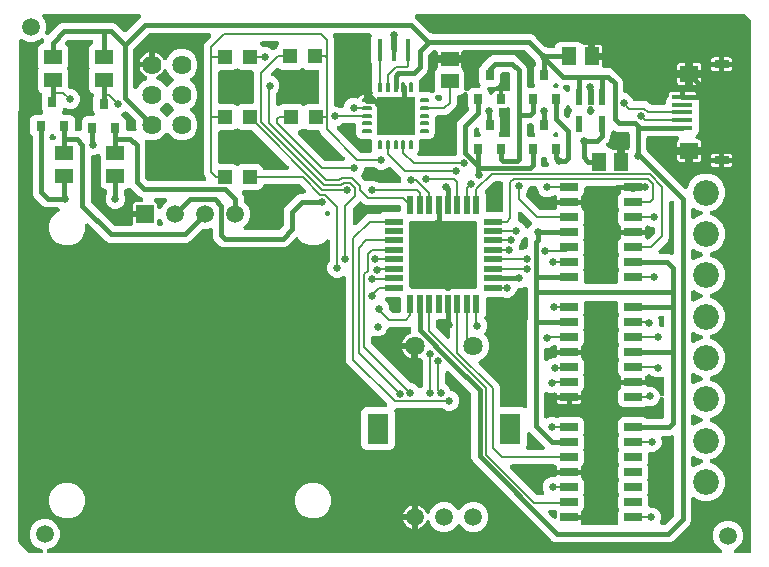
<source format=gtl>
G04 EAGLE Gerber RS-274X export*
G75*
%MOMM*%
%FSLAX34Y34*%
%LPD*%
%INTop Copper*%
%IPPOS*%
%AMOC8*
5,1,8,0,0,1.08239X$1,22.5*%
G01*
%ADD10R,1.500000X1.300000*%
%ADD11R,1.300000X1.500000*%
%ADD12R,1.525000X0.650000*%
%ADD13C,1.625600*%
%ADD14C,2.184400*%
%ADD15R,1.200000X1.200000*%
%ADD16R,0.787400X0.889000*%
%ADD17R,1.508000X1.508000*%
%ADD18C,1.508000*%
%ADD19R,0.580000X1.390000*%
%ADD20C,0.160000*%
%ADD21R,3.250000X3.250000*%
%ADD22R,0.550000X1.600000*%
%ADD23R,1.600000X0.550000*%
%ADD24C,1.638300*%
%ADD25C,1.498600*%
%ADD26R,1.803400X2.590800*%
%ADD27R,0.400000X1.900000*%
%ADD28R,1.499997X1.400047*%
%ADD29R,1.799997X0.400000*%
%ADD30R,1.270000X0.635000*%
%ADD31C,1.500000*%
%ADD32C,0.406400*%
%ADD33C,0.654800*%
%ADD34C,0.203200*%

G36*
X609165Y-3831D02*
X609165Y-3831D01*
X609169Y-3831D01*
X609363Y-3811D01*
X609561Y-3791D01*
X609565Y-3790D01*
X609570Y-3790D01*
X609756Y-3732D01*
X609946Y-3673D01*
X609950Y-3671D01*
X609954Y-3670D01*
X610126Y-3576D01*
X610300Y-3481D01*
X610303Y-3479D01*
X610307Y-3476D01*
X610459Y-3349D01*
X610609Y-3224D01*
X610612Y-3220D01*
X610615Y-3217D01*
X610738Y-3063D01*
X610862Y-2910D01*
X610864Y-2906D01*
X610866Y-2903D01*
X610957Y-2727D01*
X611047Y-2553D01*
X611048Y-2548D01*
X611050Y-2544D01*
X611104Y-2356D01*
X611158Y-2166D01*
X611159Y-2161D01*
X611160Y-2157D01*
X611175Y-1964D01*
X611191Y-1764D01*
X611191Y-1760D01*
X611191Y-1756D01*
X611168Y-1563D01*
X611144Y-1365D01*
X611143Y-1360D01*
X611143Y-1356D01*
X611081Y-1170D01*
X611020Y-982D01*
X611017Y-978D01*
X611016Y-974D01*
X610918Y-802D01*
X610822Y-631D01*
X610819Y-628D01*
X610817Y-624D01*
X610689Y-477D01*
X610559Y-327D01*
X610555Y-324D01*
X610552Y-320D01*
X610394Y-199D01*
X610240Y-80D01*
X610237Y-78D01*
X610233Y-75D01*
X609938Y77D01*
X609074Y435D01*
X605535Y3974D01*
X603619Y8597D01*
X603619Y13603D01*
X605535Y18226D01*
X609074Y21765D01*
X613697Y23681D01*
X618703Y23681D01*
X623326Y21765D01*
X626865Y18226D01*
X628781Y13603D01*
X628781Y8597D01*
X626865Y3974D01*
X623326Y435D01*
X622462Y77D01*
X622458Y75D01*
X622454Y73D01*
X622279Y-22D01*
X622107Y-114D01*
X622104Y-116D01*
X622100Y-119D01*
X621949Y-245D01*
X621797Y-370D01*
X621794Y-374D01*
X621791Y-376D01*
X621668Y-529D01*
X621543Y-683D01*
X621541Y-687D01*
X621538Y-690D01*
X621449Y-862D01*
X621356Y-1039D01*
X621355Y-1044D01*
X621353Y-1047D01*
X621299Y-1234D01*
X621243Y-1426D01*
X621243Y-1430D01*
X621242Y-1434D01*
X621225Y-1636D01*
X621209Y-1827D01*
X621209Y-1831D01*
X621209Y-1836D01*
X621232Y-2033D01*
X621254Y-2227D01*
X621255Y-2231D01*
X621256Y-2235D01*
X621317Y-2423D01*
X621377Y-2610D01*
X621379Y-2614D01*
X621380Y-2618D01*
X621478Y-2791D01*
X621573Y-2962D01*
X621576Y-2965D01*
X621578Y-2969D01*
X621707Y-3118D01*
X621835Y-3267D01*
X621839Y-3270D01*
X621841Y-3274D01*
X621996Y-3393D01*
X622152Y-3516D01*
X622156Y-3518D01*
X622160Y-3520D01*
X622336Y-3608D01*
X622512Y-3696D01*
X622516Y-3698D01*
X622520Y-3700D01*
X622713Y-3751D01*
X622900Y-3803D01*
X622905Y-3803D01*
X622909Y-3804D01*
X623240Y-3831D01*
X633550Y-3831D01*
X633568Y-3829D01*
X633586Y-3831D01*
X633768Y-3810D01*
X633951Y-3791D01*
X633968Y-3786D01*
X633985Y-3784D01*
X634160Y-3727D01*
X634336Y-3673D01*
X634351Y-3665D01*
X634368Y-3659D01*
X634528Y-3569D01*
X634690Y-3481D01*
X634703Y-3470D01*
X634719Y-3461D01*
X634858Y-3341D01*
X634999Y-3224D01*
X635010Y-3210D01*
X635024Y-3198D01*
X635136Y-3053D01*
X635251Y-2910D01*
X635259Y-2894D01*
X635270Y-2880D01*
X635352Y-2715D01*
X635437Y-2553D01*
X635442Y-2536D01*
X635450Y-2520D01*
X635497Y-2341D01*
X635548Y-2166D01*
X635550Y-2148D01*
X635554Y-2131D01*
X635581Y-1800D01*
X635581Y447050D01*
X635579Y447077D01*
X635581Y447103D01*
X635559Y447277D01*
X635541Y447451D01*
X635534Y447476D01*
X635530Y447503D01*
X635474Y447669D01*
X635423Y447836D01*
X635410Y447859D01*
X635402Y447884D01*
X635315Y448036D01*
X635231Y448190D01*
X635214Y448210D01*
X635201Y448233D01*
X634986Y448486D01*
X631142Y452331D01*
X631121Y452347D01*
X631104Y452367D01*
X630966Y452474D01*
X630830Y452586D01*
X630807Y452598D01*
X630786Y452614D01*
X630630Y452692D01*
X630475Y452775D01*
X630449Y452782D01*
X630426Y452794D01*
X630257Y452839D01*
X630089Y452889D01*
X630063Y452892D01*
X630037Y452898D01*
X629706Y452926D01*
X353007Y453057D01*
X352998Y453056D01*
X352988Y453057D01*
X352795Y453036D01*
X352606Y453017D01*
X352597Y453015D01*
X352588Y453014D01*
X352404Y452955D01*
X352221Y452899D01*
X352213Y452895D01*
X352204Y452892D01*
X352036Y452799D01*
X351867Y452708D01*
X351860Y452702D01*
X351852Y452697D01*
X351706Y452573D01*
X351558Y452450D01*
X351552Y452443D01*
X351545Y452437D01*
X351426Y452286D01*
X351305Y452137D01*
X351301Y452128D01*
X351295Y452121D01*
X351208Y451949D01*
X351120Y451779D01*
X351117Y451770D01*
X351113Y451762D01*
X351061Y451576D01*
X351008Y451392D01*
X351007Y451383D01*
X351005Y451374D01*
X350991Y451182D01*
X350975Y450991D01*
X350976Y450982D01*
X350975Y450972D01*
X350999Y450782D01*
X351022Y450591D01*
X351024Y450582D01*
X351026Y450573D01*
X351087Y450391D01*
X351146Y450208D01*
X351151Y450200D01*
X351154Y450191D01*
X351250Y450025D01*
X351344Y449858D01*
X351350Y449851D01*
X351355Y449842D01*
X351570Y449589D01*
X364151Y437008D01*
X364172Y436991D01*
X364189Y436970D01*
X364327Y436863D01*
X364463Y436753D01*
X364486Y436740D01*
X364508Y436724D01*
X364664Y436646D01*
X364818Y436564D01*
X364844Y436556D01*
X364868Y436544D01*
X365037Y436499D01*
X365204Y436449D01*
X365231Y436447D01*
X365257Y436440D01*
X365588Y436413D01*
X449015Y436413D01*
X451629Y435330D01*
X453916Y433043D01*
X461648Y425310D01*
X461673Y425291D01*
X461693Y425267D01*
X461828Y425163D01*
X461960Y425055D01*
X461987Y425041D01*
X462012Y425022D01*
X462307Y424870D01*
X463763Y424267D01*
X463793Y424258D01*
X463821Y424244D01*
X463985Y424200D01*
X464148Y424151D01*
X464179Y424148D01*
X464209Y424140D01*
X464540Y424113D01*
X468183Y424113D01*
X468205Y424115D01*
X468227Y424113D01*
X468405Y424135D01*
X468584Y424153D01*
X468605Y424159D01*
X468627Y424162D01*
X468797Y424218D01*
X468969Y424271D01*
X468988Y424281D01*
X469009Y424288D01*
X469165Y424377D01*
X469323Y424463D01*
X469340Y424477D01*
X469359Y424488D01*
X469495Y424606D01*
X469632Y424720D01*
X469646Y424738D01*
X469663Y424752D01*
X469772Y424894D01*
X469884Y425034D01*
X469894Y425054D01*
X469908Y425072D01*
X470060Y425367D01*
X470893Y427378D01*
X472322Y428807D01*
X474189Y429581D01*
X489211Y429581D01*
X491078Y428807D01*
X492250Y427636D01*
X492270Y427619D01*
X492288Y427598D01*
X492426Y427491D01*
X492561Y427381D01*
X492585Y427368D01*
X492606Y427352D01*
X492763Y427274D01*
X492917Y427192D01*
X492942Y427184D01*
X492966Y427172D01*
X493136Y427127D01*
X493303Y427077D01*
X493329Y427075D01*
X493355Y427068D01*
X493686Y427041D01*
X497451Y427041D01*
X497451Y418218D01*
X497452Y418200D01*
X497451Y418183D01*
X497472Y418000D01*
X497491Y417818D01*
X497496Y417801D01*
X497498Y417783D01*
X497555Y417608D01*
X497609Y417433D01*
X497617Y417417D01*
X497623Y417400D01*
X497713Y417240D01*
X497800Y417079D01*
X497812Y417065D01*
X497821Y417049D01*
X497941Y416910D01*
X498058Y416769D01*
X498072Y416758D01*
X498084Y416745D01*
X498230Y416632D01*
X498372Y416517D01*
X498388Y416509D01*
X498402Y416498D01*
X498567Y416416D01*
X498729Y416332D01*
X498746Y416327D01*
X498762Y416319D01*
X498941Y416271D01*
X499116Y416220D01*
X499134Y416219D01*
X499151Y416214D01*
X499482Y416187D01*
X499887Y416187D01*
X499887Y415782D01*
X499889Y415764D01*
X499887Y415746D01*
X499909Y415564D01*
X499927Y415381D01*
X499932Y415364D01*
X499934Y415347D01*
X499991Y415172D01*
X500045Y414996D01*
X500053Y414981D01*
X500059Y414964D01*
X500149Y414804D01*
X500237Y414642D01*
X500248Y414629D01*
X500257Y414613D01*
X500377Y414474D01*
X500495Y414333D01*
X500508Y414322D01*
X500520Y414308D01*
X500665Y414196D01*
X500808Y414081D01*
X500824Y414073D01*
X500838Y414062D01*
X501003Y413980D01*
X501166Y413895D01*
X501183Y413890D01*
X501199Y413882D01*
X501377Y413834D01*
X501552Y413784D01*
X501570Y413782D01*
X501587Y413778D01*
X501918Y413751D01*
X509741Y413751D01*
X509741Y409044D01*
X509743Y409026D01*
X509741Y409008D01*
X509762Y408826D01*
X509781Y408643D01*
X509786Y408626D01*
X509788Y408609D01*
X509845Y408434D01*
X509899Y408258D01*
X509907Y408243D01*
X509913Y408226D01*
X510003Y408066D01*
X510091Y407904D01*
X510102Y407891D01*
X510111Y407875D01*
X510231Y407736D01*
X510348Y407595D01*
X510362Y407584D01*
X510374Y407570D01*
X510518Y407458D01*
X510662Y407343D01*
X510678Y407335D01*
X510692Y407324D01*
X510856Y407242D01*
X511019Y407157D01*
X511037Y407152D01*
X511052Y407144D01*
X511230Y407097D01*
X511406Y407046D01*
X511424Y407044D01*
X511441Y407040D01*
X511772Y407013D01*
X515915Y407013D01*
X518529Y405930D01*
X526230Y398229D01*
X527313Y395615D01*
X527313Y387874D01*
X527315Y387856D01*
X527313Y387838D01*
X527334Y387656D01*
X527353Y387473D01*
X527358Y387456D01*
X527360Y387439D01*
X527417Y387264D01*
X527471Y387088D01*
X527479Y387073D01*
X527485Y387056D01*
X527575Y386896D01*
X527663Y386734D01*
X527674Y386721D01*
X527683Y386705D01*
X527803Y386566D01*
X527920Y386425D01*
X527934Y386414D01*
X527946Y386400D01*
X528091Y386288D01*
X528234Y386173D01*
X528250Y386165D01*
X528264Y386154D01*
X528429Y386072D01*
X528591Y385987D01*
X528608Y385982D01*
X528624Y385974D01*
X528803Y385927D01*
X528978Y385876D01*
X528996Y385874D01*
X529013Y385870D01*
X529344Y385843D01*
X529515Y385843D01*
X532585Y384571D01*
X534936Y382221D01*
X535742Y380273D01*
X535753Y380253D01*
X535760Y380232D01*
X535848Y380076D01*
X535933Y379918D01*
X535947Y379901D01*
X535958Y379881D01*
X536075Y379746D01*
X536189Y379607D01*
X536206Y379593D01*
X536221Y379576D01*
X536362Y379467D01*
X536502Y379354D01*
X536521Y379343D01*
X536539Y379330D01*
X536700Y379250D01*
X536858Y379167D01*
X536879Y379160D01*
X536899Y379150D01*
X537073Y379104D01*
X537245Y379054D01*
X537267Y379052D01*
X537288Y379046D01*
X537619Y379019D01*
X546531Y379019D01*
X548772Y378091D01*
X550390Y376472D01*
X550411Y376455D01*
X550429Y376435D01*
X550567Y376328D01*
X550702Y376217D01*
X550726Y376205D01*
X550747Y376188D01*
X550904Y376110D01*
X551058Y376029D01*
X551083Y376021D01*
X551107Y376009D01*
X551277Y375963D01*
X551444Y375914D01*
X551470Y375911D01*
X551496Y375904D01*
X551827Y375877D01*
X561433Y375877D01*
X561451Y375879D01*
X561468Y375878D01*
X561651Y375899D01*
X561833Y375917D01*
X561850Y375922D01*
X561868Y375925D01*
X562043Y375982D01*
X562218Y376035D01*
X562234Y376044D01*
X562251Y376049D01*
X562411Y376140D01*
X562572Y376227D01*
X562586Y376239D01*
X562602Y376247D01*
X562741Y376368D01*
X562882Y376485D01*
X562893Y376499D01*
X562906Y376510D01*
X563019Y376656D01*
X563134Y376799D01*
X563142Y376814D01*
X563153Y376829D01*
X563235Y376993D01*
X563319Y377156D01*
X563324Y377173D01*
X563332Y377189D01*
X563380Y377367D01*
X563431Y377543D01*
X563432Y377561D01*
X563437Y377578D01*
X563464Y377909D01*
X563464Y379294D01*
X564238Y381161D01*
X565409Y382333D01*
X565426Y382353D01*
X565446Y382371D01*
X565554Y382509D01*
X565664Y382644D01*
X565677Y382668D01*
X565693Y382689D01*
X565771Y382846D01*
X565853Y383000D01*
X565860Y383025D01*
X565872Y383049D01*
X565918Y383218D01*
X565968Y383386D01*
X565970Y383412D01*
X565977Y383438D01*
X566004Y383769D01*
X566004Y385120D01*
X566177Y385766D01*
X566512Y386346D01*
X566985Y386819D01*
X567564Y387153D01*
X568210Y387326D01*
X575513Y387326D01*
X575513Y385395D01*
X575515Y385377D01*
X575514Y385359D01*
X575535Y385177D01*
X575553Y384994D01*
X575558Y384977D01*
X575561Y384960D01*
X575617Y384785D01*
X575671Y384609D01*
X575680Y384594D01*
X575685Y384577D01*
X575776Y384416D01*
X575863Y384255D01*
X575875Y384242D01*
X575883Y384226D01*
X576004Y384087D01*
X576121Y383946D01*
X576135Y383935D01*
X576146Y383922D01*
X576291Y383809D01*
X576435Y383694D01*
X576450Y383686D01*
X576465Y383675D01*
X576629Y383593D01*
X576792Y383508D01*
X576809Y383503D01*
X576825Y383495D01*
X577003Y383448D01*
X577179Y383397D01*
X577197Y383395D01*
X577214Y383391D01*
X577545Y383364D01*
X577563Y383366D01*
X577580Y383364D01*
X577763Y383385D01*
X577946Y383404D01*
X577963Y383409D01*
X577980Y383411D01*
X578155Y383468D01*
X578330Y383522D01*
X578346Y383530D01*
X578363Y383536D01*
X578523Y383626D01*
X578684Y383714D01*
X578698Y383725D01*
X578714Y383734D01*
X578853Y383854D01*
X578994Y383971D01*
X579005Y383985D01*
X579018Y383997D01*
X579131Y384142D01*
X579246Y384285D01*
X579254Y384301D01*
X579265Y384315D01*
X579347Y384480D01*
X579432Y384642D01*
X579436Y384659D01*
X579444Y384676D01*
X579492Y384854D01*
X579543Y385029D01*
X579544Y385047D01*
X579549Y385064D01*
X579576Y385395D01*
X579576Y387326D01*
X586879Y387326D01*
X587525Y387153D01*
X588105Y386819D01*
X588578Y386346D01*
X588912Y385766D01*
X589085Y385120D01*
X589085Y383769D01*
X589088Y383742D01*
X589086Y383716D01*
X589108Y383542D01*
X589125Y383368D01*
X589133Y383343D01*
X589137Y383316D01*
X589192Y383150D01*
X589243Y382983D01*
X589256Y382960D01*
X589265Y382934D01*
X589352Y382783D01*
X589435Y382629D01*
X589452Y382609D01*
X589466Y382586D01*
X589680Y382333D01*
X590852Y381161D01*
X591625Y379294D01*
X591625Y353765D01*
X590852Y351898D01*
X589203Y350249D01*
X589198Y350242D01*
X589191Y350237D01*
X589070Y350087D01*
X588948Y349938D01*
X588944Y349930D01*
X588938Y349923D01*
X588850Y349752D01*
X588760Y349582D01*
X588757Y349573D01*
X588753Y349566D01*
X588700Y349381D01*
X588645Y349196D01*
X588644Y349187D01*
X588642Y349179D01*
X588626Y348988D01*
X588608Y348795D01*
X588609Y348786D01*
X588609Y348777D01*
X588631Y348588D01*
X588652Y348395D01*
X588655Y348386D01*
X588656Y348377D01*
X588715Y348194D01*
X588773Y348011D01*
X588778Y348003D01*
X588780Y347995D01*
X588875Y347828D01*
X588968Y347659D01*
X588974Y347652D01*
X588978Y347644D01*
X589103Y347499D01*
X589229Y347352D01*
X589236Y347346D01*
X589241Y347339D01*
X589392Y347223D01*
X589545Y347102D01*
X589553Y347098D01*
X589560Y347093D01*
X589731Y347007D01*
X589904Y346920D01*
X589912Y346917D01*
X589920Y346913D01*
X590106Y346863D01*
X590291Y346812D01*
X590300Y346811D01*
X590309Y346809D01*
X590640Y346782D01*
X591181Y346782D01*
X591827Y346609D01*
X592406Y346274D01*
X592879Y345801D01*
X593214Y345222D01*
X593387Y344575D01*
X593387Y340740D01*
X584814Y340740D01*
X584797Y340738D01*
X584779Y340740D01*
X584597Y340718D01*
X584414Y340700D01*
X584397Y340695D01*
X584379Y340693D01*
X584204Y340636D01*
X584029Y340582D01*
X584013Y340574D01*
X583996Y340568D01*
X583836Y340478D01*
X583675Y340390D01*
X583661Y340379D01*
X583646Y340370D01*
X583506Y340250D01*
X583366Y340132D01*
X583354Y340119D01*
X583343Y340108D01*
X583302Y340158D01*
X583288Y340169D01*
X583276Y340182D01*
X583131Y340295D01*
X582988Y340410D01*
X582972Y340418D01*
X582958Y340429D01*
X582793Y340511D01*
X582630Y340595D01*
X582613Y340600D01*
X582597Y340608D01*
X582419Y340656D01*
X582244Y340707D01*
X582226Y340708D01*
X582209Y340713D01*
X581878Y340740D01*
X573305Y340740D01*
X573305Y344575D01*
X573479Y345222D01*
X573813Y345801D01*
X574208Y346196D01*
X574213Y346202D01*
X574220Y346208D01*
X574340Y346357D01*
X574463Y346507D01*
X574467Y346515D01*
X574473Y346522D01*
X574561Y346692D01*
X574651Y346863D01*
X574654Y346871D01*
X574658Y346879D01*
X574710Y347061D01*
X574766Y347249D01*
X574767Y347258D01*
X574769Y347266D01*
X574785Y347457D01*
X574803Y347650D01*
X574802Y347659D01*
X574802Y347667D01*
X574780Y347857D01*
X574759Y348050D01*
X574756Y348058D01*
X574755Y348067D01*
X574697Y348248D01*
X574638Y348434D01*
X574633Y348441D01*
X574631Y348450D01*
X574536Y348618D01*
X574443Y348786D01*
X574437Y348793D01*
X574433Y348801D01*
X574307Y348946D01*
X574182Y349093D01*
X574175Y349099D01*
X574169Y349105D01*
X574019Y349222D01*
X573866Y349343D01*
X573858Y349347D01*
X573851Y349352D01*
X573679Y349438D01*
X573508Y349525D01*
X573499Y349527D01*
X573491Y349531D01*
X573303Y349582D01*
X573120Y349633D01*
X573111Y349634D01*
X573102Y349636D01*
X572771Y349663D01*
X549144Y349663D01*
X549126Y349661D01*
X549108Y349663D01*
X548926Y349641D01*
X548743Y349623D01*
X548726Y349618D01*
X548709Y349616D01*
X548534Y349559D01*
X548358Y349505D01*
X548343Y349497D01*
X548326Y349491D01*
X548166Y349401D01*
X548004Y349313D01*
X547991Y349302D01*
X547975Y349293D01*
X547836Y349173D01*
X547695Y349056D01*
X547684Y349042D01*
X547670Y349030D01*
X547558Y348885D01*
X547443Y348742D01*
X547435Y348726D01*
X547424Y348712D01*
X547342Y348547D01*
X547257Y348384D01*
X547252Y348367D01*
X547244Y348351D01*
X547196Y348173D01*
X547146Y347998D01*
X547144Y347980D01*
X547140Y347963D01*
X547113Y347632D01*
X547113Y338160D01*
X547115Y338133D01*
X547113Y338107D01*
X547135Y337933D01*
X547153Y337759D01*
X547160Y337734D01*
X547164Y337707D01*
X547219Y337541D01*
X547271Y337374D01*
X547284Y337351D01*
X547292Y337325D01*
X547379Y337174D01*
X547463Y337020D01*
X547480Y337000D01*
X547493Y336977D01*
X547708Y336724D01*
X578889Y305542D01*
X578899Y305534D01*
X578908Y305524D01*
X579054Y305407D01*
X579200Y305287D01*
X579212Y305281D01*
X579223Y305273D01*
X579390Y305187D01*
X579556Y305099D01*
X579569Y305095D01*
X579581Y305089D01*
X579761Y305038D01*
X579942Y304984D01*
X579955Y304983D01*
X579968Y304979D01*
X580154Y304965D01*
X580343Y304947D01*
X580356Y304949D01*
X580370Y304948D01*
X580554Y304970D01*
X580743Y304991D01*
X580756Y304995D01*
X580769Y304997D01*
X580946Y305055D01*
X581127Y305112D01*
X581139Y305119D01*
X581152Y305123D01*
X581315Y305216D01*
X581479Y305307D01*
X581490Y305316D01*
X581501Y305322D01*
X581644Y305447D01*
X581786Y305568D01*
X581795Y305578D01*
X581805Y305587D01*
X581919Y305736D01*
X582036Y305884D01*
X582042Y305896D01*
X582050Y305906D01*
X582202Y306201D01*
X584134Y310865D01*
X588635Y315366D01*
X593217Y317264D01*
X594517Y317803D01*
X600883Y317803D01*
X606765Y315366D01*
X611266Y310865D01*
X613703Y304983D01*
X613703Y298617D01*
X611266Y292735D01*
X606765Y288234D01*
X602530Y286480D01*
X602530Y286479D01*
X601799Y286177D01*
X601791Y286172D01*
X601783Y286170D01*
X601615Y286078D01*
X601444Y285986D01*
X601437Y285981D01*
X601429Y285976D01*
X601283Y285853D01*
X601134Y285730D01*
X601128Y285723D01*
X601121Y285717D01*
X601001Y285567D01*
X600880Y285417D01*
X600876Y285409D01*
X600870Y285402D01*
X600783Y285232D01*
X600693Y285061D01*
X600690Y285052D01*
X600686Y285044D01*
X600634Y284860D01*
X600580Y284674D01*
X600579Y284665D01*
X600577Y284657D01*
X600562Y284463D01*
X600545Y284273D01*
X600546Y284264D01*
X600546Y284256D01*
X600569Y284064D01*
X600590Y283873D01*
X600593Y283865D01*
X600594Y283856D01*
X600655Y283673D01*
X600714Y283490D01*
X600718Y283482D01*
X600721Y283474D01*
X600817Y283306D01*
X600910Y283138D01*
X600916Y283132D01*
X600920Y283124D01*
X601047Y282978D01*
X601172Y282833D01*
X601179Y282827D01*
X601185Y282820D01*
X601337Y282703D01*
X601489Y282584D01*
X601497Y282580D01*
X601504Y282575D01*
X601799Y282423D01*
X606765Y280366D01*
X611266Y275865D01*
X613703Y269983D01*
X613703Y263617D01*
X611266Y257735D01*
X606765Y253234D01*
X601799Y251177D01*
X601791Y251172D01*
X601783Y251170D01*
X601615Y251078D01*
X601444Y250986D01*
X601437Y250981D01*
X601429Y250976D01*
X601283Y250853D01*
X601134Y250730D01*
X601128Y250723D01*
X601121Y250717D01*
X601002Y250567D01*
X600880Y250417D01*
X600876Y250409D01*
X600870Y250403D01*
X600782Y250231D01*
X600693Y250061D01*
X600690Y250052D01*
X600686Y250044D01*
X600634Y249860D01*
X600580Y249674D01*
X600579Y249666D01*
X600577Y249657D01*
X600562Y249466D01*
X600545Y249273D01*
X600546Y249264D01*
X600546Y249256D01*
X600569Y249065D01*
X600590Y248873D01*
X600593Y248865D01*
X600594Y248856D01*
X600655Y248673D01*
X600714Y248490D01*
X600718Y248482D01*
X600721Y248474D01*
X600816Y248306D01*
X600910Y248138D01*
X600916Y248132D01*
X600920Y248124D01*
X601047Y247979D01*
X601172Y247833D01*
X601179Y247827D01*
X601185Y247820D01*
X601336Y247704D01*
X601489Y247584D01*
X601497Y247580D01*
X601504Y247575D01*
X601799Y247423D01*
X606765Y245366D01*
X611266Y240865D01*
X613703Y234983D01*
X613703Y228617D01*
X611266Y222735D01*
X606765Y218234D01*
X601799Y216177D01*
X601791Y216172D01*
X601783Y216170D01*
X601613Y216077D01*
X601444Y215986D01*
X601437Y215981D01*
X601429Y215976D01*
X601282Y215852D01*
X601134Y215730D01*
X601128Y215723D01*
X601121Y215717D01*
X601001Y215567D01*
X600880Y215417D01*
X600876Y215409D01*
X600870Y215402D01*
X600783Y215232D01*
X600693Y215061D01*
X600690Y215052D01*
X600686Y215044D01*
X600634Y214860D01*
X600580Y214674D01*
X600579Y214665D01*
X600577Y214657D01*
X600562Y214466D01*
X600545Y214273D01*
X600546Y214264D01*
X600546Y214256D01*
X600569Y214065D01*
X600590Y213873D01*
X600593Y213865D01*
X600594Y213856D01*
X600654Y213674D01*
X600714Y213490D01*
X600718Y213482D01*
X600721Y213474D01*
X600816Y213306D01*
X600910Y213138D01*
X600916Y213132D01*
X600920Y213124D01*
X601048Y212978D01*
X601172Y212833D01*
X601179Y212827D01*
X601185Y212820D01*
X601337Y212703D01*
X601489Y212584D01*
X601497Y212580D01*
X601504Y212575D01*
X601799Y212423D01*
X606765Y210366D01*
X611266Y205865D01*
X613703Y199983D01*
X613703Y193617D01*
X611266Y187735D01*
X606765Y183234D01*
X605925Y182886D01*
X601799Y181177D01*
X601791Y181172D01*
X601783Y181170D01*
X601613Y181077D01*
X601444Y180986D01*
X601437Y180981D01*
X601429Y180976D01*
X601282Y180852D01*
X601134Y180730D01*
X601128Y180723D01*
X601121Y180717D01*
X601001Y180567D01*
X600880Y180417D01*
X600876Y180409D01*
X600870Y180402D01*
X600783Y180232D01*
X600693Y180061D01*
X600690Y180052D01*
X600686Y180044D01*
X600634Y179860D01*
X600580Y179674D01*
X600579Y179665D01*
X600577Y179657D01*
X600562Y179466D01*
X600545Y179273D01*
X600546Y179264D01*
X600546Y179256D01*
X600569Y179065D01*
X600590Y178873D01*
X600593Y178865D01*
X600594Y178856D01*
X600654Y178674D01*
X600714Y178490D01*
X600718Y178482D01*
X600721Y178474D01*
X600816Y178306D01*
X600910Y178138D01*
X600916Y178132D01*
X600920Y178124D01*
X601049Y177976D01*
X601172Y177833D01*
X601179Y177827D01*
X601185Y177820D01*
X601337Y177703D01*
X601489Y177584D01*
X601497Y177580D01*
X601504Y177575D01*
X601799Y177423D01*
X606765Y175366D01*
X611266Y170865D01*
X613703Y164983D01*
X613703Y158617D01*
X611266Y152735D01*
X606765Y148234D01*
X602153Y146323D01*
X601799Y146177D01*
X601791Y146172D01*
X601783Y146170D01*
X601613Y146077D01*
X601444Y145986D01*
X601437Y145981D01*
X601429Y145976D01*
X601282Y145852D01*
X601134Y145730D01*
X601128Y145723D01*
X601121Y145717D01*
X601001Y145567D01*
X600880Y145417D01*
X600876Y145409D01*
X600870Y145402D01*
X600783Y145232D01*
X600693Y145061D01*
X600690Y145052D01*
X600686Y145044D01*
X600634Y144860D01*
X600580Y144674D01*
X600579Y144665D01*
X600577Y144657D01*
X600562Y144466D01*
X600545Y144273D01*
X600546Y144264D01*
X600546Y144256D01*
X600569Y144062D01*
X600590Y143873D01*
X600593Y143865D01*
X600594Y143856D01*
X600654Y143674D01*
X600714Y143490D01*
X600718Y143482D01*
X600721Y143474D01*
X600816Y143306D01*
X600910Y143138D01*
X600916Y143132D01*
X600920Y143124D01*
X601048Y142978D01*
X601172Y142833D01*
X601179Y142827D01*
X601185Y142820D01*
X601337Y142703D01*
X601489Y142584D01*
X601497Y142580D01*
X601504Y142575D01*
X601799Y142423D01*
X606765Y140366D01*
X611266Y135865D01*
X613703Y129983D01*
X613703Y123617D01*
X611266Y117735D01*
X606765Y113234D01*
X601799Y111177D01*
X601791Y111172D01*
X601783Y111170D01*
X601615Y111078D01*
X601444Y110986D01*
X601437Y110981D01*
X601429Y110976D01*
X601283Y110853D01*
X601134Y110730D01*
X601128Y110723D01*
X601121Y110717D01*
X601001Y110567D01*
X600880Y110417D01*
X600876Y110409D01*
X600870Y110403D01*
X600783Y110232D01*
X600693Y110061D01*
X600690Y110052D01*
X600686Y110044D01*
X600634Y109860D01*
X600580Y109674D01*
X600579Y109666D01*
X600577Y109657D01*
X600562Y109466D01*
X600545Y109273D01*
X600546Y109264D01*
X600546Y109256D01*
X600569Y109066D01*
X600590Y108873D01*
X600593Y108865D01*
X600594Y108856D01*
X600654Y108674D01*
X600714Y108490D01*
X600718Y108482D01*
X600721Y108474D01*
X600816Y108306D01*
X600910Y108138D01*
X600916Y108132D01*
X600920Y108124D01*
X601047Y107979D01*
X601172Y107833D01*
X601179Y107827D01*
X601185Y107820D01*
X601337Y107703D01*
X601489Y107584D01*
X601497Y107580D01*
X601504Y107575D01*
X601799Y107423D01*
X606765Y105366D01*
X611266Y100865D01*
X613703Y94983D01*
X613703Y88617D01*
X611266Y82735D01*
X606765Y78234D01*
X601799Y76177D01*
X601791Y76172D01*
X601783Y76170D01*
X601615Y76078D01*
X601444Y75986D01*
X601437Y75981D01*
X601429Y75976D01*
X601283Y75853D01*
X601134Y75730D01*
X601128Y75723D01*
X601121Y75717D01*
X601001Y75567D01*
X600880Y75417D01*
X600876Y75409D01*
X600870Y75403D01*
X600783Y75232D01*
X600693Y75061D01*
X600690Y75052D01*
X600686Y75044D01*
X600634Y74860D01*
X600580Y74674D01*
X600579Y74666D01*
X600577Y74657D01*
X600562Y74466D01*
X600545Y74273D01*
X600546Y74264D01*
X600546Y74256D01*
X600569Y74066D01*
X600590Y73873D01*
X600593Y73865D01*
X600594Y73856D01*
X600654Y73674D01*
X600714Y73490D01*
X600718Y73482D01*
X600721Y73474D01*
X600816Y73306D01*
X600910Y73138D01*
X600916Y73132D01*
X600920Y73124D01*
X601047Y72979D01*
X601172Y72833D01*
X601179Y72827D01*
X601185Y72820D01*
X601337Y72703D01*
X601489Y72584D01*
X601497Y72580D01*
X601504Y72575D01*
X601799Y72423D01*
X606765Y70366D01*
X611266Y65865D01*
X613703Y59983D01*
X613703Y53617D01*
X611266Y47735D01*
X606765Y43234D01*
X600883Y40797D01*
X594517Y40797D01*
X588635Y43233D01*
X588380Y43488D01*
X588373Y43494D01*
X588368Y43501D01*
X588218Y43622D01*
X588069Y43743D01*
X588061Y43748D01*
X588054Y43753D01*
X587884Y43842D01*
X587713Y43932D01*
X587704Y43935D01*
X587697Y43939D01*
X587513Y43992D01*
X587327Y44047D01*
X587318Y44048D01*
X587310Y44050D01*
X587119Y44066D01*
X586926Y44083D01*
X586917Y44082D01*
X586908Y44083D01*
X586719Y44061D01*
X586526Y44040D01*
X586517Y44037D01*
X586509Y44036D01*
X586326Y43976D01*
X586142Y43918D01*
X586134Y43914D01*
X586126Y43911D01*
X585957Y43816D01*
X585790Y43724D01*
X585783Y43718D01*
X585775Y43713D01*
X585630Y43588D01*
X585483Y43463D01*
X585477Y43456D01*
X585470Y43450D01*
X585353Y43299D01*
X585233Y43147D01*
X585229Y43139D01*
X585224Y43132D01*
X585138Y42960D01*
X585051Y42788D01*
X585048Y42780D01*
X585044Y42772D01*
X584994Y42584D01*
X584943Y42400D01*
X584942Y42392D01*
X584940Y42383D01*
X584913Y42052D01*
X584913Y24085D01*
X583830Y21471D01*
X569229Y6870D01*
X567532Y6167D01*
X567531Y6167D01*
X566615Y5787D01*
X469885Y5787D01*
X467271Y6870D01*
X399870Y74271D01*
X398787Y76885D01*
X398787Y130612D01*
X398785Y130639D01*
X398787Y130666D01*
X398765Y130840D01*
X398747Y131013D01*
X398740Y131039D01*
X398736Y131065D01*
X398681Y131231D01*
X398629Y131398D01*
X398616Y131422D01*
X398608Y131447D01*
X398521Y131599D01*
X398437Y131752D01*
X398420Y131772D01*
X398407Y131796D01*
X398192Y132049D01*
X380264Y149977D01*
X380257Y149982D01*
X380252Y149989D01*
X380102Y150110D01*
X379953Y150232D01*
X379945Y150236D01*
X379938Y150242D01*
X379768Y150330D01*
X379597Y150420D01*
X379588Y150423D01*
X379581Y150427D01*
X379396Y150480D01*
X379211Y150535D01*
X379202Y150536D01*
X379194Y150539D01*
X379002Y150554D01*
X378810Y150572D01*
X378801Y150571D01*
X378792Y150571D01*
X378603Y150549D01*
X378410Y150528D01*
X378401Y150526D01*
X378393Y150525D01*
X378211Y150465D01*
X378026Y150407D01*
X378018Y150402D01*
X378010Y150400D01*
X377841Y150305D01*
X377674Y150212D01*
X377667Y150206D01*
X377659Y150202D01*
X377513Y150076D01*
X377367Y149951D01*
X377361Y149944D01*
X377354Y149939D01*
X377237Y149787D01*
X377117Y149636D01*
X377113Y149628D01*
X377108Y149621D01*
X377022Y149448D01*
X376935Y149277D01*
X376932Y149268D01*
X376928Y149260D01*
X376878Y149074D01*
X376827Y148889D01*
X376826Y148880D01*
X376824Y148871D01*
X376797Y148540D01*
X376797Y140760D01*
X376799Y140733D01*
X376797Y140707D01*
X376819Y140533D01*
X376837Y140359D01*
X376844Y140334D01*
X376848Y140307D01*
X376903Y140142D01*
X376955Y139975D01*
X376968Y139951D01*
X376976Y139926D01*
X377063Y139774D01*
X377147Y139620D01*
X377164Y139600D01*
X377177Y139577D01*
X377392Y139324D01*
X379983Y136733D01*
X380781Y134805D01*
X380794Y134781D01*
X380802Y134756D01*
X380889Y134604D01*
X380971Y134450D01*
X380988Y134429D01*
X381002Y134406D01*
X381117Y134274D01*
X381228Y134140D01*
X381249Y134123D01*
X381266Y134103D01*
X381405Y133996D01*
X381541Y133886D01*
X381564Y133873D01*
X381585Y133857D01*
X381881Y133706D01*
X384833Y132483D01*
X387183Y130133D01*
X388455Y127062D01*
X388455Y123738D01*
X387183Y120667D01*
X384833Y118317D01*
X381762Y117045D01*
X378438Y117045D01*
X375367Y118317D01*
X374976Y118708D01*
X374956Y118725D01*
X374938Y118746D01*
X374800Y118852D01*
X374665Y118963D01*
X374641Y118976D01*
X374620Y118992D01*
X374464Y119070D01*
X374309Y119152D01*
X374283Y119160D01*
X374259Y119172D01*
X374091Y119217D01*
X373923Y119267D01*
X373897Y119269D01*
X373871Y119276D01*
X373540Y119303D01*
X343533Y119303D01*
X343502Y119300D01*
X343471Y119302D01*
X343301Y119280D01*
X343132Y119263D01*
X343102Y119254D01*
X343071Y119250D01*
X342756Y119149D01*
X342351Y118981D01*
X335616Y118981D01*
X335603Y118980D01*
X335589Y118981D01*
X335403Y118960D01*
X335216Y118941D01*
X335203Y118937D01*
X335189Y118936D01*
X335011Y118879D01*
X334831Y118823D01*
X334819Y118817D01*
X334806Y118813D01*
X334642Y118721D01*
X334477Y118631D01*
X334466Y118623D01*
X334455Y118616D01*
X334311Y118493D01*
X334167Y118374D01*
X334159Y118363D01*
X334149Y118355D01*
X334033Y118206D01*
X333915Y118060D01*
X333909Y118048D01*
X333901Y118038D01*
X333816Y117869D01*
X333729Y117703D01*
X333726Y117690D01*
X333720Y117678D01*
X333670Y117496D01*
X333618Y117316D01*
X333617Y117302D01*
X333613Y117289D01*
X333601Y117103D01*
X333585Y116914D01*
X333587Y116901D01*
X333586Y116888D01*
X333610Y116701D01*
X333632Y116515D01*
X333636Y116502D01*
X333638Y116489D01*
X333740Y116173D01*
X333891Y115808D01*
X333891Y87878D01*
X333117Y86011D01*
X331688Y84582D01*
X329821Y83808D01*
X309765Y83808D01*
X307898Y84582D01*
X306469Y86011D01*
X305695Y87878D01*
X305695Y115808D01*
X306469Y117675D01*
X307898Y119104D01*
X309765Y119878D01*
X325669Y119878D01*
X325678Y119879D01*
X325687Y119878D01*
X325880Y119899D01*
X326070Y119918D01*
X326078Y119920D01*
X326087Y119921D01*
X326272Y119980D01*
X326454Y120036D01*
X326462Y120040D01*
X326471Y120043D01*
X326639Y120136D01*
X326809Y120228D01*
X326815Y120233D01*
X326823Y120238D01*
X326970Y120362D01*
X327118Y120485D01*
X327123Y120492D01*
X327130Y120498D01*
X327250Y120650D01*
X327370Y120799D01*
X327374Y120807D01*
X327380Y120814D01*
X327468Y120987D01*
X327556Y121156D01*
X327558Y121165D01*
X327562Y121173D01*
X327614Y121359D01*
X327667Y121543D01*
X327668Y121552D01*
X327670Y121561D01*
X327684Y121753D01*
X327700Y121945D01*
X327699Y121953D01*
X327700Y121962D01*
X327675Y122155D01*
X327653Y122344D01*
X327650Y122353D01*
X327649Y122362D01*
X327588Y122544D01*
X327528Y122727D01*
X327524Y122735D01*
X327521Y122743D01*
X327425Y122910D01*
X327330Y123078D01*
X327324Y123085D01*
X327320Y123092D01*
X327105Y123345D01*
X293745Y156705D01*
X292817Y158946D01*
X292817Y228931D01*
X292816Y228944D01*
X292817Y228957D01*
X292796Y229144D01*
X292777Y229331D01*
X292773Y229344D01*
X292772Y229357D01*
X292714Y229537D01*
X292659Y229716D01*
X292653Y229728D01*
X292649Y229741D01*
X292557Y229905D01*
X292467Y230070D01*
X292459Y230080D01*
X292452Y230092D01*
X292330Y230235D01*
X292210Y230379D01*
X292199Y230388D01*
X292191Y230398D01*
X292042Y230514D01*
X291896Y230632D01*
X291884Y230638D01*
X291874Y230646D01*
X291705Y230731D01*
X291539Y230817D01*
X291526Y230821D01*
X291514Y230827D01*
X291332Y230877D01*
X291152Y230929D01*
X291138Y230930D01*
X291125Y230933D01*
X290937Y230946D01*
X290750Y230962D01*
X290737Y230960D01*
X290724Y230961D01*
X290536Y230936D01*
X290351Y230915D01*
X290338Y230911D01*
X290325Y230909D01*
X290009Y230807D01*
X286962Y229545D01*
X283638Y229545D01*
X280567Y230817D01*
X278217Y233167D01*
X276945Y236238D01*
X276945Y239562D01*
X278217Y242633D01*
X278608Y243024D01*
X278625Y243044D01*
X278646Y243062D01*
X278753Y243200D01*
X278863Y243335D01*
X278876Y243359D01*
X278892Y243380D01*
X278970Y243537D01*
X279052Y243691D01*
X279060Y243716D01*
X279072Y243741D01*
X279117Y243910D01*
X279167Y244077D01*
X279169Y244103D01*
X279176Y244129D01*
X279203Y244460D01*
X279203Y260202D01*
X279202Y260211D01*
X279203Y260220D01*
X279182Y260412D01*
X279163Y260603D01*
X279161Y260611D01*
X279160Y260620D01*
X279102Y260802D01*
X279045Y260988D01*
X279041Y260996D01*
X279038Y261004D01*
X278945Y261172D01*
X278853Y261342D01*
X278848Y261348D01*
X278843Y261356D01*
X278719Y261503D01*
X278596Y261651D01*
X278589Y261656D01*
X278583Y261663D01*
X278432Y261782D01*
X278282Y261903D01*
X278274Y261907D01*
X278267Y261913D01*
X278094Y262001D01*
X277925Y262089D01*
X277916Y262091D01*
X277908Y262095D01*
X277722Y262147D01*
X277538Y262200D01*
X277529Y262201D01*
X277520Y262203D01*
X277327Y262217D01*
X277136Y262233D01*
X277128Y262232D01*
X277119Y262233D01*
X276926Y262208D01*
X276737Y262186D01*
X276728Y262183D01*
X276719Y262182D01*
X276536Y262121D01*
X276354Y262061D01*
X276346Y262057D01*
X276338Y262054D01*
X276172Y261959D01*
X276003Y261863D01*
X275996Y261857D01*
X275989Y261853D01*
X275736Y261638D01*
X273483Y259385D01*
X267940Y257089D01*
X261940Y257089D01*
X256397Y259385D01*
X252507Y263276D01*
X252493Y263287D01*
X252482Y263300D01*
X252338Y263414D01*
X252196Y263531D01*
X252180Y263539D01*
X252166Y263550D01*
X252001Y263634D01*
X251840Y263719D01*
X251823Y263724D01*
X251807Y263732D01*
X251629Y263782D01*
X251454Y263834D01*
X251436Y263836D01*
X251419Y263840D01*
X251236Y263854D01*
X251053Y263870D01*
X251035Y263868D01*
X251017Y263870D01*
X250835Y263847D01*
X250653Y263827D01*
X250636Y263822D01*
X250618Y263819D01*
X250444Y263761D01*
X250269Y263706D01*
X250253Y263697D01*
X250236Y263691D01*
X250077Y263599D01*
X249917Y263511D01*
X249903Y263499D01*
X249887Y263490D01*
X249634Y263276D01*
X243129Y256770D01*
X240515Y255687D01*
X188785Y255687D01*
X186171Y256770D01*
X181170Y261771D01*
X180087Y264385D01*
X180087Y269628D01*
X180086Y269641D01*
X180087Y269655D01*
X180066Y269841D01*
X180047Y270029D01*
X180043Y270041D01*
X180042Y270055D01*
X179985Y270231D01*
X179929Y270414D01*
X179923Y270425D01*
X179919Y270438D01*
X179827Y270602D01*
X179737Y270768D01*
X179729Y270778D01*
X179722Y270790D01*
X179599Y270933D01*
X179480Y271077D01*
X179469Y271085D01*
X179461Y271095D01*
X179312Y271212D01*
X179166Y271329D01*
X179154Y271335D01*
X179144Y271344D01*
X178974Y271429D01*
X178809Y271515D01*
X178796Y271518D01*
X178784Y271524D01*
X178602Y271574D01*
X178422Y271626D01*
X178408Y271627D01*
X178395Y271631D01*
X178209Y271644D01*
X178020Y271659D01*
X178007Y271657D01*
X177994Y271658D01*
X177807Y271634D01*
X177621Y271612D01*
X177608Y271608D01*
X177595Y271606D01*
X177279Y271505D01*
X176010Y270979D01*
X171780Y270979D01*
X171753Y270977D01*
X171726Y270979D01*
X171552Y270957D01*
X171379Y270939D01*
X171353Y270932D01*
X171327Y270928D01*
X171161Y270873D01*
X170994Y270821D01*
X170970Y270808D01*
X170945Y270800D01*
X170793Y270713D01*
X170640Y270629D01*
X170620Y270612D01*
X170596Y270599D01*
X170343Y270384D01*
X160329Y260370D01*
X157715Y259287D01*
X92485Y259287D01*
X89871Y260370D01*
X87584Y262657D01*
X75208Y275033D01*
X75201Y275038D01*
X75196Y275045D01*
X75046Y275166D01*
X74897Y275288D01*
X74889Y275292D01*
X74882Y275298D01*
X74712Y275386D01*
X74541Y275476D01*
X74532Y275479D01*
X74525Y275483D01*
X74340Y275536D01*
X74155Y275591D01*
X74146Y275592D01*
X74138Y275595D01*
X73946Y275610D01*
X73754Y275628D01*
X73745Y275627D01*
X73736Y275627D01*
X73547Y275605D01*
X73354Y275584D01*
X73345Y275582D01*
X73337Y275581D01*
X73155Y275521D01*
X72970Y275463D01*
X72962Y275458D01*
X72954Y275456D01*
X72785Y275361D01*
X72618Y275268D01*
X72611Y275262D01*
X72603Y275258D01*
X72457Y275132D01*
X72311Y275007D01*
X72305Y275000D01*
X72298Y274995D01*
X72181Y274843D01*
X72061Y274692D01*
X72057Y274684D01*
X72052Y274677D01*
X71966Y274504D01*
X71879Y274333D01*
X71876Y274324D01*
X71872Y274316D01*
X71822Y274130D01*
X71771Y273945D01*
X71770Y273936D01*
X71768Y273927D01*
X71741Y273596D01*
X71741Y269170D01*
X69445Y263627D01*
X65203Y259385D01*
X59660Y257089D01*
X53660Y257089D01*
X48117Y259385D01*
X43875Y263627D01*
X41579Y269170D01*
X41579Y275170D01*
X43875Y280713D01*
X48117Y284955D01*
X49142Y285379D01*
X49146Y285381D01*
X49151Y285383D01*
X49323Y285476D01*
X49497Y285570D01*
X49501Y285572D01*
X49505Y285575D01*
X49655Y285700D01*
X49808Y285826D01*
X49811Y285829D01*
X49814Y285832D01*
X49934Y285982D01*
X50061Y286139D01*
X50064Y286143D01*
X50066Y286146D01*
X50156Y286319D01*
X50249Y286495D01*
X50250Y286499D01*
X50252Y286503D01*
X50306Y286691D01*
X50362Y286882D01*
X50362Y286886D01*
X50363Y286890D01*
X50379Y287088D01*
X50396Y287283D01*
X50396Y287287D01*
X50396Y287292D01*
X50373Y287486D01*
X50351Y287683D01*
X50350Y287687D01*
X50349Y287691D01*
X50289Y287877D01*
X50228Y288066D01*
X50226Y288070D01*
X50224Y288074D01*
X50128Y288246D01*
X50032Y288418D01*
X50029Y288421D01*
X50026Y288425D01*
X49898Y288573D01*
X49770Y288723D01*
X49766Y288726D01*
X49763Y288730D01*
X49609Y288850D01*
X49453Y288972D01*
X49449Y288974D01*
X49445Y288976D01*
X49270Y289064D01*
X49093Y289152D01*
X49089Y289154D01*
X49085Y289156D01*
X48894Y289207D01*
X48705Y289259D01*
X48700Y289259D01*
X48696Y289260D01*
X48365Y289287D01*
X39085Y289287D01*
X36471Y290370D01*
X28564Y298277D01*
X27481Y300891D01*
X27481Y348944D01*
X27479Y348971D01*
X27481Y348997D01*
X27459Y349171D01*
X27441Y349345D01*
X27433Y349370D01*
X27430Y349397D01*
X27375Y349562D01*
X27323Y349730D01*
X27310Y349753D01*
X27302Y349779D01*
X27215Y349930D01*
X27131Y350084D01*
X27114Y350104D01*
X27101Y350127D01*
X26886Y350380D01*
X26350Y350917D01*
X25576Y352784D01*
X25576Y363696D01*
X26350Y365563D01*
X27779Y366992D01*
X29646Y367766D01*
X34569Y367766D01*
X34578Y367767D01*
X34587Y367766D01*
X34778Y367787D01*
X34970Y367806D01*
X34978Y367808D01*
X34987Y367809D01*
X35171Y367867D01*
X35355Y367924D01*
X35363Y367928D01*
X35371Y367931D01*
X35539Y368024D01*
X35709Y368116D01*
X35716Y368121D01*
X35723Y368126D01*
X35871Y368250D01*
X36018Y368373D01*
X36024Y368380D01*
X36030Y368386D01*
X36150Y368537D01*
X36270Y368687D01*
X36274Y368695D01*
X36280Y368702D01*
X36368Y368875D01*
X36456Y369044D01*
X36458Y369053D01*
X36462Y369061D01*
X36514Y369246D01*
X36567Y369431D01*
X36568Y369440D01*
X36570Y369449D01*
X36584Y369641D01*
X36600Y369833D01*
X36599Y369841D01*
X36600Y369850D01*
X36576Y370042D01*
X36553Y370232D01*
X36550Y370241D01*
X36549Y370250D01*
X36488Y370433D01*
X36428Y370615D01*
X36424Y370623D01*
X36421Y370632D01*
X36325Y370799D01*
X36230Y370966D01*
X36225Y370973D01*
X36220Y370980D01*
X36005Y371233D01*
X36002Y371237D01*
X35228Y373104D01*
X35228Y384049D01*
X35248Y384121D01*
X35302Y384297D01*
X35304Y384315D01*
X35308Y384333D01*
X35323Y384515D01*
X35340Y384698D01*
X35338Y384716D01*
X35340Y384734D01*
X35318Y384915D01*
X35298Y385099D01*
X35293Y385116D01*
X35291Y385134D01*
X35233Y385307D01*
X35179Y385483D01*
X35170Y385499D01*
X35164Y385516D01*
X35073Y385675D01*
X34985Y385836D01*
X34974Y385850D01*
X34965Y385866D01*
X34844Y386004D01*
X34726Y386144D01*
X34712Y386156D01*
X34700Y386169D01*
X34555Y386281D01*
X34411Y386395D01*
X34396Y386404D01*
X34381Y386415D01*
X34086Y386566D01*
X34022Y386593D01*
X32593Y388022D01*
X31819Y389889D01*
X31819Y404911D01*
X32321Y406123D01*
X32329Y406148D01*
X32341Y406172D01*
X32387Y406341D01*
X32438Y406508D01*
X32440Y406535D01*
X32447Y406561D01*
X32459Y406736D01*
X32476Y406909D01*
X32473Y406935D01*
X32475Y406962D01*
X32452Y407136D01*
X32434Y407309D01*
X32426Y407335D01*
X32423Y407361D01*
X32321Y407677D01*
X31819Y408889D01*
X31819Y423911D01*
X32593Y425778D01*
X34239Y427424D01*
X34242Y427428D01*
X34245Y427430D01*
X34352Y427562D01*
X34499Y427551D01*
X34504Y427551D01*
X34508Y427551D01*
X34703Y427577D01*
X34899Y427601D01*
X34903Y427603D01*
X34907Y427603D01*
X35223Y427705D01*
X36033Y428040D01*
X36053Y428051D01*
X36074Y428058D01*
X36230Y428146D01*
X36388Y428231D01*
X36405Y428245D01*
X36425Y428256D01*
X36561Y428373D01*
X36699Y428487D01*
X36713Y428504D01*
X36730Y428519D01*
X36839Y428660D01*
X36952Y428800D01*
X36963Y428819D01*
X36976Y428837D01*
X37056Y428997D01*
X37139Y429156D01*
X37146Y429177D01*
X37156Y429197D01*
X37202Y429371D01*
X37252Y429542D01*
X37254Y429565D01*
X37260Y429586D01*
X37287Y429917D01*
X37287Y430392D01*
X37286Y430400D01*
X37287Y430409D01*
X37266Y430603D01*
X37247Y430792D01*
X37245Y430801D01*
X37244Y430810D01*
X37185Y430994D01*
X37129Y431177D01*
X37125Y431185D01*
X37122Y431193D01*
X37029Y431362D01*
X36937Y431531D01*
X36932Y431538D01*
X36927Y431546D01*
X36803Y431693D01*
X36680Y431840D01*
X36673Y431846D01*
X36667Y431853D01*
X36515Y431973D01*
X36366Y432093D01*
X36358Y432097D01*
X36351Y432102D01*
X36178Y432190D01*
X36009Y432278D01*
X36000Y432281D01*
X35992Y432285D01*
X35806Y432337D01*
X35622Y432390D01*
X35613Y432390D01*
X35604Y432393D01*
X35411Y432407D01*
X35220Y432423D01*
X35212Y432421D01*
X35203Y432422D01*
X35010Y432398D01*
X34821Y432376D01*
X34812Y432373D01*
X34803Y432372D01*
X34621Y432311D01*
X34438Y432251D01*
X34430Y432246D01*
X34422Y432244D01*
X34255Y432147D01*
X34087Y432053D01*
X34080Y432047D01*
X34073Y432043D01*
X33820Y431828D01*
X33010Y431018D01*
X33007Y431014D01*
X33003Y431011D01*
X32897Y430880D01*
X32749Y430891D01*
X32745Y430890D01*
X32740Y430891D01*
X32545Y430865D01*
X32350Y430841D01*
X32346Y430839D01*
X32341Y430839D01*
X32025Y430737D01*
X28602Y429319D01*
X23597Y429319D01*
X18679Y431357D01*
X18572Y431413D01*
X18567Y431415D01*
X18562Y431418D01*
X18373Y431473D01*
X18186Y431528D01*
X18180Y431529D01*
X18175Y431531D01*
X17982Y431547D01*
X17785Y431565D01*
X17780Y431564D01*
X17774Y431565D01*
X17579Y431543D01*
X17385Y431522D01*
X17380Y431520D01*
X17374Y431520D01*
X17185Y431459D01*
X17001Y431401D01*
X16996Y431398D01*
X16991Y431396D01*
X16818Y431299D01*
X16649Y431206D01*
X16644Y431203D01*
X16639Y431200D01*
X16491Y431073D01*
X16341Y430946D01*
X16338Y430941D01*
X16334Y430938D01*
X16214Y430785D01*
X16092Y430630D01*
X16089Y430625D01*
X16085Y430621D01*
X15998Y430446D01*
X15909Y430271D01*
X15907Y430266D01*
X15905Y430261D01*
X15853Y430072D01*
X15801Y429884D01*
X15800Y429878D01*
X15799Y429872D01*
X15770Y429542D01*
X15319Y311838D01*
X15319Y311834D01*
X15319Y311830D01*
X15319Y6350D01*
X15321Y6323D01*
X15319Y6297D01*
X15341Y6123D01*
X15359Y5949D01*
X15367Y5924D01*
X15370Y5897D01*
X15426Y5732D01*
X15477Y5564D01*
X15490Y5541D01*
X15498Y5516D01*
X15585Y5364D01*
X15669Y5210D01*
X15686Y5190D01*
X15699Y5167D01*
X15914Y4914D01*
X24064Y-3236D01*
X24084Y-3253D01*
X24102Y-3274D01*
X24241Y-3381D01*
X24375Y-3491D01*
X24399Y-3504D01*
X24420Y-3520D01*
X24577Y-3599D01*
X24731Y-3680D01*
X24756Y-3688D01*
X24781Y-3700D01*
X24950Y-3745D01*
X25117Y-3795D01*
X25143Y-3797D01*
X25169Y-3804D01*
X25500Y-3831D01*
X34382Y-3831D01*
X34386Y-3831D01*
X34391Y-3831D01*
X34584Y-3811D01*
X34782Y-3791D01*
X34787Y-3790D01*
X34791Y-3790D01*
X34978Y-3731D01*
X35167Y-3673D01*
X35171Y-3671D01*
X35176Y-3670D01*
X35350Y-3574D01*
X35521Y-3481D01*
X35525Y-3479D01*
X35529Y-3476D01*
X35680Y-3349D01*
X35831Y-3224D01*
X35833Y-3220D01*
X35837Y-3217D01*
X35960Y-3063D01*
X36083Y-2910D01*
X36085Y-2906D01*
X36088Y-2902D01*
X36179Y-2725D01*
X36268Y-2553D01*
X36270Y-2548D01*
X36272Y-2544D01*
X36325Y-2357D01*
X36380Y-2166D01*
X36380Y-2161D01*
X36381Y-2157D01*
X36396Y-1964D01*
X36413Y-1764D01*
X36412Y-1760D01*
X36413Y-1756D01*
X36389Y-1563D01*
X36366Y-1365D01*
X36364Y-1360D01*
X36364Y-1356D01*
X36303Y-1172D01*
X36241Y-982D01*
X36239Y-978D01*
X36237Y-974D01*
X36141Y-805D01*
X36043Y-631D01*
X36040Y-628D01*
X36038Y-624D01*
X35912Y-479D01*
X35780Y-326D01*
X35776Y-324D01*
X35773Y-320D01*
X35622Y-204D01*
X35462Y-80D01*
X35458Y-78D01*
X35454Y-75D01*
X35159Y77D01*
X30674Y1935D01*
X27135Y5474D01*
X25219Y10097D01*
X25219Y15103D01*
X27135Y19726D01*
X30674Y23265D01*
X35297Y25181D01*
X40303Y25181D01*
X44926Y23265D01*
X48465Y19726D01*
X50381Y15103D01*
X50381Y10097D01*
X48465Y5474D01*
X44926Y1935D01*
X40441Y77D01*
X40437Y75D01*
X40433Y73D01*
X40260Y-20D01*
X40086Y-114D01*
X40083Y-116D01*
X40079Y-119D01*
X39930Y-243D01*
X39776Y-370D01*
X39773Y-373D01*
X39769Y-376D01*
X39647Y-529D01*
X39522Y-683D01*
X39520Y-687D01*
X39517Y-690D01*
X39426Y-865D01*
X39335Y-1039D01*
X39334Y-1043D01*
X39332Y-1047D01*
X39275Y-1242D01*
X39222Y-1426D01*
X39221Y-1430D01*
X39220Y-1434D01*
X39204Y-1636D01*
X39187Y-1827D01*
X39188Y-1831D01*
X39187Y-1836D01*
X39211Y-2033D01*
X39232Y-2227D01*
X39234Y-2231D01*
X39234Y-2235D01*
X39296Y-2424D01*
X39355Y-2610D01*
X39358Y-2614D01*
X39359Y-2618D01*
X39456Y-2791D01*
X39552Y-2962D01*
X39555Y-2965D01*
X39557Y-2969D01*
X39685Y-3118D01*
X39814Y-3267D01*
X39817Y-3270D01*
X39820Y-3274D01*
X39973Y-3392D01*
X40131Y-3516D01*
X40135Y-3518D01*
X40138Y-3520D01*
X40313Y-3607D01*
X40490Y-3696D01*
X40495Y-3698D01*
X40499Y-3700D01*
X40691Y-3751D01*
X40879Y-3803D01*
X40883Y-3803D01*
X40888Y-3804D01*
X41218Y-3831D01*
X609160Y-3831D01*
X609165Y-3831D01*
G37*
G36*
X521276Y20014D02*
X521276Y20014D01*
X521289Y20013D01*
X521476Y20034D01*
X521663Y20053D01*
X521676Y20057D01*
X521689Y20058D01*
X521868Y20116D01*
X522048Y20171D01*
X522060Y20177D01*
X522073Y20181D01*
X522237Y20273D01*
X522402Y20363D01*
X522412Y20371D01*
X522424Y20378D01*
X522567Y20501D01*
X522711Y20620D01*
X522720Y20631D01*
X522730Y20640D01*
X522846Y20788D01*
X522963Y20934D01*
X522970Y20946D01*
X522978Y20957D01*
X523062Y21125D01*
X523149Y21291D01*
X523153Y21304D01*
X523159Y21316D01*
X523208Y21498D01*
X523260Y21678D01*
X523261Y21692D01*
X523265Y21705D01*
X523278Y21892D01*
X523293Y22080D01*
X523292Y22093D01*
X523293Y22106D01*
X523268Y22292D01*
X523246Y22479D01*
X523242Y22492D01*
X523240Y22506D01*
X523214Y22587D01*
X523214Y31161D01*
X523758Y32473D01*
X523765Y32498D01*
X523777Y32522D01*
X523824Y32690D01*
X523874Y32858D01*
X523877Y32885D01*
X523884Y32911D01*
X523896Y33085D01*
X523912Y33259D01*
X523910Y33285D01*
X523911Y33312D01*
X523889Y33486D01*
X523871Y33659D01*
X523863Y33685D01*
X523859Y33711D01*
X523758Y34027D01*
X523214Y35339D01*
X523214Y43861D01*
X523758Y45173D01*
X523765Y45198D01*
X523777Y45222D01*
X523824Y45390D01*
X523874Y45558D01*
X523877Y45585D01*
X523884Y45611D01*
X523896Y45785D01*
X523912Y45959D01*
X523910Y45985D01*
X523911Y46012D01*
X523889Y46186D01*
X523871Y46359D01*
X523863Y46385D01*
X523859Y46411D01*
X523758Y46727D01*
X523214Y48039D01*
X523214Y56561D01*
X523758Y57873D01*
X523765Y57898D01*
X523777Y57922D01*
X523824Y58090D01*
X523874Y58258D01*
X523877Y58285D01*
X523884Y58311D01*
X523896Y58485D01*
X523912Y58659D01*
X523910Y58685D01*
X523911Y58712D01*
X523889Y58886D01*
X523871Y59059D01*
X523863Y59085D01*
X523859Y59111D01*
X523758Y59427D01*
X523214Y60739D01*
X523214Y69261D01*
X523758Y70573D01*
X523765Y70598D01*
X523777Y70622D01*
X523824Y70790D01*
X523874Y70958D01*
X523877Y70985D01*
X523884Y71011D01*
X523896Y71185D01*
X523912Y71359D01*
X523910Y71385D01*
X523911Y71412D01*
X523889Y71586D01*
X523871Y71759D01*
X523863Y71785D01*
X523859Y71811D01*
X523758Y72127D01*
X523214Y73439D01*
X523214Y81961D01*
X523758Y83273D01*
X523765Y83298D01*
X523777Y83322D01*
X523824Y83490D01*
X523874Y83658D01*
X523877Y83685D01*
X523884Y83711D01*
X523896Y83885D01*
X523912Y84059D01*
X523910Y84085D01*
X523911Y84112D01*
X523889Y84286D01*
X523871Y84459D01*
X523863Y84485D01*
X523859Y84511D01*
X523758Y84827D01*
X523214Y86139D01*
X523214Y94661D01*
X523758Y95973D01*
X523765Y95998D01*
X523777Y96022D01*
X523823Y96189D01*
X523874Y96358D01*
X523877Y96385D01*
X523884Y96411D01*
X523896Y96585D01*
X523912Y96759D01*
X523910Y96785D01*
X523911Y96812D01*
X523889Y96986D01*
X523871Y97159D01*
X523863Y97185D01*
X523859Y97211D01*
X523758Y97527D01*
X523214Y98839D01*
X523214Y107361D01*
X523988Y109228D01*
X525417Y110657D01*
X527284Y111431D01*
X544556Y111431D01*
X546490Y110629D01*
X546584Y110553D01*
X546608Y110540D01*
X546629Y110524D01*
X546785Y110446D01*
X546940Y110364D01*
X546965Y110356D01*
X546989Y110344D01*
X547158Y110299D01*
X547325Y110249D01*
X547352Y110247D01*
X547378Y110240D01*
X547709Y110213D01*
X560256Y110213D01*
X560274Y110215D01*
X560292Y110213D01*
X560474Y110234D01*
X560657Y110253D01*
X560674Y110258D01*
X560691Y110260D01*
X560866Y110317D01*
X561042Y110371D01*
X561057Y110379D01*
X561074Y110385D01*
X561234Y110475D01*
X561396Y110563D01*
X561409Y110574D01*
X561425Y110583D01*
X561564Y110703D01*
X561705Y110820D01*
X561716Y110834D01*
X561730Y110846D01*
X561842Y110991D01*
X561957Y111134D01*
X561965Y111150D01*
X561976Y111164D01*
X562058Y111329D01*
X562143Y111491D01*
X562148Y111508D01*
X562156Y111524D01*
X562203Y111703D01*
X562254Y111878D01*
X562256Y111896D01*
X562260Y111913D01*
X562287Y112244D01*
X562287Y126770D01*
X562287Y126775D01*
X562287Y126779D01*
X562267Y126973D01*
X562247Y127171D01*
X562246Y127175D01*
X562246Y127180D01*
X562187Y127367D01*
X562129Y127556D01*
X562127Y127560D01*
X562126Y127564D01*
X562032Y127736D01*
X561937Y127910D01*
X561935Y127913D01*
X561932Y127917D01*
X561805Y128068D01*
X561680Y128219D01*
X561676Y128222D01*
X561673Y128225D01*
X561519Y128349D01*
X561366Y128472D01*
X561362Y128474D01*
X561359Y128476D01*
X561184Y128566D01*
X561009Y128657D01*
X561004Y128658D01*
X561000Y128660D01*
X560813Y128713D01*
X560622Y128768D01*
X560617Y128769D01*
X560613Y128770D01*
X560420Y128785D01*
X560220Y128801D01*
X560216Y128801D01*
X560212Y128801D01*
X560018Y128778D01*
X559821Y128754D01*
X559816Y128753D01*
X559812Y128752D01*
X559626Y128691D01*
X559438Y128630D01*
X559434Y128627D01*
X559430Y128626D01*
X559258Y128528D01*
X559087Y128432D01*
X559084Y128429D01*
X559080Y128427D01*
X558929Y128295D01*
X558783Y128168D01*
X558780Y128165D01*
X558776Y128162D01*
X558656Y128005D01*
X558536Y127850D01*
X558534Y127846D01*
X558531Y127843D01*
X558379Y127548D01*
X557083Y124417D01*
X554733Y122067D01*
X554446Y121948D01*
X554445Y121948D01*
X551662Y120795D01*
X548338Y120795D01*
X547980Y120944D01*
X547954Y120951D01*
X547930Y120963D01*
X547762Y121010D01*
X547595Y121060D01*
X547568Y121063D01*
X547542Y121070D01*
X547367Y121082D01*
X547194Y121098D01*
X547167Y121096D01*
X547140Y121097D01*
X546967Y121075D01*
X546793Y121057D01*
X546768Y121049D01*
X546741Y121045D01*
X546425Y120944D01*
X544556Y120169D01*
X527284Y120169D01*
X525417Y120943D01*
X523988Y122372D01*
X523214Y124239D01*
X523214Y132761D01*
X523988Y134628D01*
X525183Y135823D01*
X525241Y135894D01*
X525306Y135958D01*
X525368Y136049D01*
X525438Y136135D01*
X525481Y136215D01*
X525532Y136291D01*
X525575Y136393D01*
X525627Y136490D01*
X525653Y136578D01*
X525688Y136662D01*
X525710Y136770D01*
X525742Y136876D01*
X525750Y136967D01*
X525768Y137056D01*
X525768Y137167D01*
X525778Y137277D01*
X525768Y137368D01*
X525768Y137459D01*
X525754Y137535D01*
X525754Y139169D01*
X535920Y139169D01*
X546122Y139169D01*
X546126Y139135D01*
X546131Y139118D01*
X546133Y139101D01*
X546190Y138926D01*
X546244Y138750D01*
X546252Y138735D01*
X546258Y138718D01*
X546348Y138558D01*
X546436Y138396D01*
X546447Y138383D01*
X546456Y138367D01*
X546576Y138228D01*
X546693Y138087D01*
X546707Y138076D01*
X546719Y138062D01*
X546864Y137950D01*
X547007Y137835D01*
X547023Y137827D01*
X547037Y137816D01*
X547202Y137734D01*
X547364Y137649D01*
X547381Y137644D01*
X547397Y137636D01*
X547576Y137589D01*
X547751Y137538D01*
X547769Y137536D01*
X547786Y137532D01*
X548117Y137505D01*
X551662Y137505D01*
X554733Y136233D01*
X557083Y133883D01*
X558379Y130752D01*
X558381Y130748D01*
X558383Y130744D01*
X558477Y130570D01*
X558570Y130397D01*
X558572Y130394D01*
X558575Y130390D01*
X558699Y130241D01*
X558826Y130087D01*
X558829Y130084D01*
X558832Y130081D01*
X558985Y129958D01*
X559139Y129833D01*
X559143Y129831D01*
X559146Y129828D01*
X559319Y129739D01*
X559495Y129646D01*
X559499Y129645D01*
X559503Y129643D01*
X559692Y129589D01*
X559882Y129533D01*
X559886Y129533D01*
X559890Y129532D01*
X560088Y129515D01*
X560283Y129499D01*
X560287Y129499D01*
X560292Y129499D01*
X560486Y129522D01*
X560683Y129544D01*
X560687Y129545D01*
X560691Y129546D01*
X560877Y129606D01*
X561066Y129667D01*
X561070Y129669D01*
X561074Y129670D01*
X561247Y129768D01*
X561418Y129863D01*
X561421Y129866D01*
X561425Y129868D01*
X561574Y129997D01*
X561723Y130125D01*
X561726Y130129D01*
X561730Y130132D01*
X561850Y130286D01*
X561972Y130442D01*
X561974Y130446D01*
X561976Y130450D01*
X562065Y130628D01*
X562152Y130802D01*
X562154Y130806D01*
X562156Y130810D01*
X562207Y131002D01*
X562259Y131190D01*
X562259Y131195D01*
X562260Y131199D01*
X562287Y131530D01*
X562287Y143914D01*
X562286Y143927D01*
X562287Y143941D01*
X562266Y144127D01*
X562247Y144315D01*
X562243Y144328D01*
X562242Y144341D01*
X562184Y144520D01*
X562129Y144700D01*
X562123Y144711D01*
X562119Y144724D01*
X562027Y144889D01*
X561937Y145054D01*
X561929Y145064D01*
X561922Y145076D01*
X561800Y145219D01*
X561680Y145363D01*
X561669Y145371D01*
X561661Y145381D01*
X561512Y145498D01*
X561366Y145615D01*
X561354Y145621D01*
X561344Y145630D01*
X561175Y145714D01*
X561009Y145801D01*
X560996Y145804D01*
X560984Y145810D01*
X560802Y145860D01*
X560622Y145912D01*
X560608Y145913D01*
X560595Y145917D01*
X560407Y145930D01*
X560220Y145945D01*
X560207Y145943D01*
X560194Y145944D01*
X560006Y145920D01*
X559821Y145898D01*
X559808Y145894D01*
X559795Y145892D01*
X559479Y145791D01*
X558162Y145245D01*
X554838Y145245D01*
X551767Y146517D01*
X551076Y147208D01*
X551056Y147225D01*
X551038Y147246D01*
X550900Y147353D01*
X550765Y147463D01*
X550741Y147476D01*
X550720Y147492D01*
X550563Y147570D01*
X550409Y147652D01*
X550384Y147660D01*
X550359Y147672D01*
X550190Y147717D01*
X550023Y147767D01*
X549997Y147769D01*
X549971Y147776D01*
X549640Y147803D01*
X548725Y147803D01*
X548698Y147801D01*
X548672Y147803D01*
X548498Y147781D01*
X548324Y147763D01*
X548299Y147756D01*
X548272Y147752D01*
X548107Y147697D01*
X547939Y147645D01*
X547916Y147632D01*
X547891Y147624D01*
X547739Y147537D01*
X547585Y147453D01*
X547565Y147436D01*
X547542Y147423D01*
X547289Y147208D01*
X546657Y146577D01*
X546599Y146506D01*
X546534Y146442D01*
X546472Y146351D01*
X546402Y146265D01*
X546359Y146185D01*
X546308Y146109D01*
X546265Y146007D01*
X546213Y145910D01*
X546187Y145822D01*
X546152Y145738D01*
X546130Y145630D01*
X546098Y145524D01*
X546090Y145433D01*
X546072Y145344D01*
X546072Y145233D01*
X546062Y145123D01*
X546072Y145032D01*
X546072Y144941D01*
X546086Y144865D01*
X546086Y143231D01*
X535920Y143231D01*
X525754Y143231D01*
X525754Y144879D01*
X525756Y144903D01*
X525774Y145012D01*
X525771Y145103D01*
X525777Y145194D01*
X525763Y145304D01*
X525759Y145414D01*
X525738Y145503D01*
X525727Y145593D01*
X525692Y145698D01*
X525666Y145806D01*
X525628Y145889D01*
X525599Y145975D01*
X525543Y146071D01*
X525497Y146171D01*
X525443Y146245D01*
X525398Y146324D01*
X525309Y146428D01*
X525259Y146496D01*
X525224Y146529D01*
X525183Y146577D01*
X523988Y147772D01*
X523214Y149639D01*
X523214Y158161D01*
X523758Y159473D01*
X523765Y159498D01*
X523777Y159522D01*
X523824Y159690D01*
X523874Y159858D01*
X523877Y159885D01*
X523884Y159911D01*
X523896Y160085D01*
X523912Y160259D01*
X523910Y160285D01*
X523911Y160312D01*
X523889Y160486D01*
X523871Y160659D01*
X523863Y160685D01*
X523859Y160711D01*
X523758Y161027D01*
X523214Y162339D01*
X523214Y170861D01*
X523758Y172173D01*
X523765Y172198D01*
X523777Y172222D01*
X523824Y172390D01*
X523874Y172558D01*
X523877Y172585D01*
X523884Y172611D01*
X523896Y172785D01*
X523912Y172959D01*
X523910Y172985D01*
X523911Y173012D01*
X523889Y173186D01*
X523871Y173359D01*
X523863Y173385D01*
X523859Y173411D01*
X523758Y173727D01*
X523214Y175039D01*
X523214Y183561D01*
X523758Y184873D01*
X523765Y184898D01*
X523777Y184922D01*
X523824Y185090D01*
X523874Y185258D01*
X523877Y185285D01*
X523884Y185311D01*
X523896Y185485D01*
X523912Y185659D01*
X523910Y185685D01*
X523911Y185712D01*
X523889Y185886D01*
X523871Y186059D01*
X523863Y186085D01*
X523859Y186111D01*
X523758Y186427D01*
X523214Y187739D01*
X523214Y196261D01*
X523758Y197573D01*
X523765Y197598D01*
X523777Y197622D01*
X523824Y197790D01*
X523874Y197958D01*
X523877Y197985D01*
X523884Y198011D01*
X523896Y198185D01*
X523912Y198359D01*
X523910Y198385D01*
X523911Y198412D01*
X523889Y198586D01*
X523871Y198759D01*
X523863Y198785D01*
X523859Y198811D01*
X523758Y199127D01*
X523214Y200439D01*
X523214Y208056D01*
X523212Y208074D01*
X523214Y208092D01*
X523193Y208274D01*
X523174Y208457D01*
X523169Y208474D01*
X523167Y208491D01*
X523110Y208666D01*
X523056Y208842D01*
X523048Y208857D01*
X523042Y208874D01*
X522952Y209034D01*
X522864Y209196D01*
X522853Y209209D01*
X522844Y209225D01*
X522724Y209364D01*
X522607Y209505D01*
X522593Y209516D01*
X522581Y209530D01*
X522436Y209642D01*
X522293Y209757D01*
X522277Y209765D01*
X522263Y209776D01*
X522098Y209858D01*
X521936Y209943D01*
X521919Y209948D01*
X521903Y209956D01*
X521724Y210003D01*
X521549Y210054D01*
X521531Y210056D01*
X521514Y210060D01*
X521183Y210087D01*
X496417Y210087D01*
X496399Y210085D01*
X496381Y210087D01*
X496199Y210066D01*
X496016Y210047D01*
X495999Y210042D01*
X495982Y210040D01*
X495807Y209983D01*
X495631Y209929D01*
X495616Y209921D01*
X495599Y209915D01*
X495439Y209825D01*
X495277Y209737D01*
X495264Y209726D01*
X495248Y209717D01*
X495109Y209597D01*
X494968Y209480D01*
X494957Y209466D01*
X494943Y209454D01*
X494831Y209309D01*
X494716Y209166D01*
X494708Y209150D01*
X494697Y209136D01*
X494615Y208971D01*
X494530Y208809D01*
X494525Y208792D01*
X494517Y208776D01*
X494470Y208597D01*
X494419Y208422D01*
X494417Y208404D01*
X494413Y208387D01*
X494386Y208056D01*
X494386Y200439D01*
X493842Y199127D01*
X493835Y199102D01*
X493823Y199078D01*
X493776Y198910D01*
X493726Y198742D01*
X493723Y198715D01*
X493716Y198689D01*
X493704Y198515D01*
X493688Y198341D01*
X493690Y198315D01*
X493689Y198288D01*
X493711Y198114D01*
X493729Y197941D01*
X493737Y197915D01*
X493741Y197889D01*
X493842Y197573D01*
X494386Y196261D01*
X494386Y187739D01*
X493842Y186427D01*
X493835Y186402D01*
X493823Y186378D01*
X493776Y186210D01*
X493726Y186042D01*
X493723Y186015D01*
X493716Y185989D01*
X493704Y185815D01*
X493688Y185641D01*
X493690Y185615D01*
X493689Y185588D01*
X493711Y185414D01*
X493729Y185241D01*
X493737Y185215D01*
X493741Y185189D01*
X493842Y184873D01*
X494386Y183561D01*
X494386Y175039D01*
X493612Y173172D01*
X492417Y171977D01*
X492359Y171906D01*
X492294Y171842D01*
X492232Y171751D01*
X492162Y171665D01*
X492119Y171585D01*
X492068Y171509D01*
X492025Y171407D01*
X491973Y171310D01*
X491947Y171222D01*
X491912Y171138D01*
X491890Y171030D01*
X491858Y170924D01*
X491850Y170833D01*
X491832Y170744D01*
X491832Y170633D01*
X491822Y170523D01*
X491832Y170432D01*
X491832Y170341D01*
X491846Y170265D01*
X491846Y168631D01*
X481680Y168631D01*
X471514Y168631D01*
X471514Y170279D01*
X471516Y170303D01*
X471534Y170412D01*
X471531Y170503D01*
X471537Y170594D01*
X471523Y170704D01*
X471519Y170814D01*
X471498Y170903D01*
X471487Y170993D01*
X471452Y171098D01*
X471426Y171206D01*
X471388Y171289D01*
X471359Y171375D01*
X471303Y171471D01*
X471257Y171571D01*
X471203Y171645D01*
X471158Y171724D01*
X471069Y171829D01*
X471019Y171896D01*
X470984Y171929D01*
X470943Y171977D01*
X470704Y172216D01*
X470690Y172227D01*
X470679Y172241D01*
X470534Y172355D01*
X470392Y172471D01*
X470377Y172479D01*
X470363Y172490D01*
X470198Y172574D01*
X470037Y172660D01*
X470020Y172665D01*
X470004Y172673D01*
X469827Y172722D01*
X469651Y172774D01*
X469633Y172776D01*
X469616Y172781D01*
X469433Y172794D01*
X469250Y172811D01*
X469232Y172809D01*
X469214Y172810D01*
X469033Y172787D01*
X468850Y172767D01*
X468832Y172762D01*
X468815Y172760D01*
X468641Y172701D01*
X468466Y172646D01*
X468450Y172637D01*
X468433Y172632D01*
X468273Y172540D01*
X468113Y172451D01*
X468100Y172440D01*
X468084Y172431D01*
X467831Y172216D01*
X467333Y171717D01*
X464262Y170445D01*
X462444Y170445D01*
X462426Y170443D01*
X462408Y170445D01*
X462226Y170424D01*
X462043Y170405D01*
X462026Y170400D01*
X462009Y170398D01*
X461834Y170341D01*
X461658Y170287D01*
X461643Y170279D01*
X461626Y170273D01*
X461466Y170183D01*
X461304Y170095D01*
X461291Y170084D01*
X461275Y170075D01*
X461136Y169955D01*
X460995Y169838D01*
X460984Y169824D01*
X460970Y169812D01*
X460858Y169667D01*
X460743Y169524D01*
X460735Y169508D01*
X460724Y169494D01*
X460642Y169329D01*
X460557Y169167D01*
X460552Y169150D01*
X460544Y169134D01*
X460497Y168955D01*
X460446Y168780D01*
X460444Y168762D01*
X460440Y168745D01*
X460413Y168414D01*
X460413Y161232D01*
X460414Y161223D01*
X460413Y161214D01*
X460434Y161022D01*
X460453Y160831D01*
X460455Y160823D01*
X460456Y160814D01*
X460514Y160630D01*
X460571Y160446D01*
X460575Y160439D01*
X460578Y160430D01*
X460671Y160262D01*
X460763Y160092D01*
X460768Y160086D01*
X460773Y160078D01*
X460898Y159930D01*
X461020Y159783D01*
X461027Y159778D01*
X461033Y159771D01*
X461184Y159651D01*
X461334Y159531D01*
X461342Y159527D01*
X461349Y159521D01*
X461520Y159434D01*
X461691Y159345D01*
X461700Y159343D01*
X461708Y159339D01*
X461893Y159287D01*
X462078Y159234D01*
X462087Y159233D01*
X462096Y159231D01*
X462288Y159217D01*
X462480Y159201D01*
X462488Y159202D01*
X462497Y159201D01*
X462690Y159226D01*
X462879Y159248D01*
X462888Y159251D01*
X462897Y159252D01*
X463080Y159313D01*
X463262Y159373D01*
X463270Y159377D01*
X463278Y159380D01*
X463444Y159475D01*
X463613Y159571D01*
X463620Y159577D01*
X463627Y159581D01*
X463880Y159796D01*
X464767Y160683D01*
X465190Y160858D01*
X465191Y160858D01*
X467838Y161955D01*
X469483Y161955D01*
X469501Y161957D01*
X469519Y161955D01*
X469701Y161976D01*
X469884Y161995D01*
X469901Y162000D01*
X469918Y162002D01*
X470093Y162059D01*
X470269Y162113D01*
X470284Y162121D01*
X470301Y162127D01*
X470461Y162217D01*
X470623Y162305D01*
X470636Y162316D01*
X470652Y162325D01*
X470791Y162445D01*
X470932Y162562D01*
X470943Y162576D01*
X470957Y162588D01*
X471069Y162733D01*
X471184Y162876D01*
X471192Y162892D01*
X471203Y162906D01*
X471285Y163071D01*
X471370Y163233D01*
X471375Y163250D01*
X471383Y163266D01*
X471430Y163445D01*
X471481Y163620D01*
X471483Y163638D01*
X471487Y163655D01*
X471514Y163986D01*
X471514Y164569D01*
X481680Y164569D01*
X491846Y164569D01*
X491846Y162921D01*
X491844Y162897D01*
X491826Y162788D01*
X491829Y162697D01*
X491823Y162606D01*
X491837Y162496D01*
X491841Y162386D01*
X491862Y162297D01*
X491873Y162207D01*
X491908Y162102D01*
X491934Y161994D01*
X491972Y161911D01*
X492001Y161825D01*
X492057Y161729D01*
X492103Y161629D01*
X492157Y161555D01*
X492202Y161476D01*
X492291Y161372D01*
X492341Y161304D01*
X492376Y161271D01*
X492417Y161223D01*
X493612Y160028D01*
X494386Y158161D01*
X494386Y149639D01*
X493842Y148327D01*
X493835Y148302D01*
X493823Y148278D01*
X493776Y148110D01*
X493726Y147942D01*
X493723Y147915D01*
X493716Y147889D01*
X493704Y147715D01*
X493688Y147541D01*
X493690Y147515D01*
X493689Y147488D01*
X493711Y147314D01*
X493729Y147141D01*
X493737Y147115D01*
X493741Y147089D01*
X493842Y146773D01*
X494386Y145461D01*
X494386Y136939D01*
X493612Y135072D01*
X492417Y133877D01*
X492359Y133806D01*
X492294Y133742D01*
X492232Y133651D01*
X492162Y133565D01*
X492119Y133485D01*
X492068Y133409D01*
X492025Y133307D01*
X491973Y133210D01*
X491947Y133122D01*
X491912Y133038D01*
X491890Y132930D01*
X491858Y132824D01*
X491850Y132733D01*
X491832Y132644D01*
X491832Y132533D01*
X491822Y132423D01*
X491832Y132332D01*
X491832Y132241D01*
X491846Y132165D01*
X491846Y130531D01*
X481680Y130531D01*
X471514Y130531D01*
X471514Y130570D01*
X471513Y130583D01*
X471514Y130596D01*
X471493Y130783D01*
X471474Y130970D01*
X471470Y130983D01*
X471469Y130996D01*
X471411Y131175D01*
X471356Y131355D01*
X471350Y131367D01*
X471346Y131380D01*
X471254Y131544D01*
X471164Y131709D01*
X471156Y131720D01*
X471149Y131731D01*
X471027Y131874D01*
X470907Y132018D01*
X470896Y132027D01*
X470888Y132037D01*
X470739Y132153D01*
X470593Y132271D01*
X470581Y132277D01*
X470571Y132285D01*
X470401Y132370D01*
X470236Y132456D01*
X470223Y132460D01*
X470211Y132466D01*
X470029Y132516D01*
X469849Y132568D01*
X469835Y132569D01*
X469822Y132572D01*
X469636Y132585D01*
X469447Y132601D01*
X469434Y132599D01*
X469421Y132600D01*
X469235Y132576D01*
X469048Y132554D01*
X469035Y132549D01*
X469022Y132548D01*
X468706Y132446D01*
X468462Y132345D01*
X465138Y132345D01*
X463221Y133139D01*
X463208Y133143D01*
X463197Y133149D01*
X463017Y133201D01*
X462836Y133256D01*
X462823Y133257D01*
X462810Y133261D01*
X462622Y133276D01*
X462435Y133294D01*
X462422Y133292D01*
X462408Y133294D01*
X462221Y133272D01*
X462035Y133252D01*
X462022Y133248D01*
X462009Y133247D01*
X461829Y133188D01*
X461650Y133132D01*
X461639Y133126D01*
X461626Y133122D01*
X461461Y133029D01*
X461297Y132939D01*
X461287Y132930D01*
X461275Y132924D01*
X461133Y132801D01*
X460989Y132680D01*
X460981Y132669D01*
X460970Y132661D01*
X460855Y132512D01*
X460738Y132365D01*
X460732Y132353D01*
X460724Y132343D01*
X460640Y132174D01*
X460554Y132007D01*
X460550Y131994D01*
X460544Y131982D01*
X460495Y131799D01*
X460444Y131620D01*
X460443Y131606D01*
X460440Y131593D01*
X460413Y131263D01*
X460413Y112418D01*
X460414Y112405D01*
X460413Y112391D01*
X460434Y112205D01*
X460453Y112018D01*
X460457Y112005D01*
X460458Y111991D01*
X460516Y111812D01*
X460571Y111633D01*
X460577Y111621D01*
X460581Y111608D01*
X460673Y111443D01*
X460763Y111279D01*
X460771Y111268D01*
X460778Y111257D01*
X460900Y111113D01*
X461020Y110969D01*
X461031Y110961D01*
X461039Y110951D01*
X461188Y110834D01*
X461334Y110717D01*
X461346Y110711D01*
X461356Y110703D01*
X461525Y110618D01*
X461691Y110531D01*
X461704Y110528D01*
X461716Y110522D01*
X461897Y110472D01*
X462078Y110420D01*
X462092Y110419D01*
X462105Y110415D01*
X462293Y110403D01*
X462480Y110387D01*
X462493Y110389D01*
X462506Y110388D01*
X462694Y110412D01*
X462879Y110434D01*
X462892Y110438D01*
X462905Y110440D01*
X463221Y110542D01*
X465788Y111605D01*
X469112Y111605D01*
X470511Y111025D01*
X470536Y111018D01*
X470560Y111005D01*
X470729Y110959D01*
X470896Y110909D01*
X470923Y110906D01*
X470949Y110899D01*
X471123Y110887D01*
X471297Y110871D01*
X471324Y110873D01*
X471350Y110872D01*
X471525Y110894D01*
X471698Y110912D01*
X471723Y110920D01*
X471750Y110924D01*
X472066Y111025D01*
X473044Y111431D01*
X490316Y111431D01*
X492183Y110657D01*
X493612Y109228D01*
X494386Y107361D01*
X494386Y98839D01*
X493842Y97527D01*
X493835Y97502D01*
X493823Y97478D01*
X493776Y97310D01*
X493726Y97142D01*
X493723Y97115D01*
X493716Y97089D01*
X493704Y96915D01*
X493688Y96741D01*
X493690Y96715D01*
X493689Y96688D01*
X493711Y96514D01*
X493729Y96341D01*
X493737Y96315D01*
X493741Y96289D01*
X493842Y95973D01*
X494386Y94661D01*
X494386Y86139D01*
X493842Y84827D01*
X493835Y84802D01*
X493823Y84778D01*
X493776Y84610D01*
X493726Y84442D01*
X493723Y84415D01*
X493716Y84389D01*
X493704Y84215D01*
X493688Y84041D01*
X493690Y84015D01*
X493689Y83988D01*
X493711Y83814D01*
X493729Y83641D01*
X493737Y83615D01*
X493741Y83589D01*
X493842Y83273D01*
X494386Y81961D01*
X494386Y73439D01*
X493612Y71572D01*
X492417Y70377D01*
X492359Y70306D01*
X492294Y70242D01*
X492232Y70151D01*
X492162Y70065D01*
X492119Y69985D01*
X492068Y69909D01*
X492025Y69807D01*
X491973Y69710D01*
X491947Y69622D01*
X491912Y69538D01*
X491890Y69430D01*
X491858Y69324D01*
X491850Y69233D01*
X491832Y69144D01*
X491832Y69033D01*
X491822Y68923D01*
X491832Y68832D01*
X491832Y68741D01*
X491846Y68665D01*
X491846Y67031D01*
X481680Y67031D01*
X471514Y67031D01*
X471514Y68679D01*
X471516Y68703D01*
X471534Y68812D01*
X471531Y68903D01*
X471537Y68994D01*
X471523Y69104D01*
X471519Y69214D01*
X471498Y69303D01*
X471487Y69393D01*
X471452Y69498D01*
X471426Y69606D01*
X471388Y69688D01*
X471359Y69775D01*
X471303Y69871D01*
X471257Y69971D01*
X471203Y70045D01*
X471158Y70124D01*
X471069Y70229D01*
X471019Y70296D01*
X470984Y70329D01*
X470943Y70377D01*
X470311Y71008D01*
X470291Y71025D01*
X470273Y71046D01*
X470135Y71153D01*
X470000Y71263D01*
X469976Y71276D01*
X469955Y71292D01*
X469798Y71370D01*
X469644Y71452D01*
X469619Y71460D01*
X469595Y71472D01*
X469425Y71517D01*
X469258Y71567D01*
X469232Y71569D01*
X469206Y71576D01*
X468875Y71603D01*
X433307Y71603D01*
X433298Y71602D01*
X433289Y71603D01*
X433096Y71582D01*
X432906Y71563D01*
X432898Y71561D01*
X432889Y71560D01*
X432704Y71501D01*
X432521Y71445D01*
X432514Y71441D01*
X432505Y71438D01*
X432336Y71345D01*
X432167Y71253D01*
X432160Y71248D01*
X432153Y71243D01*
X432006Y71119D01*
X431858Y70996D01*
X431853Y70989D01*
X431846Y70983D01*
X431726Y70831D01*
X431606Y70682D01*
X431602Y70674D01*
X431596Y70667D01*
X431508Y70494D01*
X431420Y70325D01*
X431418Y70316D01*
X431414Y70308D01*
X431362Y70122D01*
X431309Y69938D01*
X431308Y69929D01*
X431306Y69920D01*
X431292Y69727D01*
X431276Y69536D01*
X431277Y69528D01*
X431276Y69519D01*
X431301Y69325D01*
X431323Y69137D01*
X431326Y69128D01*
X431327Y69119D01*
X431388Y68937D01*
X431448Y68754D01*
X431452Y68746D01*
X431455Y68738D01*
X431551Y68571D01*
X431646Y68403D01*
X431651Y68396D01*
X431656Y68389D01*
X431871Y68136D01*
X454015Y45992D01*
X454035Y45975D01*
X454053Y45954D01*
X454191Y45847D01*
X454326Y45737D01*
X454350Y45724D01*
X454371Y45708D01*
X454528Y45630D01*
X454682Y45548D01*
X454707Y45540D01*
X454731Y45528D01*
X454901Y45483D01*
X455068Y45433D01*
X455094Y45431D01*
X455120Y45424D01*
X455451Y45397D01*
X458559Y45397D01*
X458573Y45398D01*
X458586Y45397D01*
X458772Y45418D01*
X458960Y45437D01*
X458973Y45441D01*
X458986Y45442D01*
X459164Y45499D01*
X459345Y45555D01*
X459356Y45561D01*
X459369Y45565D01*
X459533Y45657D01*
X459699Y45747D01*
X459709Y45755D01*
X459721Y45762D01*
X459864Y45884D01*
X460008Y46004D01*
X460016Y46015D01*
X460027Y46023D01*
X460143Y46172D01*
X460260Y46318D01*
X460266Y46330D01*
X460275Y46340D01*
X460360Y46509D01*
X460446Y46675D01*
X460450Y46688D01*
X460456Y46700D01*
X460505Y46882D01*
X460557Y47062D01*
X460558Y47076D01*
X460562Y47089D01*
X460575Y47277D01*
X460590Y47464D01*
X460589Y47477D01*
X460589Y47490D01*
X460565Y47678D01*
X460543Y47863D01*
X460539Y47876D01*
X460537Y47889D01*
X460436Y48205D01*
X459345Y50838D01*
X459345Y54162D01*
X460617Y57233D01*
X462967Y59583D01*
X466038Y60855D01*
X469483Y60855D01*
X469501Y60857D01*
X469519Y60855D01*
X469701Y60876D01*
X469884Y60895D01*
X469901Y60900D01*
X469918Y60902D01*
X470093Y60959D01*
X470269Y61013D01*
X470284Y61021D01*
X470301Y61027D01*
X470461Y61117D01*
X470623Y61205D01*
X470636Y61216D01*
X470652Y61225D01*
X470791Y61345D01*
X470932Y61462D01*
X470943Y61476D01*
X470957Y61488D01*
X471069Y61633D01*
X471184Y61776D01*
X471192Y61792D01*
X471203Y61806D01*
X471285Y61971D01*
X471370Y62133D01*
X471375Y62150D01*
X471383Y62166D01*
X471430Y62345D01*
X471481Y62520D01*
X471483Y62538D01*
X471487Y62555D01*
X471514Y62886D01*
X471514Y62969D01*
X481680Y62969D01*
X491846Y62969D01*
X491846Y61321D01*
X491844Y61297D01*
X491826Y61188D01*
X491829Y61097D01*
X491823Y61006D01*
X491837Y60896D01*
X491841Y60786D01*
X491862Y60697D01*
X491873Y60607D01*
X491908Y60502D01*
X491934Y60394D01*
X491972Y60311D01*
X492001Y60225D01*
X492057Y60129D01*
X492103Y60029D01*
X492157Y59955D01*
X492202Y59876D01*
X492291Y59772D01*
X492341Y59704D01*
X492376Y59671D01*
X492417Y59623D01*
X493612Y58428D01*
X494386Y56561D01*
X494386Y48039D01*
X493842Y46727D01*
X493835Y46702D01*
X493823Y46678D01*
X493776Y46510D01*
X493726Y46342D01*
X493723Y46315D01*
X493716Y46289D01*
X493704Y46115D01*
X493688Y45941D01*
X493690Y45915D01*
X493689Y45888D01*
X493711Y45714D01*
X493729Y45541D01*
X493737Y45515D01*
X493741Y45489D01*
X493842Y45173D01*
X494386Y43861D01*
X494386Y35339D01*
X493612Y33472D01*
X492417Y32277D01*
X492359Y32206D01*
X492294Y32142D01*
X492232Y32051D01*
X492162Y31965D01*
X492119Y31885D01*
X492068Y31809D01*
X492025Y31707D01*
X491973Y31610D01*
X491947Y31522D01*
X491912Y31438D01*
X491890Y31330D01*
X491858Y31224D01*
X491850Y31133D01*
X491832Y31044D01*
X491832Y30933D01*
X491822Y30823D01*
X491832Y30732D01*
X491832Y30641D01*
X491846Y30565D01*
X491846Y28931D01*
X481680Y28931D01*
X481663Y28930D01*
X481645Y28931D01*
X481462Y28910D01*
X481280Y28891D01*
X481263Y28886D01*
X481245Y28884D01*
X481070Y28827D01*
X480895Y28773D01*
X480879Y28765D01*
X480862Y28759D01*
X480702Y28669D01*
X480541Y28582D01*
X480527Y28570D01*
X480512Y28561D01*
X480372Y28441D01*
X480232Y28324D01*
X480220Y28310D01*
X480207Y28298D01*
X480094Y28153D01*
X479979Y28010D01*
X479971Y27994D01*
X479960Y27980D01*
X479878Y27815D01*
X479794Y27653D01*
X479789Y27636D01*
X479781Y27620D01*
X479733Y27442D01*
X479682Y27266D01*
X479681Y27248D01*
X479676Y27231D01*
X479649Y26900D01*
X479651Y26882D01*
X479649Y26865D01*
X479649Y26864D01*
X479671Y26682D01*
X479689Y26499D01*
X479694Y26482D01*
X479696Y26464D01*
X479753Y26290D01*
X479807Y26114D01*
X479816Y26099D01*
X479821Y26082D01*
X479912Y25921D01*
X479999Y25760D01*
X480010Y25747D01*
X480019Y25731D01*
X480139Y25592D01*
X480257Y25451D01*
X480271Y25440D01*
X480282Y25426D01*
X480427Y25314D01*
X480570Y25199D01*
X480586Y25190D01*
X480600Y25180D01*
X480765Y25098D01*
X480928Y25013D01*
X480945Y25008D01*
X480961Y25000D01*
X481139Y24952D01*
X481315Y24902D01*
X481332Y24900D01*
X481350Y24896D01*
X481680Y24869D01*
X491846Y24869D01*
X491846Y23315D01*
X491646Y22570D01*
X491633Y22489D01*
X491610Y22410D01*
X491600Y22290D01*
X491581Y22172D01*
X491584Y22090D01*
X491577Y22008D01*
X491591Y21890D01*
X491595Y21770D01*
X491614Y21690D01*
X491624Y21609D01*
X491661Y21495D01*
X491689Y21378D01*
X491723Y21304D01*
X491749Y21226D01*
X491808Y21122D01*
X491858Y21013D01*
X491906Y20947D01*
X491947Y20875D01*
X492025Y20785D01*
X492096Y20688D01*
X492156Y20633D01*
X492210Y20570D01*
X492304Y20497D01*
X492393Y20416D01*
X492463Y20374D01*
X492528Y20324D01*
X492635Y20270D01*
X492738Y20209D01*
X492815Y20181D01*
X492888Y20144D01*
X493004Y20113D01*
X493117Y20073D01*
X493198Y20061D01*
X493277Y20040D01*
X493430Y20027D01*
X493515Y20015D01*
X493556Y20017D01*
X493608Y20013D01*
X521262Y20013D01*
X521276Y20014D01*
G37*
G36*
X172570Y311614D02*
X172570Y311614D01*
X172579Y311613D01*
X172771Y311634D01*
X172962Y311653D01*
X172971Y311655D01*
X172979Y311656D01*
X173162Y311714D01*
X173347Y311771D01*
X173355Y311775D01*
X173363Y311778D01*
X173532Y311871D01*
X173701Y311963D01*
X173708Y311968D01*
X173716Y311973D01*
X173863Y312098D01*
X174010Y312220D01*
X174016Y312227D01*
X174023Y312233D01*
X174143Y312385D01*
X174262Y312534D01*
X174267Y312542D01*
X174272Y312549D01*
X174360Y312722D01*
X174448Y312891D01*
X174450Y312900D01*
X174455Y312908D01*
X174506Y313093D01*
X174559Y313278D01*
X174560Y313287D01*
X174563Y313296D01*
X174577Y313488D01*
X174592Y313680D01*
X174591Y313688D01*
X174592Y313697D01*
X174568Y313888D01*
X174545Y314079D01*
X174543Y314088D01*
X174541Y314097D01*
X174480Y314278D01*
X174421Y314462D01*
X174416Y314470D01*
X174413Y314478D01*
X174317Y314646D01*
X174223Y314813D01*
X174217Y314820D01*
X174212Y314827D01*
X173998Y315080D01*
X173331Y315747D01*
X172403Y317987D01*
X172403Y426013D01*
X173331Y428254D01*
X178198Y433120D01*
X178203Y433127D01*
X178210Y433132D01*
X178330Y433282D01*
X178453Y433431D01*
X178457Y433439D01*
X178462Y433446D01*
X178551Y433616D01*
X178641Y433787D01*
X178644Y433796D01*
X178648Y433803D01*
X178701Y433988D01*
X178756Y434173D01*
X178757Y434182D01*
X178759Y434190D01*
X178775Y434382D01*
X178793Y434574D01*
X178792Y434583D01*
X178792Y434592D01*
X178770Y434781D01*
X178749Y434974D01*
X178746Y434983D01*
X178745Y434991D01*
X178686Y435173D01*
X178628Y435358D01*
X178623Y435366D01*
X178621Y435374D01*
X178525Y435543D01*
X178433Y435710D01*
X178427Y435717D01*
X178423Y435725D01*
X178297Y435871D01*
X178172Y436017D01*
X178165Y436023D01*
X178159Y436030D01*
X178008Y436147D01*
X177856Y436267D01*
X177848Y436271D01*
X177841Y436276D01*
X177669Y436362D01*
X177497Y436449D01*
X177489Y436452D01*
X177481Y436456D01*
X177295Y436506D01*
X177110Y436557D01*
X177101Y436558D01*
X177092Y436560D01*
X176761Y436587D01*
X126488Y436587D01*
X126461Y436585D01*
X126434Y436587D01*
X126260Y436565D01*
X126087Y436547D01*
X126061Y436540D01*
X126035Y436536D01*
X125869Y436481D01*
X125702Y436429D01*
X125678Y436416D01*
X125653Y436408D01*
X125501Y436321D01*
X125348Y436237D01*
X125328Y436220D01*
X125304Y436207D01*
X125051Y435992D01*
X113308Y424249D01*
X113291Y424228D01*
X113270Y424211D01*
X113163Y424073D01*
X113053Y423937D01*
X113040Y423914D01*
X113024Y423892D01*
X112946Y423736D01*
X112864Y423582D01*
X112856Y423556D01*
X112844Y423532D01*
X112799Y423363D01*
X112749Y423196D01*
X112747Y423169D01*
X112740Y423143D01*
X112713Y422812D01*
X112713Y391455D01*
X112713Y391451D01*
X112713Y391447D01*
X112733Y391249D01*
X112753Y391055D01*
X112754Y391050D01*
X112754Y391046D01*
X112812Y390860D01*
X112871Y390670D01*
X112873Y390666D01*
X112874Y390662D01*
X112969Y390489D01*
X113063Y390316D01*
X113065Y390312D01*
X113068Y390309D01*
X113193Y390159D01*
X113320Y390007D01*
X113324Y390004D01*
X113327Y390000D01*
X113480Y389878D01*
X113634Y389754D01*
X113638Y389752D01*
X113641Y389749D01*
X113816Y389660D01*
X113991Y389569D01*
X113996Y389568D01*
X114000Y389565D01*
X114187Y389512D01*
X114378Y389457D01*
X114383Y389457D01*
X114387Y389456D01*
X114580Y389441D01*
X114780Y389424D01*
X114784Y389425D01*
X114788Y389425D01*
X114981Y389448D01*
X115179Y389471D01*
X115184Y389473D01*
X115188Y389473D01*
X115371Y389534D01*
X115562Y389596D01*
X115566Y389598D01*
X115570Y389600D01*
X115740Y389697D01*
X115913Y389794D01*
X115916Y389797D01*
X115920Y389799D01*
X116070Y389930D01*
X116217Y390057D01*
X116220Y390061D01*
X116224Y390064D01*
X116344Y390220D01*
X116464Y390375D01*
X116466Y390379D01*
X116469Y390383D01*
X116621Y390678D01*
X117202Y392082D01*
X120918Y395798D01*
X122572Y396483D01*
X123387Y396820D01*
X123502Y396882D01*
X123621Y396936D01*
X123679Y396977D01*
X123741Y397011D01*
X123842Y397094D01*
X123949Y397170D01*
X123997Y397222D01*
X124052Y397267D01*
X124134Y397368D01*
X124224Y397464D01*
X124261Y397525D01*
X124306Y397580D01*
X124366Y397695D01*
X124435Y397807D01*
X124460Y397873D01*
X124493Y397936D01*
X124529Y398062D01*
X124575Y398184D01*
X124586Y398254D01*
X124606Y398323D01*
X124617Y398453D01*
X124637Y398582D01*
X124634Y398653D01*
X124640Y398724D01*
X124626Y398853D01*
X124620Y398984D01*
X124603Y399053D01*
X124595Y399124D01*
X124555Y399248D01*
X124524Y399375D01*
X124494Y399439D01*
X124472Y399507D01*
X124408Y399621D01*
X124353Y399740D01*
X124310Y399797D01*
X124276Y399859D01*
X124191Y399958D01*
X124113Y400063D01*
X124060Y400111D01*
X124014Y400164D01*
X123911Y400245D01*
X123814Y400333D01*
X123744Y400376D01*
X123697Y400413D01*
X123629Y400447D01*
X123531Y400507D01*
X122808Y400875D01*
X121450Y401862D01*
X120262Y403050D01*
X119275Y404408D01*
X118513Y405905D01*
X117994Y407502D01*
X117955Y407751D01*
X128182Y407751D01*
X128200Y407752D01*
X128217Y407751D01*
X128400Y407772D01*
X128582Y407791D01*
X128599Y407796D01*
X128617Y407798D01*
X128792Y407855D01*
X128967Y407909D01*
X128983Y407917D01*
X129000Y407923D01*
X129160Y408013D01*
X129321Y408100D01*
X129335Y408112D01*
X129351Y408121D01*
X129490Y408241D01*
X129631Y408358D01*
X129642Y408372D01*
X129655Y408384D01*
X129768Y408529D01*
X129799Y408567D01*
X129926Y408677D01*
X130067Y408795D01*
X130078Y408808D01*
X130092Y408820D01*
X130204Y408965D01*
X130319Y409108D01*
X130327Y409124D01*
X130338Y409138D01*
X130420Y409303D01*
X130505Y409466D01*
X130510Y409483D01*
X130518Y409499D01*
X130565Y409677D01*
X130616Y409852D01*
X130618Y409870D01*
X130622Y409887D01*
X130649Y410218D01*
X130649Y420445D01*
X130898Y420406D01*
X132495Y419887D01*
X133992Y419125D01*
X135350Y418138D01*
X136538Y416950D01*
X137525Y415592D01*
X137893Y414869D01*
X137964Y414759D01*
X138027Y414644D01*
X138072Y414589D01*
X138111Y414530D01*
X138201Y414436D01*
X138286Y414336D01*
X138341Y414292D01*
X138391Y414240D01*
X138498Y414166D01*
X138600Y414085D01*
X138664Y414052D01*
X138722Y414012D01*
X138842Y413960D01*
X138959Y413901D01*
X139027Y413882D01*
X139092Y413854D01*
X139220Y413827D01*
X139346Y413791D01*
X139417Y413786D01*
X139486Y413771D01*
X139617Y413770D01*
X139747Y413760D01*
X139818Y413769D01*
X139889Y413768D01*
X140017Y413793D01*
X140147Y413809D01*
X140214Y413831D01*
X140284Y413844D01*
X140405Y413894D01*
X140529Y413935D01*
X140591Y413970D01*
X140657Y413997D01*
X140765Y414070D01*
X140879Y414135D01*
X140933Y414181D01*
X140992Y414221D01*
X141084Y414313D01*
X141183Y414399D01*
X141226Y414455D01*
X141276Y414506D01*
X141348Y414615D01*
X141428Y414718D01*
X141465Y414791D01*
X141499Y414841D01*
X141527Y414912D01*
X141580Y415013D01*
X142602Y417482D01*
X146318Y421198D01*
X150401Y422889D01*
X151173Y423209D01*
X156427Y423209D01*
X161282Y421198D01*
X164998Y417482D01*
X167009Y412627D01*
X167009Y407373D01*
X164998Y402518D01*
X161216Y398736D01*
X161205Y398722D01*
X161191Y398711D01*
X161078Y398567D01*
X160961Y398425D01*
X160953Y398409D01*
X160942Y398395D01*
X160858Y398231D01*
X160773Y398069D01*
X160768Y398052D01*
X160759Y398036D01*
X160710Y397859D01*
X160658Y397683D01*
X160656Y397665D01*
X160651Y397648D01*
X160638Y397465D01*
X160621Y397282D01*
X160623Y397264D01*
X160622Y397247D01*
X160645Y397065D01*
X160665Y396882D01*
X160670Y396865D01*
X160672Y396847D01*
X160731Y396673D01*
X160786Y396498D01*
X160795Y396482D01*
X160801Y396466D01*
X160893Y396306D01*
X160981Y396146D01*
X160993Y396132D01*
X161002Y396117D01*
X161216Y395864D01*
X164998Y392082D01*
X167009Y387227D01*
X167009Y381973D01*
X164998Y377118D01*
X161216Y373336D01*
X161205Y373323D01*
X161191Y373311D01*
X161077Y373166D01*
X160961Y373025D01*
X160953Y373009D01*
X160942Y372995D01*
X160858Y372831D01*
X160773Y372669D01*
X160768Y372652D01*
X160759Y372636D01*
X160710Y372459D01*
X160658Y372283D01*
X160656Y372265D01*
X160651Y372248D01*
X160638Y372065D01*
X160621Y371882D01*
X160623Y371864D01*
X160622Y371847D01*
X160645Y371665D01*
X160665Y371482D01*
X160670Y371465D01*
X160672Y371447D01*
X160731Y371274D01*
X160786Y371098D01*
X160795Y371082D01*
X160801Y371066D01*
X160893Y370906D01*
X160981Y370746D01*
X160993Y370732D01*
X161002Y370717D01*
X161216Y370464D01*
X164998Y366682D01*
X167009Y361827D01*
X167009Y356573D01*
X164998Y351718D01*
X161282Y348002D01*
X156427Y345991D01*
X151173Y345991D01*
X146318Y348002D01*
X142536Y351784D01*
X142522Y351795D01*
X142511Y351809D01*
X142367Y351922D01*
X142225Y352039D01*
X142209Y352047D01*
X142195Y352058D01*
X142031Y352142D01*
X141869Y352227D01*
X141852Y352232D01*
X141836Y352241D01*
X141659Y352290D01*
X141483Y352342D01*
X141465Y352344D01*
X141448Y352349D01*
X141265Y352362D01*
X141082Y352379D01*
X141064Y352377D01*
X141047Y352378D01*
X140865Y352355D01*
X140682Y352335D01*
X140665Y352330D01*
X140647Y352328D01*
X140473Y352269D01*
X140298Y352214D01*
X140282Y352205D01*
X140266Y352199D01*
X140106Y352107D01*
X139946Y352019D01*
X139932Y352007D01*
X139917Y351998D01*
X139664Y351784D01*
X135882Y348002D01*
X131027Y345991D01*
X125773Y345991D01*
X125051Y346290D01*
X125042Y346293D01*
X125034Y346297D01*
X124851Y346351D01*
X124665Y346407D01*
X124656Y346408D01*
X124648Y346410D01*
X124457Y346427D01*
X124264Y346445D01*
X124256Y346444D01*
X124247Y346445D01*
X124056Y346423D01*
X123864Y346403D01*
X123855Y346401D01*
X123847Y346400D01*
X123664Y346341D01*
X123480Y346283D01*
X123472Y346279D01*
X123463Y346276D01*
X123296Y346183D01*
X123126Y346090D01*
X123119Y346084D01*
X123112Y346080D01*
X122966Y345955D01*
X122818Y345831D01*
X122813Y345824D01*
X122806Y345818D01*
X122687Y345666D01*
X122567Y345516D01*
X122563Y345508D01*
X122558Y345501D01*
X122471Y345329D01*
X122383Y345158D01*
X122381Y345149D01*
X122377Y345141D01*
X122326Y344956D01*
X122274Y344771D01*
X122273Y344762D01*
X122271Y344753D01*
X122257Y344561D01*
X122243Y344369D01*
X122244Y344360D01*
X122243Y344351D01*
X122268Y344162D01*
X122291Y343970D01*
X122294Y343961D01*
X122295Y343952D01*
X122397Y343636D01*
X122613Y343115D01*
X122613Y314588D01*
X122615Y314561D01*
X122613Y314534D01*
X122635Y314360D01*
X122653Y314187D01*
X122660Y314161D01*
X122664Y314135D01*
X122719Y313969D01*
X122771Y313802D01*
X122784Y313778D01*
X122792Y313753D01*
X122880Y313601D01*
X122963Y313448D01*
X122980Y313428D01*
X122993Y313404D01*
X123208Y313151D01*
X124151Y312208D01*
X124172Y312191D01*
X124189Y312170D01*
X124327Y312063D01*
X124463Y311953D01*
X124486Y311940D01*
X124508Y311924D01*
X124664Y311846D01*
X124818Y311764D01*
X124844Y311756D01*
X124868Y311744D01*
X125037Y311699D01*
X125204Y311649D01*
X125231Y311647D01*
X125257Y311640D01*
X125588Y311613D01*
X172561Y311613D01*
X172570Y311614D01*
G37*
G36*
X379136Y218179D02*
X379136Y218179D01*
X379153Y218177D01*
X379335Y218200D01*
X379518Y218220D01*
X379535Y218225D01*
X379553Y218228D01*
X379726Y218286D01*
X379902Y218342D01*
X379918Y218350D01*
X379934Y218356D01*
X380093Y218447D01*
X380254Y218536D01*
X380268Y218548D01*
X380283Y218557D01*
X380536Y218772D01*
X381472Y219707D01*
X383339Y220481D01*
X401788Y220481D01*
X401806Y220483D01*
X401824Y220481D01*
X402006Y220502D01*
X402189Y220521D01*
X402206Y220526D01*
X402223Y220528D01*
X402398Y220585D01*
X402574Y220639D01*
X402589Y220647D01*
X402606Y220653D01*
X402766Y220743D01*
X402928Y220831D01*
X402941Y220842D01*
X402957Y220851D01*
X403096Y220971D01*
X403237Y221088D01*
X403248Y221102D01*
X403262Y221114D01*
X403374Y221259D01*
X403489Y221402D01*
X403497Y221418D01*
X403508Y221432D01*
X403590Y221597D01*
X403675Y221759D01*
X403680Y221776D01*
X403688Y221792D01*
X403735Y221971D01*
X403786Y222146D01*
X403788Y222164D01*
X403792Y222181D01*
X403819Y222512D01*
X403819Y275888D01*
X403817Y275906D01*
X403819Y275924D01*
X403798Y276105D01*
X403779Y276289D01*
X403774Y276306D01*
X403772Y276323D01*
X403715Y276498D01*
X403661Y276674D01*
X403653Y276689D01*
X403647Y276706D01*
X403557Y276866D01*
X403469Y277028D01*
X403458Y277041D01*
X403449Y277057D01*
X403329Y277196D01*
X403212Y277337D01*
X403198Y277348D01*
X403186Y277362D01*
X403041Y277474D01*
X402898Y277589D01*
X402882Y277597D01*
X402868Y277608D01*
X402703Y277690D01*
X402541Y277775D01*
X402524Y277780D01*
X402508Y277788D01*
X402329Y277835D01*
X402154Y277886D01*
X402136Y277888D01*
X402119Y277892D01*
X401788Y277919D01*
X375339Y277919D01*
X373472Y278693D01*
X372536Y279628D01*
X372522Y279640D01*
X372511Y279653D01*
X372367Y279767D01*
X372225Y279884D01*
X372209Y279892D01*
X372195Y279903D01*
X372031Y279986D01*
X371869Y280072D01*
X371852Y280077D01*
X371836Y280085D01*
X371659Y280135D01*
X371483Y280187D01*
X371465Y280189D01*
X371448Y280193D01*
X371265Y280207D01*
X371082Y280223D01*
X371064Y280221D01*
X371047Y280223D01*
X370865Y280200D01*
X370682Y280180D01*
X370665Y280175D01*
X370647Y280172D01*
X370473Y280114D01*
X370298Y280058D01*
X370282Y280050D01*
X370266Y280044D01*
X370107Y279953D01*
X369946Y279864D01*
X369932Y279852D01*
X369917Y279843D01*
X369664Y279628D01*
X368728Y278693D01*
X367911Y278355D01*
X367911Y278354D01*
X366861Y277919D01*
X348412Y277919D01*
X348394Y277917D01*
X348376Y277919D01*
X348194Y277898D01*
X348011Y277879D01*
X347994Y277874D01*
X347977Y277872D01*
X347802Y277815D01*
X347626Y277761D01*
X347611Y277753D01*
X347594Y277747D01*
X347434Y277657D01*
X347272Y277569D01*
X347259Y277558D01*
X347243Y277549D01*
X347104Y277429D01*
X346963Y277312D01*
X346952Y277298D01*
X346938Y277286D01*
X346826Y277141D01*
X346711Y276998D01*
X346703Y276982D01*
X346692Y276968D01*
X346609Y276802D01*
X346525Y276641D01*
X346520Y276624D01*
X346512Y276608D01*
X346465Y276429D01*
X346414Y276254D01*
X346412Y276236D01*
X346408Y276219D01*
X346381Y275888D01*
X346381Y222512D01*
X346383Y222494D01*
X346381Y222476D01*
X346402Y222294D01*
X346421Y222111D01*
X346426Y222094D01*
X346428Y222077D01*
X346485Y221902D01*
X346539Y221726D01*
X346547Y221711D01*
X346553Y221694D01*
X346643Y221534D01*
X346731Y221372D01*
X346742Y221359D01*
X346751Y221343D01*
X346871Y221204D01*
X346988Y221063D01*
X347002Y221052D01*
X347014Y221038D01*
X347159Y220926D01*
X347302Y220811D01*
X347318Y220803D01*
X347332Y220792D01*
X347497Y220710D01*
X347659Y220625D01*
X347676Y220620D01*
X347692Y220612D01*
X347871Y220565D01*
X348046Y220514D01*
X348064Y220512D01*
X348081Y220508D01*
X348412Y220481D01*
X374861Y220481D01*
X376728Y219707D01*
X377664Y218772D01*
X377677Y218760D01*
X377689Y218747D01*
X377833Y218633D01*
X377975Y218516D01*
X377991Y218508D01*
X378005Y218497D01*
X378169Y218414D01*
X378331Y218328D01*
X378348Y218323D01*
X378364Y218315D01*
X378541Y218265D01*
X378717Y218213D01*
X378735Y218211D01*
X378752Y218207D01*
X378935Y218193D01*
X379118Y218177D01*
X379136Y218179D01*
G37*
G36*
X444178Y119085D02*
X444178Y119085D01*
X444192Y119084D01*
X444378Y119106D01*
X444565Y119125D01*
X444578Y119129D01*
X444591Y119131D01*
X444769Y119189D01*
X444950Y119245D01*
X444961Y119251D01*
X444974Y119256D01*
X445138Y119348D01*
X445303Y119438D01*
X445313Y119447D01*
X445325Y119453D01*
X445467Y119576D01*
X445611Y119697D01*
X445619Y119708D01*
X445630Y119717D01*
X445744Y119864D01*
X445862Y120012D01*
X445868Y120024D01*
X445876Y120035D01*
X445960Y120202D01*
X446046Y120370D01*
X446050Y120383D01*
X446056Y120395D01*
X446105Y120578D01*
X446156Y120758D01*
X446157Y120771D01*
X446160Y120784D01*
X446187Y121115D01*
X446187Y193415D01*
X446333Y193766D01*
X446342Y193796D01*
X446356Y193824D01*
X446400Y193988D01*
X446449Y194151D01*
X446452Y194182D01*
X446460Y194212D01*
X446487Y194543D01*
X446487Y218615D01*
X446495Y218633D01*
X446504Y218662D01*
X446518Y218690D01*
X446562Y218855D01*
X446611Y219018D01*
X446614Y219049D01*
X446622Y219079D01*
X446649Y219410D01*
X446649Y220078D01*
X446648Y220092D01*
X446649Y220105D01*
X446628Y220291D01*
X446609Y220479D01*
X446605Y220492D01*
X446604Y220505D01*
X446546Y220684D01*
X446491Y220864D01*
X446485Y220876D01*
X446481Y220888D01*
X446389Y221052D01*
X446299Y221218D01*
X446291Y221228D01*
X446284Y221240D01*
X446162Y221383D01*
X446042Y221527D01*
X446031Y221535D01*
X446023Y221546D01*
X445874Y221662D01*
X445728Y221779D01*
X445716Y221786D01*
X445706Y221794D01*
X445537Y221879D01*
X445371Y221965D01*
X445358Y221969D01*
X445346Y221975D01*
X445164Y222024D01*
X444984Y222076D01*
X444970Y222077D01*
X444957Y222081D01*
X444769Y222094D01*
X444582Y222109D01*
X444569Y222108D01*
X444556Y222109D01*
X444368Y222084D01*
X444183Y222062D01*
X444170Y222058D01*
X444157Y222056D01*
X443841Y221955D01*
X441162Y220845D01*
X438995Y220845D01*
X438973Y220843D01*
X438950Y220845D01*
X438773Y220823D01*
X438594Y220805D01*
X438573Y220799D01*
X438551Y220796D01*
X438381Y220740D01*
X438209Y220687D01*
X438190Y220677D01*
X438169Y220670D01*
X438013Y220581D01*
X437855Y220495D01*
X437838Y220481D01*
X437819Y220470D01*
X437683Y220352D01*
X437546Y220238D01*
X437532Y220220D01*
X437515Y220206D01*
X437406Y220064D01*
X437294Y219924D01*
X437283Y219904D01*
X437270Y219886D01*
X437118Y219591D01*
X435783Y216367D01*
X433433Y214017D01*
X430362Y212745D01*
X427038Y212745D01*
X425905Y213215D01*
X425875Y213224D01*
X425847Y213238D01*
X425682Y213282D01*
X425520Y213331D01*
X425488Y213334D01*
X425458Y213342D01*
X425128Y213369D01*
X412962Y213369D01*
X412944Y213367D01*
X412926Y213369D01*
X412744Y213348D01*
X412561Y213329D01*
X412544Y213324D01*
X412527Y213322D01*
X412352Y213265D01*
X412176Y213211D01*
X412161Y213203D01*
X412144Y213197D01*
X411984Y213107D01*
X411822Y213019D01*
X411809Y213008D01*
X411793Y212999D01*
X411654Y212879D01*
X411513Y212762D01*
X411502Y212748D01*
X411488Y212736D01*
X411376Y212591D01*
X411261Y212448D01*
X411253Y212432D01*
X411242Y212418D01*
X411160Y212253D01*
X411075Y212091D01*
X411070Y212074D01*
X411062Y212058D01*
X411015Y211879D01*
X410964Y211704D01*
X410962Y211686D01*
X410958Y211669D01*
X410931Y211338D01*
X410931Y198389D01*
X410072Y196317D01*
X410066Y196295D01*
X410056Y196275D01*
X410008Y196103D01*
X409956Y195931D01*
X409954Y195909D01*
X409948Y195887D01*
X409934Y195708D01*
X409918Y195530D01*
X409920Y195508D01*
X409918Y195486D01*
X409941Y195308D01*
X409959Y195130D01*
X409966Y195108D01*
X409969Y195086D01*
X410026Y194917D01*
X410079Y194746D01*
X410090Y194726D01*
X410097Y194705D01*
X410187Y194549D01*
X410272Y194392D01*
X410287Y194375D01*
X410298Y194356D01*
X410512Y194103D01*
X410883Y193733D01*
X412155Y190662D01*
X412155Y187338D01*
X410883Y184267D01*
X410385Y183769D01*
X410374Y183756D01*
X410360Y183744D01*
X410246Y183600D01*
X410130Y183458D01*
X410121Y183442D01*
X410110Y183428D01*
X410027Y183264D01*
X409941Y183102D01*
X409936Y183085D01*
X409928Y183069D01*
X409879Y182892D01*
X409826Y182716D01*
X409825Y182699D01*
X409820Y182681D01*
X409807Y182498D01*
X409790Y182315D01*
X409792Y182298D01*
X409791Y182280D01*
X409814Y182098D01*
X409833Y181915D01*
X409839Y181898D01*
X409841Y181880D01*
X409899Y181707D01*
X409955Y181531D01*
X409964Y181516D01*
X409969Y181499D01*
X410061Y181340D01*
X410150Y181179D01*
X410161Y181165D01*
X410170Y181150D01*
X410385Y180897D01*
X411944Y179338D01*
X413964Y174460D01*
X413964Y169180D01*
X411944Y164302D01*
X408210Y160568D01*
X406122Y159703D01*
X406110Y159697D01*
X406098Y159693D01*
X405934Y159603D01*
X405767Y159513D01*
X405757Y159505D01*
X405745Y159498D01*
X405602Y159377D01*
X405457Y159257D01*
X405448Y159247D01*
X405438Y159238D01*
X405322Y159090D01*
X405203Y158944D01*
X405197Y158932D01*
X405189Y158922D01*
X405103Y158754D01*
X405016Y158588D01*
X405012Y158575D01*
X405006Y158563D01*
X404956Y158381D01*
X404903Y158201D01*
X404902Y158188D01*
X404898Y158175D01*
X404884Y157986D01*
X404868Y157800D01*
X404870Y157787D01*
X404869Y157774D01*
X404893Y157586D01*
X404914Y157400D01*
X404918Y157387D01*
X404919Y157374D01*
X404979Y157196D01*
X405037Y157017D01*
X405043Y157005D01*
X405048Y156992D01*
X405142Y156829D01*
X405233Y156665D01*
X405242Y156655D01*
X405248Y156644D01*
X405463Y156391D01*
X420190Y141664D01*
X422191Y139663D01*
X423119Y137422D01*
X423119Y121909D01*
X423121Y121891D01*
X423119Y121873D01*
X423140Y121691D01*
X423159Y121508D01*
X423164Y121491D01*
X423166Y121474D01*
X423223Y121299D01*
X423277Y121123D01*
X423285Y121108D01*
X423291Y121091D01*
X423381Y120931D01*
X423469Y120769D01*
X423480Y120756D01*
X423489Y120740D01*
X423609Y120601D01*
X423726Y120460D01*
X423740Y120449D01*
X423752Y120435D01*
X423897Y120323D01*
X424040Y120208D01*
X424056Y120200D01*
X424070Y120189D01*
X424235Y120107D01*
X424397Y120022D01*
X424414Y120017D01*
X424430Y120009D01*
X424609Y119962D01*
X424784Y119911D01*
X424802Y119909D01*
X424819Y119905D01*
X425150Y119878D01*
X441835Y119878D01*
X443379Y119238D01*
X443392Y119234D01*
X443403Y119228D01*
X443584Y119176D01*
X443764Y119122D01*
X443777Y119120D01*
X443790Y119117D01*
X443979Y119101D01*
X444165Y119084D01*
X444178Y119085D01*
G37*
G36*
X521201Y224315D02*
X521201Y224315D01*
X521219Y224313D01*
X521401Y224334D01*
X521584Y224353D01*
X521601Y224358D01*
X521618Y224360D01*
X521793Y224417D01*
X521969Y224471D01*
X521984Y224479D01*
X522001Y224485D01*
X522161Y224575D01*
X522323Y224663D01*
X522336Y224674D01*
X522352Y224683D01*
X522491Y224803D01*
X522632Y224920D01*
X522643Y224934D01*
X522657Y224946D01*
X522769Y225091D01*
X522884Y225234D01*
X522892Y225250D01*
X522903Y225264D01*
X522985Y225429D01*
X523070Y225591D01*
X523075Y225608D01*
X523083Y225624D01*
X523130Y225803D01*
X523181Y225978D01*
X523183Y225996D01*
X523187Y226013D01*
X523214Y226344D01*
X523214Y234361D01*
X523758Y235673D01*
X523765Y235698D01*
X523777Y235722D01*
X523824Y235890D01*
X523874Y236058D01*
X523877Y236085D01*
X523884Y236111D01*
X523896Y236285D01*
X523912Y236459D01*
X523910Y236485D01*
X523911Y236512D01*
X523889Y236686D01*
X523871Y236859D01*
X523863Y236885D01*
X523859Y236911D01*
X523758Y237227D01*
X523214Y238539D01*
X523214Y247061D01*
X523758Y248373D01*
X523765Y248398D01*
X523777Y248422D01*
X523824Y248590D01*
X523874Y248758D01*
X523877Y248785D01*
X523884Y248811D01*
X523896Y248985D01*
X523912Y249159D01*
X523910Y249185D01*
X523911Y249212D01*
X523889Y249386D01*
X523871Y249559D01*
X523863Y249585D01*
X523859Y249611D01*
X523758Y249927D01*
X523214Y251239D01*
X523214Y259761D01*
X523988Y261628D01*
X525183Y262823D01*
X525241Y262894D01*
X525306Y262958D01*
X525368Y263049D01*
X525438Y263135D01*
X525481Y263215D01*
X525532Y263291D01*
X525575Y263393D01*
X525627Y263491D01*
X525653Y263578D01*
X525688Y263662D01*
X525710Y263770D01*
X525742Y263876D01*
X525750Y263967D01*
X525768Y264057D01*
X525768Y264167D01*
X525778Y264277D01*
X525768Y264368D01*
X525768Y264459D01*
X525754Y264536D01*
X525754Y266169D01*
X535920Y266169D01*
X546086Y266169D01*
X546086Y264521D01*
X546084Y264497D01*
X546066Y264388D01*
X546069Y264297D01*
X546063Y264206D01*
X546077Y264096D01*
X546081Y263986D01*
X546102Y263897D01*
X546113Y263807D01*
X546148Y263702D01*
X546174Y263594D01*
X546212Y263512D01*
X546241Y263425D01*
X546297Y263329D01*
X546343Y263229D01*
X546397Y263155D01*
X546442Y263076D01*
X546531Y262971D01*
X546581Y262904D01*
X546616Y262872D01*
X546657Y262823D01*
X546893Y262587D01*
X546907Y262576D01*
X546918Y262563D01*
X547062Y262449D01*
X547204Y262332D01*
X547220Y262324D01*
X547234Y262313D01*
X547399Y262229D01*
X547560Y262144D01*
X547577Y262139D01*
X547593Y262131D01*
X547771Y262081D01*
X547946Y262029D01*
X547964Y262027D01*
X547981Y262023D01*
X548164Y262009D01*
X548347Y261993D01*
X548365Y261995D01*
X548382Y261993D01*
X548564Y262016D01*
X548747Y262036D01*
X548764Y262041D01*
X548782Y262044D01*
X548955Y262102D01*
X549131Y262158D01*
X549147Y262166D01*
X549164Y262172D01*
X549323Y262264D01*
X549483Y262352D01*
X549497Y262364D01*
X549512Y262373D01*
X549765Y262587D01*
X553708Y266530D01*
X553725Y266551D01*
X553746Y266569D01*
X553853Y266707D01*
X553963Y266842D01*
X553976Y266866D01*
X553992Y266887D01*
X554070Y267044D01*
X554152Y267198D01*
X554160Y267223D01*
X554172Y267247D01*
X554217Y267417D01*
X554267Y267584D01*
X554269Y267610D01*
X554276Y267636D01*
X554303Y267967D01*
X554303Y270414D01*
X554303Y270420D01*
X554303Y270423D01*
X554302Y270434D01*
X554303Y270450D01*
X554282Y270632D01*
X554263Y270815D01*
X554258Y270832D01*
X554256Y270849D01*
X554199Y271024D01*
X554145Y271200D01*
X554137Y271215D01*
X554131Y271232D01*
X554041Y271392D01*
X553953Y271554D01*
X553942Y271567D01*
X553933Y271583D01*
X553813Y271722D01*
X553696Y271863D01*
X553682Y271874D01*
X553670Y271888D01*
X553525Y272000D01*
X553382Y272115D01*
X553366Y272123D01*
X553352Y272134D01*
X553187Y272216D01*
X553025Y272301D01*
X553008Y272306D01*
X552992Y272314D01*
X552813Y272361D01*
X552638Y272412D01*
X552620Y272414D01*
X552603Y272418D01*
X552272Y272445D01*
X552138Y272445D01*
X548894Y273789D01*
X548881Y273793D01*
X548870Y273799D01*
X548689Y273851D01*
X548509Y273905D01*
X548496Y273907D01*
X548483Y273910D01*
X548295Y273926D01*
X548108Y273943D01*
X548095Y273942D01*
X548081Y273943D01*
X547894Y273921D01*
X547708Y273902D01*
X547695Y273898D01*
X547682Y273896D01*
X547502Y273838D01*
X547323Y273782D01*
X547312Y273776D01*
X547299Y273771D01*
X547134Y273679D01*
X546970Y273589D01*
X546960Y273580D01*
X546948Y273574D01*
X546805Y273450D01*
X546662Y273330D01*
X546654Y273319D01*
X546643Y273310D01*
X546528Y273162D01*
X546411Y273015D01*
X546405Y273003D01*
X546397Y272992D01*
X546313Y272824D01*
X546227Y272657D01*
X546223Y272644D01*
X546217Y272632D01*
X546168Y272449D01*
X546117Y272269D01*
X546116Y272256D01*
X546113Y272243D01*
X546086Y271912D01*
X546086Y270231D01*
X535920Y270231D01*
X525754Y270231D01*
X525754Y271879D01*
X525756Y271903D01*
X525774Y272012D01*
X525771Y272103D01*
X525777Y272194D01*
X525763Y272304D01*
X525759Y272414D01*
X525738Y272503D01*
X525727Y272593D01*
X525692Y272698D01*
X525666Y272806D01*
X525628Y272889D01*
X525599Y272975D01*
X525543Y273071D01*
X525497Y273171D01*
X525443Y273245D01*
X525398Y273324D01*
X525309Y273428D01*
X525259Y273496D01*
X525224Y273529D01*
X525183Y273577D01*
X523988Y274772D01*
X523214Y276639D01*
X523214Y285161D01*
X523758Y286473D01*
X523765Y286498D01*
X523777Y286522D01*
X523824Y286690D01*
X523874Y286858D01*
X523877Y286885D01*
X523884Y286911D01*
X523896Y287085D01*
X523912Y287259D01*
X523910Y287285D01*
X523911Y287312D01*
X523889Y287486D01*
X523871Y287659D01*
X523863Y287685D01*
X523859Y287711D01*
X523758Y288027D01*
X523214Y289339D01*
X523214Y297861D01*
X523988Y299728D01*
X525183Y300923D01*
X525241Y300994D01*
X525306Y301058D01*
X525368Y301149D01*
X525438Y301235D01*
X525481Y301315D01*
X525532Y301391D01*
X525575Y301493D01*
X525627Y301590D01*
X525653Y301678D01*
X525688Y301762D01*
X525710Y301870D01*
X525742Y301976D01*
X525750Y302067D01*
X525768Y302156D01*
X525768Y302267D01*
X525778Y302377D01*
X525768Y302468D01*
X525768Y302559D01*
X525754Y302635D01*
X525754Y305094D01*
X525752Y305112D01*
X525754Y305130D01*
X525733Y305312D01*
X525714Y305495D01*
X525709Y305512D01*
X525707Y305529D01*
X525650Y305704D01*
X525596Y305880D01*
X525588Y305895D01*
X525582Y305912D01*
X525492Y306072D01*
X525404Y306234D01*
X525393Y306247D01*
X525384Y306263D01*
X525264Y306402D01*
X525147Y306543D01*
X525133Y306554D01*
X525121Y306568D01*
X524976Y306680D01*
X524833Y306795D01*
X524817Y306803D01*
X524803Y306814D01*
X524638Y306896D01*
X524476Y306981D01*
X524459Y306986D01*
X524443Y306994D01*
X524264Y307041D01*
X524089Y307092D01*
X524071Y307094D01*
X524054Y307098D01*
X523723Y307125D01*
X496417Y307125D01*
X496399Y307123D01*
X496381Y307125D01*
X496199Y307104D01*
X496016Y307085D01*
X495999Y307080D01*
X495982Y307078D01*
X495807Y307021D01*
X495631Y306967D01*
X495616Y306959D01*
X495599Y306953D01*
X495439Y306863D01*
X495277Y306775D01*
X495264Y306764D01*
X495248Y306755D01*
X495109Y306635D01*
X494968Y306518D01*
X494957Y306504D01*
X494943Y306492D01*
X494831Y306347D01*
X494716Y306204D01*
X494708Y306188D01*
X494697Y306174D01*
X494615Y306009D01*
X494530Y305847D01*
X494525Y305830D01*
X494517Y305814D01*
X494470Y305635D01*
X494419Y305460D01*
X494417Y305442D01*
X494413Y305425D01*
X494386Y305094D01*
X494386Y302039D01*
X493612Y300172D01*
X492417Y298977D01*
X492359Y298906D01*
X492294Y298842D01*
X492232Y298751D01*
X492162Y298665D01*
X492119Y298585D01*
X492068Y298509D01*
X492025Y298407D01*
X491973Y298310D01*
X491947Y298222D01*
X491912Y298138D01*
X491890Y298030D01*
X491858Y297924D01*
X491850Y297833D01*
X491832Y297744D01*
X491832Y297633D01*
X491822Y297523D01*
X491832Y297432D01*
X491832Y297341D01*
X491846Y297265D01*
X491846Y295631D01*
X481680Y295631D01*
X471514Y295631D01*
X471514Y297279D01*
X471516Y297303D01*
X471534Y297412D01*
X471531Y297503D01*
X471537Y297594D01*
X471523Y297703D01*
X471519Y297814D01*
X471498Y297903D01*
X471487Y297993D01*
X471452Y298098D01*
X471426Y298206D01*
X471388Y298289D01*
X471359Y298375D01*
X471303Y298471D01*
X471257Y298571D01*
X471203Y298645D01*
X471158Y298724D01*
X471069Y298829D01*
X471019Y298896D01*
X470984Y298929D01*
X470943Y298977D01*
X470904Y299016D01*
X470890Y299027D01*
X470878Y299041D01*
X470751Y299142D01*
X470722Y299168D01*
X470707Y299177D01*
X470592Y299271D01*
X470577Y299279D01*
X470563Y299290D01*
X470398Y299374D01*
X470237Y299460D01*
X470220Y299465D01*
X470204Y299473D01*
X470027Y299522D01*
X469851Y299574D01*
X469833Y299576D01*
X469816Y299581D01*
X469633Y299594D01*
X469450Y299611D01*
X469432Y299609D01*
X469414Y299610D01*
X469232Y299587D01*
X469050Y299567D01*
X469032Y299562D01*
X469015Y299560D01*
X468842Y299502D01*
X468666Y299446D01*
X468650Y299437D01*
X468633Y299431D01*
X468474Y299340D01*
X468313Y299251D01*
X468300Y299239D01*
X468284Y299231D01*
X468031Y299016D01*
X467983Y298967D01*
X464912Y297695D01*
X461588Y297695D01*
X458517Y298967D01*
X456167Y301317D01*
X454895Y304388D01*
X454895Y305094D01*
X454893Y305112D01*
X454895Y305130D01*
X454874Y305312D01*
X454855Y305495D01*
X454850Y305512D01*
X454848Y305529D01*
X454791Y305704D01*
X454737Y305880D01*
X454729Y305895D01*
X454723Y305912D01*
X454633Y306072D01*
X454545Y306234D01*
X454534Y306247D01*
X454525Y306263D01*
X454405Y306402D01*
X454288Y306543D01*
X454274Y306554D01*
X454262Y306568D01*
X454117Y306680D01*
X453974Y306795D01*
X453958Y306803D01*
X453944Y306814D01*
X453779Y306896D01*
X453617Y306981D01*
X453600Y306986D01*
X453584Y306994D01*
X453405Y307041D01*
X453230Y307092D01*
X453212Y307094D01*
X453195Y307098D01*
X452864Y307125D01*
X449286Y307125D01*
X449268Y307123D01*
X449250Y307125D01*
X449068Y307104D01*
X448885Y307085D01*
X448868Y307080D01*
X448851Y307078D01*
X448676Y307021D01*
X448500Y306967D01*
X448485Y306959D01*
X448468Y306953D01*
X448308Y306863D01*
X448146Y306775D01*
X448133Y306764D01*
X448117Y306755D01*
X447978Y306635D01*
X447837Y306518D01*
X447826Y306504D01*
X447812Y306492D01*
X447700Y306347D01*
X447585Y306204D01*
X447577Y306188D01*
X447566Y306174D01*
X447484Y306009D01*
X447399Y305847D01*
X447394Y305830D01*
X447386Y305814D01*
X447339Y305635D01*
X447288Y305460D01*
X447286Y305442D01*
X447282Y305425D01*
X447269Y305274D01*
X445983Y302167D01*
X445592Y301776D01*
X445575Y301756D01*
X445554Y301738D01*
X445447Y301600D01*
X445337Y301465D01*
X445324Y301441D01*
X445308Y301420D01*
X445230Y301263D01*
X445148Y301109D01*
X445140Y301084D01*
X445128Y301059D01*
X445083Y300890D01*
X445033Y300723D01*
X445031Y300697D01*
X445024Y300671D01*
X444997Y300340D01*
X444997Y299767D01*
X444999Y299740D01*
X444997Y299713D01*
X445019Y299540D01*
X445037Y299366D01*
X445044Y299341D01*
X445048Y299314D01*
X445103Y299148D01*
X445155Y298981D01*
X445168Y298958D01*
X445176Y298932D01*
X445263Y298781D01*
X445347Y298627D01*
X445364Y298607D01*
X445377Y298583D01*
X445592Y298330D01*
X456330Y287592D01*
X456351Y287575D01*
X456369Y287554D01*
X456507Y287447D01*
X456642Y287337D01*
X456666Y287324D01*
X456687Y287308D01*
X456844Y287230D01*
X456998Y287148D01*
X457023Y287140D01*
X457047Y287128D01*
X457217Y287083D01*
X457384Y287033D01*
X457410Y287031D01*
X457436Y287024D01*
X457767Y286997D01*
X468875Y286997D01*
X468902Y286999D01*
X468928Y286997D01*
X469102Y287019D01*
X469276Y287037D01*
X469301Y287044D01*
X469328Y287048D01*
X469493Y287103D01*
X469661Y287155D01*
X469684Y287168D01*
X469709Y287176D01*
X469861Y287263D01*
X470015Y287347D01*
X470035Y287364D01*
X470058Y287377D01*
X470311Y287592D01*
X470943Y288223D01*
X471001Y288294D01*
X471066Y288358D01*
X471128Y288449D01*
X471198Y288535D01*
X471241Y288615D01*
X471292Y288691D01*
X471335Y288793D01*
X471387Y288890D01*
X471413Y288978D01*
X471448Y289062D01*
X471470Y289170D01*
X471502Y289276D01*
X471510Y289367D01*
X471528Y289456D01*
X471528Y289567D01*
X471538Y289677D01*
X471528Y289768D01*
X471528Y289859D01*
X471514Y289935D01*
X471514Y291569D01*
X481680Y291569D01*
X491846Y291569D01*
X491846Y289921D01*
X491844Y289897D01*
X491826Y289788D01*
X491829Y289697D01*
X491823Y289606D01*
X491837Y289496D01*
X491841Y289386D01*
X491862Y289297D01*
X491873Y289207D01*
X491908Y289102D01*
X491934Y288994D01*
X491972Y288911D01*
X492001Y288825D01*
X492057Y288729D01*
X492103Y288629D01*
X492157Y288555D01*
X492202Y288476D01*
X492291Y288372D01*
X492341Y288304D01*
X492376Y288271D01*
X492417Y288223D01*
X493612Y287028D01*
X494386Y285161D01*
X494386Y276639D01*
X493842Y275327D01*
X493835Y275302D01*
X493823Y275278D01*
X493776Y275110D01*
X493726Y274942D01*
X493723Y274915D01*
X493716Y274889D01*
X493704Y274715D01*
X493688Y274541D01*
X493690Y274515D01*
X493689Y274488D01*
X493711Y274314D01*
X493729Y274141D01*
X493737Y274115D01*
X493741Y274089D01*
X493842Y273773D01*
X494386Y272461D01*
X494386Y263939D01*
X493842Y262627D01*
X493835Y262602D01*
X493823Y262578D01*
X493776Y262410D01*
X493726Y262242D01*
X493723Y262215D01*
X493716Y262189D01*
X493704Y262015D01*
X493688Y261841D01*
X493690Y261815D01*
X493689Y261788D01*
X493711Y261614D01*
X493729Y261441D01*
X493737Y261415D01*
X493741Y261389D01*
X493842Y261073D01*
X494386Y259761D01*
X494386Y251239D01*
X493842Y249927D01*
X493835Y249902D01*
X493823Y249878D01*
X493776Y249710D01*
X493726Y249542D01*
X493723Y249515D01*
X493716Y249489D01*
X493704Y249315D01*
X493688Y249141D01*
X493690Y249115D01*
X493689Y249088D01*
X493711Y248914D01*
X493729Y248741D01*
X493737Y248715D01*
X493741Y248689D01*
X493842Y248373D01*
X494386Y247061D01*
X494386Y238539D01*
X493842Y237227D01*
X493835Y237202D01*
X493823Y237178D01*
X493776Y237010D01*
X493726Y236842D01*
X493723Y236815D01*
X493716Y236789D01*
X493704Y236615D01*
X493688Y236441D01*
X493690Y236415D01*
X493689Y236388D01*
X493711Y236214D01*
X493729Y236041D01*
X493737Y236015D01*
X493741Y235989D01*
X493842Y235673D01*
X494386Y234361D01*
X494386Y226344D01*
X494388Y226326D01*
X494386Y226308D01*
X494407Y226126D01*
X494426Y225943D01*
X494431Y225926D01*
X494433Y225909D01*
X494490Y225734D01*
X494544Y225558D01*
X494552Y225543D01*
X494558Y225526D01*
X494648Y225366D01*
X494736Y225204D01*
X494747Y225191D01*
X494756Y225175D01*
X494876Y225036D01*
X494993Y224895D01*
X495007Y224884D01*
X495019Y224870D01*
X495164Y224758D01*
X495307Y224643D01*
X495323Y224635D01*
X495337Y224624D01*
X495502Y224542D01*
X495664Y224457D01*
X495681Y224452D01*
X495697Y224444D01*
X495876Y224397D01*
X496051Y224346D01*
X496069Y224344D01*
X496086Y224340D01*
X496417Y224313D01*
X521183Y224313D01*
X521201Y224315D01*
G37*
G36*
X288758Y373180D02*
X288758Y373180D01*
X288772Y373179D01*
X288959Y373201D01*
X289145Y373220D01*
X289158Y373224D01*
X289171Y373226D01*
X289351Y373285D01*
X289530Y373340D01*
X289541Y373347D01*
X289554Y373351D01*
X289719Y373444D01*
X289883Y373534D01*
X289893Y373542D01*
X289905Y373549D01*
X290047Y373672D01*
X290191Y373793D01*
X290199Y373803D01*
X290210Y373812D01*
X290325Y373960D01*
X290442Y374107D01*
X290448Y374119D01*
X290456Y374130D01*
X290540Y374299D01*
X290626Y374466D01*
X290630Y374478D01*
X290636Y374490D01*
X290685Y374674D01*
X290736Y374853D01*
X290737Y374866D01*
X290740Y374879D01*
X290762Y375150D01*
X292039Y378233D01*
X294389Y380583D01*
X297460Y381855D01*
X300784Y381855D01*
X301620Y381508D01*
X301703Y381483D01*
X301782Y381449D01*
X301895Y381425D01*
X302005Y381392D01*
X302092Y381384D01*
X302176Y381366D01*
X302291Y381365D01*
X302406Y381354D01*
X302492Y381363D01*
X302579Y381362D01*
X302692Y381384D01*
X302807Y381395D01*
X302889Y381421D01*
X302974Y381438D01*
X303081Y381481D01*
X303191Y381515D01*
X303267Y381557D01*
X303347Y381590D01*
X303443Y381653D01*
X303544Y381709D01*
X303610Y381764D01*
X303683Y381812D01*
X303764Y381894D01*
X303852Y381968D01*
X303906Y382035D01*
X303968Y382097D01*
X304050Y382216D01*
X304103Y382283D01*
X304123Y382322D01*
X304156Y382370D01*
X304377Y382751D01*
X304999Y383373D01*
X305761Y383813D01*
X306610Y384041D01*
X308269Y384041D01*
X308269Y382112D01*
X308270Y382094D01*
X308269Y382076D01*
X308290Y381894D01*
X308308Y381711D01*
X308314Y381694D01*
X308316Y381677D01*
X308373Y381502D01*
X308427Y381326D01*
X308435Y381311D01*
X308441Y381294D01*
X308531Y381134D01*
X308618Y380972D01*
X308630Y380959D01*
X308639Y380943D01*
X308759Y380804D01*
X308876Y380663D01*
X308890Y380652D01*
X308902Y380638D01*
X309047Y380526D01*
X309190Y380411D01*
X309206Y380403D01*
X309220Y380392D01*
X309385Y380310D01*
X309547Y380225D01*
X309564Y380220D01*
X309580Y380212D01*
X309758Y380165D01*
X309934Y380114D01*
X309952Y380112D01*
X309969Y380108D01*
X310300Y380081D01*
X310318Y380082D01*
X310335Y380081D01*
X310336Y380081D01*
X310518Y380102D01*
X310701Y380121D01*
X310718Y380126D01*
X310736Y380128D01*
X310910Y380185D01*
X311086Y380239D01*
X311101Y380247D01*
X311118Y380253D01*
X311279Y380343D01*
X311440Y380431D01*
X311453Y380442D01*
X311469Y380451D01*
X311608Y380571D01*
X311749Y380688D01*
X311760Y380702D01*
X311774Y380714D01*
X311886Y380859D01*
X312001Y381002D01*
X312010Y381018D01*
X312020Y381032D01*
X312102Y381197D01*
X312187Y381359D01*
X312192Y381376D01*
X312200Y381392D01*
X312248Y381571D01*
X312298Y381746D01*
X312300Y381764D01*
X312304Y381781D01*
X312331Y382112D01*
X312331Y384041D01*
X313297Y384041D01*
X313310Y384042D01*
X313324Y384041D01*
X313510Y384062D01*
X313698Y384081D01*
X313710Y384085D01*
X313724Y384086D01*
X313903Y384144D01*
X314082Y384199D01*
X314094Y384205D01*
X314107Y384209D01*
X314272Y384301D01*
X314436Y384391D01*
X314447Y384399D01*
X314458Y384406D01*
X314602Y384529D01*
X314746Y384648D01*
X314754Y384659D01*
X314764Y384667D01*
X314880Y384816D01*
X314998Y384962D01*
X315004Y384974D01*
X315013Y384985D01*
X315097Y385153D01*
X315184Y385319D01*
X315187Y385332D01*
X315193Y385344D01*
X315243Y385526D01*
X315295Y385706D01*
X315296Y385720D01*
X315300Y385733D01*
X315312Y385919D01*
X315328Y386108D01*
X315326Y386121D01*
X315327Y386134D01*
X315303Y386319D01*
X315281Y386507D01*
X315277Y386520D01*
X315275Y386533D01*
X315173Y386849D01*
X315119Y386980D01*
X315119Y395949D01*
X315126Y395975D01*
X315153Y396306D01*
X315153Y409510D01*
X315150Y409541D01*
X315152Y409572D01*
X315130Y409741D01*
X315113Y409910D01*
X315104Y409940D01*
X315100Y409971D01*
X314999Y410287D01*
X314169Y412289D01*
X314169Y433311D01*
X314363Y433779D01*
X314367Y433792D01*
X314373Y433803D01*
X314425Y433983D01*
X314480Y434164D01*
X314481Y434177D01*
X314485Y434190D01*
X314500Y434378D01*
X314518Y434565D01*
X314516Y434578D01*
X314517Y434592D01*
X314496Y434778D01*
X314476Y434965D01*
X314472Y434978D01*
X314471Y434991D01*
X314412Y435170D01*
X314356Y435350D01*
X314350Y435361D01*
X314346Y435374D01*
X314253Y435539D01*
X314163Y435703D01*
X314154Y435713D01*
X314148Y435725D01*
X314025Y435867D01*
X313904Y436011D01*
X313893Y436019D01*
X313885Y436030D01*
X313736Y436145D01*
X313589Y436262D01*
X313577Y436268D01*
X313567Y436276D01*
X313398Y436360D01*
X313231Y436446D01*
X313218Y436450D01*
X313206Y436456D01*
X313023Y436505D01*
X312844Y436556D01*
X312830Y436557D01*
X312817Y436560D01*
X312487Y436587D01*
X283542Y436587D01*
X283528Y436586D01*
X283515Y436587D01*
X283329Y436566D01*
X283141Y436547D01*
X283128Y436543D01*
X283115Y436542D01*
X282937Y436485D01*
X282756Y436429D01*
X282744Y436423D01*
X282732Y436419D01*
X282568Y436327D01*
X282402Y436237D01*
X282392Y436229D01*
X282380Y436222D01*
X282237Y436100D01*
X282093Y435980D01*
X282085Y435969D01*
X282074Y435961D01*
X281958Y435812D01*
X281841Y435666D01*
X281835Y435654D01*
X281826Y435644D01*
X281741Y435474D01*
X281655Y435309D01*
X281652Y435296D01*
X281645Y435284D01*
X281596Y435101D01*
X281544Y434922D01*
X281543Y434908D01*
X281539Y434895D01*
X281526Y434707D01*
X281511Y434520D01*
X281512Y434507D01*
X281512Y434494D01*
X281536Y434306D01*
X281558Y434121D01*
X281562Y434108D01*
X281564Y434095D01*
X281665Y433779D01*
X282397Y432013D01*
X282397Y376571D01*
X282399Y376553D01*
X282397Y376535D01*
X282418Y376353D01*
X282437Y376170D01*
X282442Y376153D01*
X282444Y376135D01*
X282501Y375961D01*
X282555Y375785D01*
X282563Y375770D01*
X282569Y375753D01*
X282659Y375592D01*
X282747Y375431D01*
X282758Y375418D01*
X282767Y375402D01*
X282887Y375263D01*
X283004Y375122D01*
X283018Y375111D01*
X283030Y375097D01*
X283175Y374985D01*
X283318Y374870D01*
X283334Y374861D01*
X283348Y374850D01*
X283513Y374768D01*
X283675Y374684D01*
X283692Y374679D01*
X283708Y374671D01*
X283887Y374623D01*
X284062Y374573D01*
X284080Y374571D01*
X284097Y374567D01*
X284428Y374540D01*
X285047Y374540D01*
X287959Y373333D01*
X287972Y373329D01*
X287983Y373323D01*
X288164Y373271D01*
X288344Y373217D01*
X288357Y373216D01*
X288370Y373212D01*
X288558Y373197D01*
X288745Y373179D01*
X288758Y373180D01*
G37*
G36*
X235339Y269915D02*
X235339Y269915D01*
X235366Y269913D01*
X235540Y269935D01*
X235713Y269953D01*
X235739Y269960D01*
X235765Y269964D01*
X235931Y270019D01*
X236098Y270071D01*
X236122Y270084D01*
X236147Y270092D01*
X236298Y270179D01*
X236452Y270263D01*
X236473Y270280D01*
X236496Y270293D01*
X236749Y270508D01*
X239492Y273251D01*
X239509Y273272D01*
X239530Y273289D01*
X239637Y273427D01*
X239747Y273563D01*
X239760Y273586D01*
X239776Y273608D01*
X239854Y273764D01*
X239936Y273918D01*
X239944Y273944D01*
X239956Y273968D01*
X240001Y274137D01*
X240051Y274304D01*
X240053Y274331D01*
X240060Y274357D01*
X240087Y274688D01*
X240087Y286831D01*
X241170Y289445D01*
X251455Y299730D01*
X254069Y300813D01*
X256714Y300813D01*
X256723Y300814D01*
X256732Y300813D01*
X256924Y300834D01*
X257115Y300853D01*
X257123Y300855D01*
X257132Y300856D01*
X257314Y300914D01*
X257499Y300971D01*
X257507Y300975D01*
X257516Y300978D01*
X257684Y301071D01*
X257854Y301163D01*
X257860Y301168D01*
X257868Y301173D01*
X258015Y301297D01*
X258163Y301420D01*
X258168Y301427D01*
X258175Y301433D01*
X258294Y301583D01*
X258415Y301734D01*
X258419Y301742D01*
X258425Y301749D01*
X258513Y301922D01*
X258601Y302091D01*
X258603Y302100D01*
X258607Y302108D01*
X258659Y302294D01*
X258712Y302478D01*
X258713Y302487D01*
X258715Y302496D01*
X258729Y302689D01*
X258745Y302880D01*
X258744Y302888D01*
X258745Y302897D01*
X258720Y303090D01*
X258698Y303279D01*
X258695Y303288D01*
X258694Y303297D01*
X258633Y303480D01*
X258573Y303662D01*
X258569Y303670D01*
X258566Y303678D01*
X258470Y303845D01*
X258375Y304013D01*
X258369Y304020D01*
X258365Y304027D01*
X258150Y304280D01*
X254322Y308108D01*
X254301Y308125D01*
X254284Y308146D01*
X254146Y308252D01*
X254011Y308363D01*
X253987Y308376D01*
X253966Y308392D01*
X253810Y308470D01*
X253655Y308552D01*
X253629Y308560D01*
X253605Y308572D01*
X253436Y308617D01*
X253269Y308667D01*
X253242Y308669D01*
X253217Y308676D01*
X252886Y308703D01*
X224017Y308703D01*
X223994Y308701D01*
X223972Y308703D01*
X223795Y308681D01*
X223616Y308663D01*
X223595Y308657D01*
X223572Y308654D01*
X223403Y308598D01*
X223231Y308545D01*
X223211Y308535D01*
X223190Y308528D01*
X223035Y308439D01*
X222877Y308353D01*
X222860Y308339D01*
X222840Y308328D01*
X222705Y308210D01*
X222568Y308096D01*
X222554Y308078D01*
X222537Y308064D01*
X222428Y307922D01*
X222315Y307782D01*
X222305Y307762D01*
X222291Y307744D01*
X222140Y307449D01*
X221507Y305922D01*
X220078Y304493D01*
X218211Y303719D01*
X206344Y303719D01*
X206335Y303718D01*
X206326Y303719D01*
X206135Y303698D01*
X205943Y303679D01*
X205934Y303677D01*
X205925Y303676D01*
X205742Y303618D01*
X205558Y303561D01*
X205550Y303557D01*
X205542Y303554D01*
X205374Y303462D01*
X205204Y303369D01*
X205197Y303364D01*
X205189Y303359D01*
X205043Y303235D01*
X204895Y303112D01*
X204889Y303105D01*
X204882Y303099D01*
X204763Y302948D01*
X204642Y302798D01*
X204638Y302790D01*
X204633Y302783D01*
X204545Y302610D01*
X204457Y302441D01*
X204454Y302432D01*
X204450Y302424D01*
X204399Y302239D01*
X204345Y302054D01*
X204345Y302045D01*
X204342Y302036D01*
X204328Y301844D01*
X204313Y301652D01*
X204314Y301644D01*
X204313Y301635D01*
X204337Y301442D01*
X204359Y301253D01*
X204362Y301244D01*
X204363Y301235D01*
X204425Y301052D01*
X204484Y300870D01*
X204489Y300862D01*
X204492Y300853D01*
X204588Y300687D01*
X204682Y300519D01*
X204688Y300512D01*
X204693Y300505D01*
X204907Y300252D01*
X204930Y300229D01*
X206013Y297615D01*
X206013Y295177D01*
X206015Y295151D01*
X206013Y295124D01*
X206035Y294950D01*
X206053Y294776D01*
X206060Y294751D01*
X206064Y294724D01*
X206119Y294559D01*
X206171Y294392D01*
X206184Y294368D01*
X206192Y294343D01*
X206279Y294191D01*
X206363Y294038D01*
X206380Y294017D01*
X206393Y293994D01*
X206608Y293741D01*
X209599Y290749D01*
X211521Y286110D01*
X211521Y281090D01*
X209599Y276451D01*
X206529Y273380D01*
X206523Y273373D01*
X206516Y273368D01*
X206396Y273218D01*
X206274Y273069D01*
X206269Y273061D01*
X206264Y273054D01*
X206175Y272884D01*
X206085Y272713D01*
X206082Y272704D01*
X206078Y272697D01*
X206025Y272512D01*
X205970Y272327D01*
X205969Y272318D01*
X205967Y272310D01*
X205951Y272119D01*
X205934Y271926D01*
X205935Y271917D01*
X205934Y271908D01*
X205956Y271719D01*
X205977Y271526D01*
X205980Y271517D01*
X205981Y271509D01*
X206040Y271327D01*
X206099Y271142D01*
X206103Y271134D01*
X206106Y271126D01*
X206201Y270957D01*
X206294Y270790D01*
X206299Y270783D01*
X206304Y270775D01*
X206430Y270629D01*
X206554Y270483D01*
X206561Y270477D01*
X206567Y270470D01*
X206718Y270353D01*
X206870Y270233D01*
X206878Y270229D01*
X206885Y270224D01*
X207057Y270138D01*
X207229Y270051D01*
X207237Y270048D01*
X207246Y270044D01*
X207431Y269994D01*
X207617Y269943D01*
X207626Y269942D01*
X207634Y269940D01*
X207965Y269913D01*
X235312Y269913D01*
X235339Y269915D01*
G37*
G36*
X365810Y385893D02*
X365810Y385893D01*
X365824Y385892D01*
X366010Y385914D01*
X366197Y385933D01*
X366210Y385937D01*
X366223Y385939D01*
X366401Y385997D01*
X366582Y386053D01*
X366593Y386059D01*
X366606Y386063D01*
X366770Y386156D01*
X366935Y386246D01*
X366945Y386255D01*
X366957Y386261D01*
X367099Y386384D01*
X367243Y386505D01*
X367251Y386516D01*
X367262Y386524D01*
X367376Y386672D01*
X367494Y386820D01*
X367500Y386832D01*
X367508Y386843D01*
X367592Y387010D01*
X367678Y387178D01*
X367682Y387191D01*
X367688Y387203D01*
X367737Y387386D01*
X367788Y387566D01*
X367789Y387579D01*
X367792Y387592D01*
X367819Y387923D01*
X367819Y403311D01*
X368593Y405178D01*
X369764Y406350D01*
X369781Y406370D01*
X369802Y406388D01*
X369909Y406526D01*
X370019Y406661D01*
X370032Y406685D01*
X370048Y406706D01*
X370126Y406862D01*
X370208Y407017D01*
X370216Y407042D01*
X370228Y407066D01*
X370273Y407235D01*
X370323Y407403D01*
X370325Y407429D01*
X370332Y407455D01*
X370359Y407786D01*
X370359Y411551D01*
X379182Y411551D01*
X379200Y411552D01*
X379217Y411551D01*
X379400Y411572D01*
X379582Y411591D01*
X379599Y411596D01*
X379617Y411598D01*
X379792Y411655D01*
X379967Y411709D01*
X379983Y411717D01*
X380000Y411723D01*
X380160Y411813D01*
X380321Y411900D01*
X380335Y411912D01*
X380351Y411921D01*
X380403Y411966D01*
X380508Y411881D01*
X380524Y411873D01*
X380538Y411862D01*
X380703Y411780D01*
X380866Y411695D01*
X380883Y411690D01*
X380899Y411682D01*
X381077Y411634D01*
X381252Y411584D01*
X381270Y411582D01*
X381287Y411578D01*
X381618Y411551D01*
X390441Y411551D01*
X390441Y407786D01*
X390443Y407759D01*
X390441Y407733D01*
X390463Y407559D01*
X390481Y407385D01*
X390488Y407360D01*
X390492Y407333D01*
X390548Y407167D01*
X390599Y407000D01*
X390612Y406977D01*
X390620Y406951D01*
X390707Y406800D01*
X390791Y406646D01*
X390808Y406626D01*
X390821Y406603D01*
X391036Y406350D01*
X392207Y405178D01*
X392981Y403311D01*
X392981Y389498D01*
X392982Y389489D01*
X392981Y389480D01*
X393002Y389288D01*
X393021Y389097D01*
X393023Y389089D01*
X393024Y389080D01*
X393083Y388895D01*
X393139Y388712D01*
X393143Y388704D01*
X393146Y388696D01*
X393239Y388528D01*
X393331Y388358D01*
X393336Y388351D01*
X393341Y388344D01*
X393466Y388196D01*
X393588Y388049D01*
X393595Y388043D01*
X393601Y388037D01*
X393753Y387917D01*
X393902Y387797D01*
X393910Y387793D01*
X393917Y387787D01*
X394089Y387700D01*
X394259Y387611D01*
X394268Y387609D01*
X394276Y387605D01*
X394462Y387553D01*
X394646Y387500D01*
X394655Y387499D01*
X394664Y387497D01*
X394856Y387483D01*
X395048Y387467D01*
X395056Y387468D01*
X395065Y387467D01*
X395258Y387492D01*
X395447Y387514D01*
X395456Y387517D01*
X395465Y387518D01*
X395648Y387579D01*
X395830Y387639D01*
X395838Y387643D01*
X395846Y387646D01*
X396012Y387741D01*
X396181Y387837D01*
X396188Y387842D01*
X396195Y387847D01*
X396448Y388062D01*
X397879Y389492D01*
X399746Y390266D01*
X404669Y390266D01*
X404678Y390267D01*
X404687Y390266D01*
X404878Y390287D01*
X405070Y390306D01*
X405078Y390308D01*
X405087Y390309D01*
X405271Y390367D01*
X405455Y390424D01*
X405463Y390428D01*
X405471Y390431D01*
X405639Y390524D01*
X405809Y390616D01*
X405816Y390621D01*
X405823Y390626D01*
X405971Y390750D01*
X406118Y390873D01*
X406124Y390880D01*
X406130Y390886D01*
X406250Y391038D01*
X406370Y391187D01*
X406374Y391195D01*
X406380Y391202D01*
X406468Y391375D01*
X406556Y391544D01*
X406558Y391553D01*
X406562Y391561D01*
X406614Y391746D01*
X406667Y391931D01*
X406668Y391940D01*
X406670Y391949D01*
X406684Y392141D01*
X406700Y392333D01*
X406699Y392341D01*
X406700Y392350D01*
X406675Y392543D01*
X406653Y392732D01*
X406650Y392741D01*
X406649Y392750D01*
X406588Y392933D01*
X406528Y393115D01*
X406524Y393123D01*
X406521Y393132D01*
X406425Y393299D01*
X406330Y393466D01*
X406325Y393473D01*
X406320Y393480D01*
X406105Y393733D01*
X406102Y393737D01*
X405328Y395604D01*
X405328Y406516D01*
X406102Y408383D01*
X407586Y409868D01*
X407675Y409915D01*
X407695Y409932D01*
X407719Y409945D01*
X407851Y410060D01*
X407985Y410171D01*
X408002Y410192D01*
X408022Y410210D01*
X408129Y410349D01*
X408239Y410484D01*
X408251Y410508D01*
X408260Y410519D01*
X410602Y412861D01*
X410603Y412862D01*
X412184Y414443D01*
X412185Y414444D01*
X414471Y416730D01*
X417085Y417813D01*
X434915Y417813D01*
X437529Y416730D01*
X444930Y409329D01*
X446013Y406715D01*
X446013Y392297D01*
X446015Y392279D01*
X446013Y392261D01*
X446034Y392079D01*
X446053Y391896D01*
X446058Y391879D01*
X446060Y391862D01*
X446117Y391687D01*
X446171Y391511D01*
X446179Y391496D01*
X446185Y391479D01*
X446275Y391319D01*
X446363Y391157D01*
X446374Y391144D01*
X446383Y391128D01*
X446503Y390989D01*
X446620Y390848D01*
X446634Y390837D01*
X446646Y390823D01*
X446791Y390711D01*
X446934Y390596D01*
X446950Y390588D01*
X446964Y390577D01*
X447129Y390495D01*
X447291Y390410D01*
X447308Y390405D01*
X447324Y390397D01*
X447503Y390350D01*
X447678Y390299D01*
X447696Y390297D01*
X447713Y390293D01*
X448044Y390266D01*
X450869Y390266D01*
X450878Y390267D01*
X450887Y390266D01*
X451078Y390287D01*
X451270Y390306D01*
X451278Y390308D01*
X451287Y390309D01*
X451471Y390367D01*
X451655Y390424D01*
X451663Y390428D01*
X451671Y390431D01*
X451839Y390524D01*
X452009Y390616D01*
X452016Y390621D01*
X452023Y390626D01*
X452171Y390750D01*
X452318Y390873D01*
X452324Y390880D01*
X452330Y390886D01*
X452450Y391038D01*
X452570Y391187D01*
X452574Y391195D01*
X452580Y391202D01*
X452668Y391375D01*
X452756Y391544D01*
X452758Y391553D01*
X452762Y391561D01*
X452814Y391746D01*
X452867Y391931D01*
X452868Y391940D01*
X452870Y391949D01*
X452884Y392141D01*
X452900Y392333D01*
X452899Y392341D01*
X452900Y392350D01*
X452875Y392543D01*
X452853Y392732D01*
X452850Y392741D01*
X452849Y392750D01*
X452788Y392933D01*
X452728Y393115D01*
X452724Y393123D01*
X452721Y393132D01*
X452625Y393299D01*
X452530Y393466D01*
X452525Y393473D01*
X452520Y393480D01*
X452305Y393733D01*
X452302Y393737D01*
X451528Y395604D01*
X451528Y406516D01*
X452302Y408383D01*
X452838Y408920D01*
X452855Y408940D01*
X452876Y408958D01*
X452983Y409096D01*
X453093Y409231D01*
X453106Y409255D01*
X453122Y409276D01*
X453200Y409432D01*
X453282Y409587D01*
X453290Y409612D01*
X453302Y409636D01*
X453347Y409806D01*
X453397Y409973D01*
X453399Y409999D01*
X453406Y410025D01*
X453433Y410356D01*
X453433Y410810D01*
X453430Y410839D01*
X453432Y410868D01*
X453410Y411039D01*
X453393Y411211D01*
X453385Y411238D01*
X453381Y411267D01*
X453326Y411430D01*
X453275Y411596D01*
X453261Y411621D01*
X453252Y411649D01*
X453242Y411666D01*
X452030Y414593D01*
X452015Y414620D01*
X452005Y414650D01*
X451920Y414797D01*
X451840Y414947D01*
X451820Y414972D01*
X451804Y414999D01*
X451590Y415252D01*
X445249Y421592D01*
X445228Y421609D01*
X445211Y421630D01*
X445073Y421737D01*
X444937Y421847D01*
X444914Y421860D01*
X444892Y421876D01*
X444736Y421954D01*
X444582Y422036D01*
X444556Y422044D01*
X444532Y422056D01*
X444363Y422101D01*
X444196Y422151D01*
X444169Y422153D01*
X444143Y422160D01*
X443812Y422187D01*
X392472Y422187D01*
X392454Y422185D01*
X392436Y422187D01*
X392254Y422166D01*
X392071Y422147D01*
X392054Y422142D01*
X392037Y422140D01*
X391862Y422083D01*
X391686Y422029D01*
X391671Y422021D01*
X391654Y422015D01*
X391494Y421925D01*
X391332Y421837D01*
X391319Y421826D01*
X391303Y421817D01*
X391164Y421697D01*
X391023Y421580D01*
X391012Y421566D01*
X390998Y421554D01*
X390886Y421409D01*
X390771Y421266D01*
X390763Y421250D01*
X390752Y421236D01*
X390670Y421071D01*
X390585Y420909D01*
X390580Y420892D01*
X390572Y420876D01*
X390525Y420697D01*
X390474Y420522D01*
X390472Y420504D01*
X390468Y420487D01*
X390441Y420156D01*
X390441Y418049D01*
X381618Y418049D01*
X381600Y418047D01*
X381583Y418049D01*
X381400Y418028D01*
X381218Y418009D01*
X381201Y418004D01*
X381183Y418002D01*
X381008Y417945D01*
X380833Y417891D01*
X380817Y417883D01*
X380800Y417877D01*
X380640Y417787D01*
X380479Y417699D01*
X380465Y417688D01*
X380449Y417679D01*
X380397Y417634D01*
X380292Y417719D01*
X380276Y417727D01*
X380262Y417738D01*
X380097Y417820D01*
X379934Y417905D01*
X379917Y417910D01*
X379901Y417918D01*
X379723Y417965D01*
X379548Y418016D01*
X379530Y418018D01*
X379513Y418022D01*
X379182Y418049D01*
X370359Y418049D01*
X370359Y420156D01*
X370357Y420174D01*
X370359Y420192D01*
X370338Y420374D01*
X370319Y420557D01*
X370314Y420574D01*
X370312Y420591D01*
X370255Y420766D01*
X370201Y420942D01*
X370193Y420957D01*
X370187Y420974D01*
X370097Y421134D01*
X370009Y421296D01*
X369998Y421309D01*
X369989Y421325D01*
X369869Y421464D01*
X369752Y421605D01*
X369738Y421616D01*
X369726Y421630D01*
X369581Y421742D01*
X369438Y421857D01*
X369422Y421865D01*
X369408Y421876D01*
X369243Y421958D01*
X369081Y422043D01*
X369064Y422048D01*
X369048Y422056D01*
X368869Y422103D01*
X368694Y422154D01*
X368676Y422156D01*
X368659Y422160D01*
X368328Y422187D01*
X366940Y422187D01*
X366914Y422185D01*
X366887Y422187D01*
X366713Y422165D01*
X366540Y422147D01*
X366514Y422140D01*
X366487Y422136D01*
X366322Y422081D01*
X366155Y422029D01*
X366131Y422016D01*
X366106Y422008D01*
X365954Y421921D01*
X365801Y421837D01*
X365780Y421820D01*
X365757Y421807D01*
X365504Y421592D01*
X363044Y419132D01*
X363027Y419111D01*
X363006Y419094D01*
X362899Y418956D01*
X362789Y418821D01*
X362776Y418797D01*
X362760Y418776D01*
X362682Y418619D01*
X362600Y418465D01*
X362592Y418439D01*
X362580Y418415D01*
X362535Y418246D01*
X362485Y418079D01*
X362483Y418052D01*
X362476Y418027D01*
X362449Y417696D01*
X362449Y406421D01*
X361366Y403807D01*
X355076Y397517D01*
X355059Y397496D01*
X355038Y397479D01*
X354931Y397341D01*
X354821Y397205D01*
X354808Y397182D01*
X354792Y397160D01*
X354714Y397004D01*
X354632Y396850D01*
X354624Y396824D01*
X354612Y396800D01*
X354567Y396631D01*
X354517Y396464D01*
X354515Y396437D01*
X354508Y396411D01*
X354481Y396080D01*
X354481Y388612D01*
X354483Y388594D01*
X354481Y388576D01*
X354503Y388393D01*
X354521Y388211D01*
X354526Y388194D01*
X354528Y388177D01*
X354585Y388002D01*
X354639Y387826D01*
X354647Y387811D01*
X354653Y387794D01*
X354743Y387634D01*
X354831Y387472D01*
X354842Y387459D01*
X354851Y387443D01*
X354971Y387304D01*
X355088Y387163D01*
X355102Y387152D01*
X355114Y387138D01*
X355259Y387026D01*
X355402Y386911D01*
X355418Y386903D01*
X355432Y386892D01*
X355597Y386810D01*
X355759Y386725D01*
X355776Y386720D01*
X355792Y386712D01*
X355971Y386665D01*
X356146Y386614D01*
X356164Y386612D01*
X356181Y386608D01*
X356512Y386581D01*
X363720Y386581D01*
X365011Y386046D01*
X365024Y386042D01*
X365035Y386036D01*
X365216Y385984D01*
X365396Y385930D01*
X365409Y385928D01*
X365422Y385925D01*
X365611Y385909D01*
X365797Y385891D01*
X365810Y385893D01*
G37*
G36*
X242386Y320898D02*
X242386Y320898D01*
X242395Y320897D01*
X242588Y320918D01*
X242778Y320937D01*
X242786Y320939D01*
X242795Y320940D01*
X242980Y320999D01*
X243163Y321055D01*
X243171Y321059D01*
X243179Y321062D01*
X243348Y321155D01*
X243517Y321247D01*
X243524Y321252D01*
X243532Y321257D01*
X243679Y321381D01*
X243826Y321504D01*
X243832Y321511D01*
X243839Y321517D01*
X243958Y321669D01*
X244078Y321818D01*
X244083Y321826D01*
X244088Y321833D01*
X244176Y322006D01*
X244264Y322175D01*
X244266Y322184D01*
X244271Y322192D01*
X244322Y322378D01*
X244375Y322562D01*
X244376Y322571D01*
X244379Y322580D01*
X244393Y322773D01*
X244408Y322964D01*
X244407Y322972D01*
X244408Y322981D01*
X244384Y323173D01*
X244361Y323363D01*
X244359Y323372D01*
X244357Y323381D01*
X244296Y323563D01*
X244237Y323746D01*
X244232Y323754D01*
X244229Y323762D01*
X244133Y323929D01*
X244039Y324097D01*
X244033Y324104D01*
X244028Y324111D01*
X243814Y324364D01*
X214254Y353924D01*
X214233Y353941D01*
X214215Y353962D01*
X214077Y354069D01*
X213942Y354179D01*
X213918Y354192D01*
X213897Y354208D01*
X213740Y354286D01*
X213586Y354368D01*
X213561Y354376D01*
X213537Y354388D01*
X213367Y354433D01*
X213200Y354483D01*
X213174Y354485D01*
X213148Y354492D01*
X212817Y354519D01*
X204189Y354519D01*
X202322Y355293D01*
X202136Y355478D01*
X202123Y355490D01*
X202111Y355503D01*
X201967Y355617D01*
X201825Y355733D01*
X201809Y355742D01*
X201795Y355753D01*
X201631Y355836D01*
X201469Y355922D01*
X201452Y355927D01*
X201436Y355935D01*
X201259Y355985D01*
X201083Y356037D01*
X201066Y356038D01*
X201048Y356043D01*
X200865Y356057D01*
X200682Y356073D01*
X200665Y356071D01*
X200647Y356073D01*
X200464Y356050D01*
X200282Y356030D01*
X200265Y356025D01*
X200247Y356022D01*
X200073Y355964D01*
X199898Y355908D01*
X199883Y355900D01*
X199866Y355894D01*
X199706Y355802D01*
X199546Y355714D01*
X199532Y355702D01*
X199517Y355693D01*
X199264Y355478D01*
X199078Y355293D01*
X197211Y354519D01*
X186628Y354519D01*
X186610Y354517D01*
X186592Y354519D01*
X186410Y354498D01*
X186227Y354479D01*
X186210Y354474D01*
X186193Y354472D01*
X186018Y354415D01*
X185842Y354361D01*
X185827Y354353D01*
X185810Y354347D01*
X185650Y354257D01*
X185488Y354169D01*
X185475Y354158D01*
X185459Y354149D01*
X185320Y354029D01*
X185179Y353912D01*
X185168Y353898D01*
X185154Y353886D01*
X185042Y353741D01*
X184927Y353598D01*
X184919Y353582D01*
X184908Y353568D01*
X184826Y353403D01*
X184741Y353241D01*
X184736Y353224D01*
X184728Y353208D01*
X184680Y353029D01*
X184630Y352854D01*
X184628Y352836D01*
X184624Y352819D01*
X184597Y352488D01*
X184597Y327912D01*
X184599Y327894D01*
X184597Y327876D01*
X184618Y327694D01*
X184637Y327511D01*
X184642Y327494D01*
X184644Y327477D01*
X184701Y327302D01*
X184755Y327126D01*
X184763Y327111D01*
X184769Y327094D01*
X184859Y326934D01*
X184947Y326772D01*
X184958Y326759D01*
X184967Y326743D01*
X185087Y326604D01*
X185204Y326463D01*
X185218Y326452D01*
X185230Y326438D01*
X185375Y326326D01*
X185518Y326211D01*
X185534Y326203D01*
X185548Y326192D01*
X185713Y326110D01*
X185875Y326025D01*
X185892Y326020D01*
X185908Y326012D01*
X186087Y325965D01*
X186262Y325914D01*
X186280Y325912D01*
X186297Y325908D01*
X186628Y325881D01*
X197211Y325881D01*
X199078Y325107D01*
X199264Y324922D01*
X199278Y324910D01*
X199289Y324897D01*
X199433Y324783D01*
X199575Y324666D01*
X199591Y324658D01*
X199605Y324647D01*
X199769Y324564D01*
X199931Y324478D01*
X199948Y324473D01*
X199964Y324465D01*
X200141Y324415D01*
X200317Y324363D01*
X200335Y324361D01*
X200352Y324357D01*
X200535Y324343D01*
X200718Y324327D01*
X200736Y324329D01*
X200753Y324327D01*
X200935Y324350D01*
X201118Y324370D01*
X201135Y324376D01*
X201153Y324378D01*
X201326Y324436D01*
X201502Y324492D01*
X201518Y324500D01*
X201535Y324506D01*
X201693Y324597D01*
X201854Y324686D01*
X201868Y324698D01*
X201883Y324707D01*
X202136Y324922D01*
X202322Y325107D01*
X204189Y325881D01*
X218211Y325881D01*
X220078Y325107D01*
X221507Y323678D01*
X222140Y322151D01*
X222150Y322131D01*
X222157Y322110D01*
X222245Y321954D01*
X222330Y321796D01*
X222344Y321779D01*
X222355Y321759D01*
X222472Y321624D01*
X222586Y321485D01*
X222604Y321471D01*
X222618Y321454D01*
X222760Y321345D01*
X222899Y321232D01*
X222919Y321221D01*
X222936Y321208D01*
X223097Y321128D01*
X223256Y321045D01*
X223277Y321038D01*
X223297Y321028D01*
X223471Y320982D01*
X223642Y320932D01*
X223664Y320930D01*
X223686Y320924D01*
X224017Y320897D01*
X242377Y320897D01*
X242386Y320898D01*
G37*
G36*
X561439Y20015D02*
X561439Y20015D01*
X561466Y20013D01*
X561640Y20035D01*
X561813Y20053D01*
X561839Y20060D01*
X561865Y20064D01*
X562031Y20119D01*
X562198Y20171D01*
X562222Y20184D01*
X562247Y20192D01*
X562399Y20279D01*
X562552Y20363D01*
X562572Y20380D01*
X562596Y20393D01*
X562849Y20608D01*
X570092Y27851D01*
X570109Y27872D01*
X570130Y27889D01*
X570237Y28027D01*
X570347Y28163D01*
X570360Y28186D01*
X570376Y28208D01*
X570454Y28364D01*
X570536Y28518D01*
X570544Y28544D01*
X570556Y28568D01*
X570601Y28737D01*
X570651Y28904D01*
X570653Y28931D01*
X570660Y28957D01*
X570687Y29288D01*
X570687Y94303D01*
X570686Y94316D01*
X570687Y94329D01*
X570666Y94516D01*
X570647Y94703D01*
X570643Y94716D01*
X570642Y94730D01*
X570584Y94908D01*
X570529Y95088D01*
X570523Y95100D01*
X570519Y95113D01*
X570427Y95277D01*
X570337Y95442D01*
X570329Y95453D01*
X570322Y95464D01*
X570200Y95607D01*
X570080Y95752D01*
X570069Y95760D01*
X570061Y95770D01*
X569912Y95886D01*
X569766Y96004D01*
X569754Y96010D01*
X569744Y96018D01*
X569575Y96103D01*
X569409Y96189D01*
X569396Y96193D01*
X569384Y96199D01*
X569202Y96249D01*
X569022Y96301D01*
X569008Y96302D01*
X568995Y96305D01*
X568809Y96318D01*
X568620Y96334D01*
X568607Y96332D01*
X568594Y96333D01*
X568408Y96309D01*
X568221Y96287D01*
X568208Y96283D01*
X568195Y96281D01*
X567879Y96179D01*
X567415Y95987D01*
X561552Y95987D01*
X561538Y95986D01*
X561525Y95987D01*
X561339Y95966D01*
X561151Y95947D01*
X561138Y95943D01*
X561125Y95942D01*
X560946Y95884D01*
X560766Y95829D01*
X560754Y95823D01*
X560742Y95819D01*
X560577Y95727D01*
X560412Y95637D01*
X560402Y95629D01*
X560390Y95622D01*
X560247Y95500D01*
X560103Y95380D01*
X560094Y95369D01*
X560084Y95361D01*
X559968Y95212D01*
X559850Y95066D01*
X559844Y95054D01*
X559836Y95044D01*
X559751Y94875D01*
X559665Y94709D01*
X559661Y94696D01*
X559655Y94684D01*
X559606Y94502D01*
X559554Y94322D01*
X559552Y94308D01*
X559549Y94295D01*
X559536Y94107D01*
X559521Y93920D01*
X559522Y93907D01*
X559521Y93894D01*
X559546Y93706D01*
X559568Y93521D01*
X559572Y93508D01*
X559573Y93495D01*
X559675Y93179D01*
X560055Y92262D01*
X560055Y88938D01*
X558783Y85867D01*
X556433Y83517D01*
X553362Y82245D01*
X550657Y82245D01*
X550639Y82243D01*
X550621Y82245D01*
X550439Y82224D01*
X550256Y82205D01*
X550239Y82200D01*
X550222Y82198D01*
X550047Y82141D01*
X549871Y82087D01*
X549856Y82079D01*
X549839Y82073D01*
X549679Y81983D01*
X549517Y81895D01*
X549504Y81884D01*
X549488Y81875D01*
X549349Y81755D01*
X549208Y81638D01*
X549197Y81624D01*
X549183Y81612D01*
X549071Y81467D01*
X548956Y81324D01*
X548948Y81308D01*
X548937Y81294D01*
X548855Y81129D01*
X548770Y80967D01*
X548765Y80950D01*
X548757Y80934D01*
X548710Y80755D01*
X548659Y80580D01*
X548657Y80562D01*
X548653Y80545D01*
X548626Y80214D01*
X548626Y73439D01*
X548082Y72127D01*
X548075Y72102D01*
X548062Y72078D01*
X548016Y71909D01*
X547966Y71742D01*
X547963Y71715D01*
X547956Y71689D01*
X547944Y71515D01*
X547928Y71341D01*
X547930Y71315D01*
X547929Y71288D01*
X547951Y71113D01*
X547969Y70941D01*
X547977Y70915D01*
X547981Y70889D01*
X548082Y70573D01*
X548626Y69261D01*
X548626Y60739D01*
X548082Y59427D01*
X548075Y59402D01*
X548062Y59378D01*
X548016Y59209D01*
X547966Y59042D01*
X547963Y59015D01*
X547956Y58989D01*
X547944Y58815D01*
X547928Y58641D01*
X547930Y58615D01*
X547929Y58588D01*
X547951Y58413D01*
X547969Y58241D01*
X547977Y58215D01*
X547981Y58189D01*
X548082Y57873D01*
X548626Y56561D01*
X548626Y48039D01*
X548082Y46727D01*
X548075Y46702D01*
X548062Y46678D01*
X548016Y46509D01*
X547966Y46342D01*
X547963Y46315D01*
X547956Y46289D01*
X547944Y46115D01*
X547928Y45941D01*
X547930Y45915D01*
X547929Y45888D01*
X547951Y45713D01*
X547969Y45541D01*
X547977Y45515D01*
X547981Y45489D01*
X548082Y45173D01*
X548626Y43861D01*
X548626Y37086D01*
X548628Y37068D01*
X548626Y37050D01*
X548647Y36868D01*
X548666Y36685D01*
X548671Y36668D01*
X548673Y36651D01*
X548730Y36476D01*
X548784Y36300D01*
X548792Y36285D01*
X548798Y36268D01*
X548888Y36108D01*
X548976Y35946D01*
X548987Y35933D01*
X548996Y35917D01*
X549116Y35778D01*
X549233Y35637D01*
X549247Y35626D01*
X549259Y35612D01*
X549404Y35500D01*
X549547Y35385D01*
X549563Y35377D01*
X549577Y35366D01*
X549742Y35284D01*
X549904Y35199D01*
X549921Y35194D01*
X549937Y35186D01*
X550116Y35139D01*
X550291Y35088D01*
X550309Y35086D01*
X550326Y35082D01*
X550657Y35055D01*
X553062Y35055D01*
X556133Y33783D01*
X558483Y31433D01*
X559755Y28362D01*
X559755Y25038D01*
X558836Y22821D01*
X558833Y22808D01*
X558826Y22797D01*
X558775Y22617D01*
X558720Y22436D01*
X558719Y22423D01*
X558715Y22410D01*
X558700Y22222D01*
X558682Y22035D01*
X558683Y22022D01*
X558682Y22008D01*
X558704Y21822D01*
X558724Y21635D01*
X558728Y21622D01*
X558729Y21609D01*
X558788Y21429D01*
X558843Y21250D01*
X558850Y21239D01*
X558854Y21226D01*
X558946Y21062D01*
X559037Y20897D01*
X559045Y20887D01*
X559052Y20875D01*
X559174Y20733D01*
X559296Y20589D01*
X559306Y20581D01*
X559315Y20570D01*
X559463Y20456D01*
X559611Y20338D01*
X559623Y20332D01*
X559633Y20324D01*
X559801Y20240D01*
X559969Y20154D01*
X559982Y20150D01*
X559994Y20144D01*
X560176Y20095D01*
X560356Y20044D01*
X560369Y20043D01*
X560382Y20040D01*
X560713Y20013D01*
X561412Y20013D01*
X561439Y20015D01*
G37*
G36*
X67067Y353862D02*
X67067Y353862D01*
X67081Y353861D01*
X67267Y353883D01*
X67454Y353902D01*
X67467Y353906D01*
X67480Y353908D01*
X67658Y353966D01*
X67838Y354022D01*
X67850Y354028D01*
X67863Y354033D01*
X68026Y354124D01*
X68192Y354215D01*
X68202Y354224D01*
X68214Y354230D01*
X68356Y354353D01*
X68500Y354474D01*
X68508Y354485D01*
X68519Y354494D01*
X68633Y354642D01*
X68751Y354789D01*
X68757Y354801D01*
X68765Y354812D01*
X68849Y354980D01*
X68935Y355147D01*
X68939Y355160D01*
X68945Y355172D01*
X68994Y355355D01*
X69045Y355534D01*
X69046Y355548D01*
X69049Y355561D01*
X69076Y355892D01*
X69076Y362096D01*
X69850Y363963D01*
X71279Y365392D01*
X73146Y366166D01*
X78069Y366166D01*
X78078Y366167D01*
X78087Y366166D01*
X78278Y366187D01*
X78470Y366206D01*
X78478Y366208D01*
X78487Y366209D01*
X78671Y366267D01*
X78855Y366324D01*
X78863Y366328D01*
X78871Y366331D01*
X79039Y366424D01*
X79209Y366516D01*
X79216Y366521D01*
X79223Y366526D01*
X79371Y366650D01*
X79518Y366773D01*
X79524Y366780D01*
X79530Y366786D01*
X79649Y366936D01*
X79770Y367087D01*
X79774Y367095D01*
X79780Y367102D01*
X79868Y367275D01*
X79956Y367444D01*
X79958Y367453D01*
X79962Y367461D01*
X80014Y367646D01*
X80067Y367831D01*
X80068Y367840D01*
X80070Y367849D01*
X80084Y368041D01*
X80100Y368233D01*
X80099Y368241D01*
X80100Y368250D01*
X80075Y368443D01*
X80053Y368632D01*
X80050Y368641D01*
X80049Y368650D01*
X79988Y368833D01*
X79928Y369015D01*
X79924Y369023D01*
X79921Y369032D01*
X79825Y369199D01*
X79730Y369366D01*
X79725Y369373D01*
X79720Y369380D01*
X79505Y369633D01*
X79502Y369637D01*
X78728Y371504D01*
X78728Y382416D01*
X79172Y383486D01*
X79177Y383504D01*
X79185Y383519D01*
X79235Y383697D01*
X79288Y383872D01*
X79290Y383890D01*
X79295Y383907D01*
X79309Y384091D01*
X79326Y384273D01*
X79325Y384290D01*
X79326Y384308D01*
X79304Y384490D01*
X79285Y384673D01*
X79279Y384690D01*
X79277Y384708D01*
X79220Y384881D01*
X79165Y385058D01*
X79156Y385073D01*
X79151Y385090D01*
X79061Y385248D01*
X78972Y385411D01*
X78960Y385424D01*
X78951Y385440D01*
X78831Y385578D01*
X78713Y385719D01*
X78699Y385730D01*
X78687Y385743D01*
X78541Y385856D01*
X78398Y385970D01*
X78382Y385978D01*
X78368Y385989D01*
X78073Y386140D01*
X77222Y386493D01*
X75793Y387922D01*
X75019Y389789D01*
X75019Y404811D01*
X75521Y406023D01*
X75529Y406048D01*
X75541Y406072D01*
X75587Y406241D01*
X75638Y406408D01*
X75640Y406435D01*
X75647Y406461D01*
X75659Y406636D01*
X75676Y406809D01*
X75673Y406835D01*
X75675Y406862D01*
X75652Y407036D01*
X75634Y407209D01*
X75626Y407235D01*
X75623Y407261D01*
X75521Y407577D01*
X75019Y408789D01*
X75019Y423811D01*
X75793Y425678D01*
X77222Y427107D01*
X77638Y427279D01*
X77642Y427281D01*
X77646Y427283D01*
X77819Y427376D01*
X77992Y427470D01*
X77996Y427472D01*
X78000Y427475D01*
X78150Y427600D01*
X78303Y427726D01*
X78306Y427729D01*
X78309Y427732D01*
X78433Y427886D01*
X78557Y428039D01*
X78559Y428043D01*
X78561Y428046D01*
X78650Y428216D01*
X78744Y428395D01*
X78745Y428400D01*
X78747Y428403D01*
X78799Y428585D01*
X78857Y428781D01*
X78857Y428786D01*
X78858Y428790D01*
X78874Y428983D01*
X78891Y429183D01*
X78891Y429187D01*
X78891Y429192D01*
X78869Y429383D01*
X78846Y429583D01*
X78845Y429587D01*
X78844Y429591D01*
X78783Y429779D01*
X78723Y429966D01*
X78721Y429970D01*
X78719Y429974D01*
X78622Y430146D01*
X78527Y430318D01*
X78524Y430321D01*
X78522Y430325D01*
X78394Y430473D01*
X78265Y430623D01*
X78261Y430626D01*
X78258Y430630D01*
X78105Y430749D01*
X77948Y430872D01*
X77944Y430874D01*
X77940Y430876D01*
X77765Y430963D01*
X77588Y431052D01*
X77584Y431054D01*
X77580Y431056D01*
X77390Y431107D01*
X77200Y431159D01*
X77195Y431159D01*
X77191Y431160D01*
X76860Y431187D01*
X57788Y431187D01*
X57761Y431185D01*
X57734Y431187D01*
X57560Y431165D01*
X57387Y431147D01*
X57361Y431140D01*
X57335Y431136D01*
X57169Y431081D01*
X57002Y431029D01*
X56978Y431016D01*
X56953Y431008D01*
X56801Y430921D01*
X56648Y430837D01*
X56628Y430820D01*
X56604Y430807D01*
X56351Y430592D01*
X55308Y429549D01*
X55297Y429536D01*
X55283Y429524D01*
X55170Y429380D01*
X55053Y429238D01*
X55045Y429222D01*
X55034Y429208D01*
X54951Y429044D01*
X54865Y428882D01*
X54860Y428865D01*
X54852Y428849D01*
X54802Y428672D01*
X54750Y428496D01*
X54748Y428479D01*
X54744Y428461D01*
X54730Y428278D01*
X54714Y428095D01*
X54715Y428078D01*
X54714Y428060D01*
X54737Y427878D01*
X54757Y427695D01*
X54762Y427678D01*
X54765Y427660D01*
X54823Y427487D01*
X54878Y427311D01*
X54887Y427296D01*
X54893Y427279D01*
X54984Y427120D01*
X55073Y426959D01*
X55085Y426945D01*
X55094Y426930D01*
X55308Y426677D01*
X56207Y425778D01*
X56981Y423911D01*
X56981Y408889D01*
X56479Y407677D01*
X56471Y407652D01*
X56459Y407628D01*
X56413Y407459D01*
X56362Y407292D01*
X56360Y407265D01*
X56353Y407239D01*
X56341Y407065D01*
X56324Y406891D01*
X56327Y406864D01*
X56325Y406838D01*
X56348Y406665D01*
X56366Y406491D01*
X56374Y406465D01*
X56377Y406439D01*
X56479Y406123D01*
X56981Y404911D01*
X56981Y392283D01*
X56983Y392256D01*
X56981Y392229D01*
X57003Y392056D01*
X57021Y391882D01*
X57028Y391857D01*
X57032Y391830D01*
X57087Y391664D01*
X57139Y391497D01*
X57152Y391474D01*
X57160Y391448D01*
X57247Y391297D01*
X57331Y391143D01*
X57348Y391123D01*
X57361Y391099D01*
X57576Y390846D01*
X58772Y389650D01*
X58793Y389633D01*
X58811Y389612D01*
X58949Y389505D01*
X59084Y389395D01*
X59108Y389382D01*
X59129Y389366D01*
X59286Y389288D01*
X59440Y389206D01*
X59465Y389198D01*
X59489Y389186D01*
X59659Y389141D01*
X59826Y389091D01*
X59852Y389089D01*
X59878Y389082D01*
X60209Y389055D01*
X60762Y389055D01*
X63833Y387783D01*
X66183Y385433D01*
X67455Y382362D01*
X67455Y379038D01*
X66183Y375967D01*
X63833Y373617D01*
X60762Y372345D01*
X57438Y372345D01*
X55483Y373155D01*
X55466Y373160D01*
X55450Y373168D01*
X55275Y373218D01*
X55098Y373271D01*
X55080Y373273D01*
X55063Y373278D01*
X54881Y373292D01*
X54697Y373310D01*
X54679Y373308D01*
X54662Y373309D01*
X54480Y373287D01*
X54297Y373268D01*
X54279Y373263D01*
X54262Y373260D01*
X54088Y373203D01*
X53912Y373148D01*
X53897Y373140D01*
X53880Y373134D01*
X53720Y373043D01*
X53559Y372955D01*
X53545Y372943D01*
X53530Y372935D01*
X53391Y372814D01*
X53251Y372696D01*
X53240Y372682D01*
X53226Y372670D01*
X53115Y372525D01*
X53000Y372381D01*
X52992Y372365D01*
X52981Y372351D01*
X52829Y372056D01*
X52490Y371237D01*
X52487Y371233D01*
X52481Y371226D01*
X52474Y371221D01*
X52353Y371070D01*
X52232Y370922D01*
X52227Y370914D01*
X52222Y370907D01*
X52133Y370737D01*
X52043Y370566D01*
X52040Y370558D01*
X52036Y370550D01*
X51983Y370365D01*
X51928Y370180D01*
X51927Y370171D01*
X51925Y370163D01*
X51909Y369971D01*
X51892Y369779D01*
X51893Y369770D01*
X51892Y369761D01*
X51914Y369569D01*
X51935Y369379D01*
X51938Y369371D01*
X51939Y369362D01*
X51999Y369177D01*
X52057Y368995D01*
X52061Y368987D01*
X52064Y368979D01*
X52159Y368810D01*
X52251Y368643D01*
X52257Y368636D01*
X52262Y368628D01*
X52388Y368482D01*
X52512Y368336D01*
X52519Y368330D01*
X52525Y368323D01*
X52676Y368206D01*
X52828Y368086D01*
X52836Y368082D01*
X52843Y368077D01*
X53015Y367991D01*
X53187Y367904D01*
X53195Y367901D01*
X53203Y367897D01*
X53390Y367847D01*
X53574Y367796D01*
X53583Y367795D01*
X53592Y367793D01*
X53923Y367766D01*
X58846Y367766D01*
X60713Y366992D01*
X62142Y365563D01*
X62916Y363696D01*
X62916Y355944D01*
X62918Y355926D01*
X62916Y355908D01*
X62937Y355726D01*
X62956Y355543D01*
X62961Y355526D01*
X62963Y355509D01*
X63020Y355334D01*
X63074Y355158D01*
X63082Y355143D01*
X63088Y355126D01*
X63178Y354966D01*
X63266Y354804D01*
X63277Y354791D01*
X63286Y354775D01*
X63406Y354636D01*
X63523Y354495D01*
X63537Y354484D01*
X63549Y354470D01*
X63694Y354358D01*
X63837Y354243D01*
X63853Y354235D01*
X63867Y354224D01*
X64032Y354142D01*
X64194Y354057D01*
X64211Y354052D01*
X64227Y354044D01*
X64406Y353997D01*
X64581Y353946D01*
X64599Y353944D01*
X64616Y353940D01*
X64947Y353913D01*
X66606Y353913D01*
X66653Y353899D01*
X66666Y353897D01*
X66679Y353894D01*
X66868Y353878D01*
X67054Y353860D01*
X67067Y353862D01*
G37*
G36*
X355686Y136109D02*
X355686Y136109D01*
X355703Y136107D01*
X355885Y136130D01*
X356068Y136150D01*
X356085Y136156D01*
X356103Y136158D01*
X356276Y136216D01*
X356452Y136272D01*
X356468Y136280D01*
X356484Y136286D01*
X356644Y136378D01*
X356804Y136467D01*
X356818Y136478D01*
X356833Y136487D01*
X357086Y136702D01*
X357428Y137044D01*
X357445Y137064D01*
X357466Y137082D01*
X357573Y137220D01*
X357683Y137355D01*
X357696Y137379D01*
X357712Y137400D01*
X357790Y137557D01*
X357872Y137711D01*
X357880Y137736D01*
X357892Y137761D01*
X357937Y137930D01*
X357987Y138097D01*
X357989Y138123D01*
X357996Y138149D01*
X358023Y138480D01*
X358023Y158540D01*
X358021Y158567D01*
X358023Y158593D01*
X358001Y158767D01*
X357983Y158941D01*
X357976Y158966D01*
X357972Y158993D01*
X357917Y159158D01*
X357865Y159325D01*
X357852Y159349D01*
X357844Y159374D01*
X357757Y159526D01*
X357673Y159680D01*
X357656Y159700D01*
X357643Y159723D01*
X357428Y159976D01*
X357037Y160367D01*
X356967Y160536D01*
X356901Y160659D01*
X356843Y160786D01*
X356806Y160836D01*
X356777Y160891D01*
X356688Y160998D01*
X356606Y161111D01*
X356560Y161153D01*
X356521Y161201D01*
X356412Y161289D01*
X356309Y161384D01*
X356256Y161416D01*
X356208Y161455D01*
X356084Y161520D01*
X355965Y161592D01*
X355907Y161613D01*
X355852Y161642D01*
X355717Y161681D01*
X355586Y161729D01*
X355525Y161738D01*
X355465Y161755D01*
X355326Y161767D01*
X355188Y161788D01*
X355126Y161784D01*
X355064Y161790D01*
X354925Y161774D01*
X354786Y161767D01*
X354717Y161751D01*
X354664Y161745D01*
X354587Y161720D01*
X354463Y161691D01*
X353638Y161422D01*
X353638Y171121D01*
X353636Y171139D01*
X353637Y171157D01*
X353616Y171339D01*
X353598Y171522D01*
X353593Y171539D01*
X353591Y171557D01*
X353534Y171731D01*
X353480Y171907D01*
X353471Y171923D01*
X353466Y171939D01*
X353375Y172100D01*
X353288Y172261D01*
X353277Y172275D01*
X353268Y172290D01*
X353148Y172429D01*
X353030Y172570D01*
X353016Y172581D01*
X353005Y172595D01*
X352860Y172707D01*
X352716Y172822D01*
X352701Y172831D01*
X352687Y172842D01*
X352522Y172924D01*
X352359Y173008D01*
X352342Y173013D01*
X352326Y173021D01*
X352157Y173066D01*
X352136Y173128D01*
X352083Y173304D01*
X352074Y173320D01*
X352068Y173337D01*
X351978Y173497D01*
X351891Y173658D01*
X351879Y173672D01*
X351871Y173687D01*
X351750Y173827D01*
X351633Y173967D01*
X351619Y173979D01*
X351607Y173992D01*
X351462Y174105D01*
X351319Y174220D01*
X351303Y174228D01*
X351289Y174239D01*
X351124Y174321D01*
X350962Y174405D01*
X350945Y174410D01*
X350929Y174418D01*
X350751Y174466D01*
X350575Y174517D01*
X350557Y174518D01*
X350540Y174523D01*
X350209Y174550D01*
X340510Y174550D01*
X340962Y175940D01*
X341729Y177445D01*
X342722Y178812D01*
X343916Y180006D01*
X345283Y180999D01*
X346878Y181812D01*
X346999Y181890D01*
X347125Y181960D01*
X347168Y181998D01*
X347217Y182029D01*
X347321Y182129D01*
X347430Y182224D01*
X347465Y182269D01*
X347506Y182309D01*
X347588Y182428D01*
X347676Y182542D01*
X347702Y182593D01*
X347735Y182641D01*
X347791Y182773D01*
X347856Y182902D01*
X347871Y182958D01*
X347893Y183011D01*
X347923Y183152D01*
X347960Y183291D01*
X347966Y183357D01*
X347976Y183405D01*
X347976Y183488D01*
X347987Y183622D01*
X347987Y186144D01*
X347986Y186157D01*
X347987Y186171D01*
X347966Y186357D01*
X347947Y186545D01*
X347943Y186557D01*
X347942Y186571D01*
X347885Y186749D01*
X347829Y186929D01*
X347823Y186941D01*
X347819Y186954D01*
X347727Y187118D01*
X347637Y187283D01*
X347629Y187294D01*
X347622Y187305D01*
X347499Y187449D01*
X347380Y187593D01*
X347369Y187601D01*
X347361Y187611D01*
X347212Y187728D01*
X347066Y187845D01*
X347054Y187851D01*
X347044Y187860D01*
X346874Y187944D01*
X346709Y188031D01*
X346696Y188034D01*
X346684Y188040D01*
X346502Y188090D01*
X346322Y188142D01*
X346308Y188143D01*
X346295Y188147D01*
X346109Y188159D01*
X345920Y188175D01*
X345907Y188173D01*
X345894Y188174D01*
X345707Y188150D01*
X345521Y188128D01*
X345508Y188124D01*
X345495Y188122D01*
X345179Y188021D01*
X344413Y187703D01*
X329674Y187703D01*
X329652Y187701D01*
X329629Y187703D01*
X329452Y187681D01*
X329273Y187663D01*
X329252Y187657D01*
X329230Y187654D01*
X329060Y187598D01*
X328888Y187545D01*
X328869Y187535D01*
X328848Y187528D01*
X328692Y187439D01*
X328534Y187353D01*
X328517Y187339D01*
X328498Y187328D01*
X328362Y187210D01*
X328225Y187096D01*
X328211Y187078D01*
X328194Y187064D01*
X328085Y186922D01*
X327973Y186782D01*
X327962Y186762D01*
X327949Y186744D01*
X327797Y186449D01*
X326583Y183517D01*
X324233Y181167D01*
X323478Y180855D01*
X323478Y180854D01*
X321162Y179895D01*
X317838Y179895D01*
X316983Y180249D01*
X316970Y180253D01*
X316959Y180259D01*
X316778Y180311D01*
X316598Y180366D01*
X316585Y180367D01*
X316572Y180371D01*
X316383Y180386D01*
X316197Y180404D01*
X316184Y180403D01*
X316170Y180404D01*
X315984Y180382D01*
X315797Y180362D01*
X315784Y180358D01*
X315771Y180357D01*
X315593Y180299D01*
X315412Y180243D01*
X315401Y180236D01*
X315388Y180232D01*
X315224Y180140D01*
X315059Y180049D01*
X315049Y180041D01*
X315037Y180034D01*
X314895Y179911D01*
X314751Y179790D01*
X314743Y179780D01*
X314732Y179771D01*
X314618Y179623D01*
X314500Y179475D01*
X314494Y179463D01*
X314486Y179453D01*
X314402Y179285D01*
X314316Y179117D01*
X314312Y179104D01*
X314306Y179092D01*
X314257Y178910D01*
X314206Y178730D01*
X314205Y178716D01*
X314202Y178703D01*
X314175Y178373D01*
X314175Y174389D01*
X314177Y174362D01*
X314175Y174335D01*
X314197Y174162D01*
X314215Y173988D01*
X314222Y173963D01*
X314226Y173936D01*
X314281Y173770D01*
X314333Y173603D01*
X314346Y173580D01*
X314354Y173554D01*
X314441Y173403D01*
X314525Y173249D01*
X314542Y173229D01*
X314555Y173205D01*
X314770Y172952D01*
X346772Y140950D01*
X346793Y140933D01*
X346811Y140912D01*
X346949Y140805D01*
X347084Y140695D01*
X347108Y140682D01*
X347129Y140666D01*
X347286Y140588D01*
X347440Y140506D01*
X347465Y140498D01*
X347489Y140486D01*
X347659Y140441D01*
X347826Y140391D01*
X347852Y140389D01*
X347878Y140382D01*
X348209Y140355D01*
X348762Y140355D01*
X351833Y139083D01*
X354214Y136702D01*
X354227Y136690D01*
X354239Y136677D01*
X354383Y136563D01*
X354525Y136447D01*
X354541Y136438D01*
X354555Y136427D01*
X354719Y136344D01*
X354881Y136258D01*
X354898Y136253D01*
X354914Y136245D01*
X355091Y136196D01*
X355267Y136143D01*
X355285Y136142D01*
X355302Y136137D01*
X355485Y136123D01*
X355668Y136107D01*
X355686Y136109D01*
G37*
%LPC*%
G36*
X373299Y14466D02*
X373299Y14466D01*
X368678Y16380D01*
X365140Y19918D01*
X363867Y22992D01*
X363805Y23107D01*
X363752Y23227D01*
X363710Y23285D01*
X363677Y23347D01*
X363593Y23448D01*
X363517Y23554D01*
X363466Y23603D01*
X363420Y23657D01*
X363319Y23740D01*
X363223Y23829D01*
X363163Y23867D01*
X363108Y23911D01*
X362992Y23972D01*
X362881Y24041D01*
X362814Y24065D01*
X362751Y24098D01*
X362626Y24135D01*
X362503Y24180D01*
X362433Y24191D01*
X362365Y24211D01*
X362235Y24223D01*
X362105Y24243D01*
X362034Y24240D01*
X361964Y24246D01*
X361834Y24231D01*
X361703Y24226D01*
X361634Y24209D01*
X361564Y24201D01*
X361439Y24161D01*
X361312Y24130D01*
X361248Y24099D01*
X361180Y24078D01*
X361066Y24014D01*
X360948Y23958D01*
X360891Y23916D01*
X360829Y23881D01*
X360730Y23796D01*
X360624Y23718D01*
X360577Y23666D01*
X360523Y23619D01*
X360442Y23517D01*
X360355Y23419D01*
X360312Y23350D01*
X360275Y23302D01*
X360240Y23234D01*
X360180Y23137D01*
X359490Y21781D01*
X358561Y20503D01*
X357445Y19387D01*
X356167Y18458D01*
X354760Y17741D01*
X353384Y17294D01*
X353384Y26595D01*
X353382Y26613D01*
X353383Y26631D01*
X353362Y26813D01*
X353344Y26996D01*
X353339Y27013D01*
X353337Y27031D01*
X353330Y27049D01*
X353351Y27119D01*
X353352Y27137D01*
X353357Y27154D01*
X353384Y27485D01*
X353384Y36786D01*
X354760Y36339D01*
X356167Y35622D01*
X357445Y34693D01*
X358561Y33577D01*
X359490Y32299D01*
X360180Y30943D01*
X360251Y30833D01*
X360314Y30718D01*
X360359Y30664D01*
X360398Y30604D01*
X360489Y30510D01*
X360573Y30410D01*
X360628Y30366D01*
X360678Y30315D01*
X360786Y30240D01*
X360888Y30159D01*
X360951Y30127D01*
X361009Y30086D01*
X361130Y30035D01*
X361246Y29975D01*
X361314Y29956D01*
X361379Y29928D01*
X361508Y29901D01*
X361633Y29865D01*
X361704Y29860D01*
X361774Y29845D01*
X361905Y29844D01*
X362035Y29834D01*
X362105Y29843D01*
X362176Y29842D01*
X362305Y29867D01*
X362434Y29883D01*
X362502Y29905D01*
X362571Y29919D01*
X362693Y29968D01*
X362817Y30010D01*
X362878Y30045D01*
X362944Y30072D01*
X363053Y30144D01*
X363166Y30209D01*
X363220Y30256D01*
X363279Y30295D01*
X363371Y30387D01*
X363470Y30473D01*
X363513Y30530D01*
X363563Y30580D01*
X363636Y30689D01*
X363715Y30793D01*
X363753Y30866D01*
X363786Y30915D01*
X363815Y30986D01*
X363867Y31088D01*
X365140Y34162D01*
X368678Y37700D01*
X371776Y38983D01*
X373299Y39614D01*
X378301Y39614D01*
X382922Y37700D01*
X386516Y34106D01*
X386559Y34025D01*
X386565Y34018D01*
X386570Y34010D01*
X386692Y33865D01*
X386816Y33715D01*
X386823Y33709D01*
X386829Y33702D01*
X386978Y33583D01*
X387128Y33461D01*
X387136Y33457D01*
X387143Y33451D01*
X387314Y33364D01*
X387485Y33274D01*
X387494Y33272D01*
X387502Y33267D01*
X387685Y33215D01*
X387871Y33161D01*
X387880Y33160D01*
X387889Y33158D01*
X388078Y33143D01*
X388272Y33126D01*
X388281Y33127D01*
X388290Y33127D01*
X388479Y33150D01*
X388672Y33171D01*
X388681Y33174D01*
X388690Y33175D01*
X388871Y33235D01*
X389056Y33294D01*
X389064Y33299D01*
X389072Y33302D01*
X389238Y33396D01*
X389407Y33491D01*
X389414Y33497D01*
X389422Y33501D01*
X389567Y33627D01*
X389713Y33753D01*
X389719Y33760D01*
X389726Y33766D01*
X389842Y33918D01*
X389961Y34070D01*
X389966Y34078D01*
X389971Y34085D01*
X389988Y34118D01*
X393570Y37700D01*
X396668Y38983D01*
X398191Y39614D01*
X403193Y39614D01*
X407814Y37700D01*
X411352Y34162D01*
X413266Y29541D01*
X413266Y24539D01*
X411352Y19918D01*
X407814Y16380D01*
X407676Y16323D01*
X403193Y14466D01*
X398191Y14466D01*
X393570Y16380D01*
X389975Y19975D01*
X389932Y20055D01*
X389927Y20062D01*
X389922Y20070D01*
X389799Y20216D01*
X389676Y20365D01*
X389669Y20371D01*
X389663Y20378D01*
X389512Y20498D01*
X389363Y20619D01*
X389355Y20623D01*
X389348Y20629D01*
X389177Y20717D01*
X389007Y20806D01*
X388998Y20809D01*
X388990Y20813D01*
X388806Y20865D01*
X388620Y20919D01*
X388611Y20920D01*
X388603Y20922D01*
X388411Y20937D01*
X388219Y20954D01*
X388210Y20953D01*
X388201Y20953D01*
X388009Y20930D01*
X387819Y20909D01*
X387811Y20906D01*
X387802Y20905D01*
X387618Y20844D01*
X387436Y20785D01*
X387428Y20781D01*
X387419Y20778D01*
X387252Y20682D01*
X387084Y20589D01*
X387078Y20583D01*
X387070Y20579D01*
X386924Y20452D01*
X386779Y20327D01*
X386773Y20320D01*
X386766Y20314D01*
X386648Y20161D01*
X386530Y20010D01*
X386526Y20002D01*
X386521Y19995D01*
X386504Y19962D01*
X382922Y16380D01*
X382784Y16323D01*
X378301Y14466D01*
X373299Y14466D01*
G37*
%LPD*%
G36*
X235870Y374953D02*
X235870Y374953D01*
X235879Y374953D01*
X236070Y374977D01*
X236261Y374999D01*
X236269Y375002D01*
X236278Y375003D01*
X236460Y375064D01*
X236644Y375124D01*
X236651Y375128D01*
X236660Y375131D01*
X236827Y375228D01*
X236994Y375322D01*
X237001Y375328D01*
X237009Y375332D01*
X237262Y375547D01*
X237522Y375807D01*
X239389Y376581D01*
X253411Y376581D01*
X255278Y375807D01*
X255464Y375622D01*
X255477Y375610D01*
X255489Y375597D01*
X255633Y375483D01*
X255775Y375367D01*
X255791Y375358D01*
X255805Y375347D01*
X255969Y375264D01*
X256131Y375178D01*
X256148Y375173D01*
X256164Y375165D01*
X256341Y375115D01*
X256517Y375063D01*
X256534Y375062D01*
X256552Y375057D01*
X256735Y375043D01*
X256918Y375027D01*
X256935Y375029D01*
X256953Y375027D01*
X257136Y375050D01*
X257318Y375070D01*
X257335Y375075D01*
X257353Y375078D01*
X257527Y375136D01*
X257702Y375192D01*
X257717Y375200D01*
X257734Y375206D01*
X257894Y375298D01*
X258054Y375386D01*
X258068Y375398D01*
X258083Y375407D01*
X258336Y375622D01*
X258522Y375807D01*
X260389Y376581D01*
X268172Y376581D01*
X268190Y376583D01*
X268208Y376581D01*
X268390Y376602D01*
X268573Y376621D01*
X268590Y376626D01*
X268607Y376628D01*
X268782Y376685D01*
X268958Y376739D01*
X268973Y376747D01*
X268990Y376753D01*
X269150Y376843D01*
X269312Y376931D01*
X269325Y376942D01*
X269341Y376951D01*
X269480Y377071D01*
X269621Y377188D01*
X269632Y377202D01*
X269646Y377214D01*
X269758Y377359D01*
X269873Y377502D01*
X269881Y377518D01*
X269892Y377532D01*
X269974Y377697D01*
X270059Y377859D01*
X270064Y377876D01*
X270072Y377892D01*
X270119Y378071D01*
X270170Y378246D01*
X270172Y378264D01*
X270176Y378281D01*
X270203Y378612D01*
X270203Y403888D01*
X270201Y403906D01*
X270203Y403924D01*
X270182Y404106D01*
X270163Y404289D01*
X270158Y404306D01*
X270156Y404323D01*
X270099Y404497D01*
X270045Y404674D01*
X270037Y404689D01*
X270031Y404706D01*
X269941Y404866D01*
X269853Y405028D01*
X269842Y405041D01*
X269833Y405057D01*
X269713Y405196D01*
X269596Y405337D01*
X269582Y405348D01*
X269570Y405362D01*
X269425Y405474D01*
X269282Y405589D01*
X269266Y405597D01*
X269252Y405608D01*
X269087Y405690D01*
X268925Y405775D01*
X268908Y405780D01*
X268892Y405788D01*
X268713Y405835D01*
X268538Y405886D01*
X268520Y405888D01*
X268503Y405892D01*
X268172Y405919D01*
X259389Y405919D01*
X257522Y406693D01*
X257336Y406878D01*
X257322Y406890D01*
X257311Y406903D01*
X257167Y407017D01*
X257025Y407134D01*
X257009Y407142D01*
X256995Y407153D01*
X256831Y407236D01*
X256669Y407322D01*
X256652Y407327D01*
X256636Y407335D01*
X256459Y407385D01*
X256283Y407437D01*
X256265Y407439D01*
X256248Y407443D01*
X256065Y407457D01*
X255882Y407473D01*
X255864Y407471D01*
X255847Y407473D01*
X255665Y407450D01*
X255482Y407430D01*
X255465Y407424D01*
X255447Y407422D01*
X255274Y407364D01*
X255098Y407308D01*
X255082Y407300D01*
X255065Y407294D01*
X254907Y407203D01*
X254746Y407114D01*
X254732Y407102D01*
X254717Y407093D01*
X254464Y406878D01*
X254278Y406693D01*
X252411Y405919D01*
X238389Y405919D01*
X236522Y406693D01*
X236305Y406910D01*
X236291Y406921D01*
X236279Y406935D01*
X236135Y407049D01*
X235993Y407165D01*
X235978Y407173D01*
X235963Y407185D01*
X235800Y407268D01*
X235638Y407354D01*
X235620Y407359D01*
X235605Y407367D01*
X235428Y407416D01*
X235252Y407469D01*
X235234Y407470D01*
X235217Y407475D01*
X235034Y407488D01*
X234851Y407505D01*
X234833Y407503D01*
X234815Y407504D01*
X234633Y407481D01*
X234450Y407462D01*
X234433Y407456D01*
X234416Y407454D01*
X234241Y407395D01*
X234067Y407340D01*
X234051Y407331D01*
X234034Y407326D01*
X233874Y407234D01*
X233714Y407145D01*
X233701Y407134D01*
X233685Y407125D01*
X233432Y406910D01*
X229913Y403391D01*
X229904Y403380D01*
X229894Y403372D01*
X229777Y403225D01*
X229658Y403079D01*
X229651Y403067D01*
X229643Y403057D01*
X229557Y402889D01*
X229469Y402724D01*
X229465Y402711D01*
X229459Y402699D01*
X229408Y402518D01*
X229354Y402338D01*
X229353Y402324D01*
X229350Y402311D01*
X229335Y402126D01*
X229318Y401937D01*
X229319Y401923D01*
X229318Y401910D01*
X229341Y401726D01*
X229361Y401536D01*
X229365Y401524D01*
X229367Y401510D01*
X229426Y401333D01*
X229483Y401153D01*
X229489Y401141D01*
X229494Y401128D01*
X229587Y400965D01*
X229678Y400800D01*
X229686Y400790D01*
X229693Y400778D01*
X229817Y400636D01*
X229938Y400493D01*
X229949Y400485D01*
X229957Y400475D01*
X230106Y400360D01*
X230254Y400244D01*
X230266Y400238D01*
X230277Y400229D01*
X230572Y400078D01*
X232733Y399183D01*
X235083Y396833D01*
X236355Y393762D01*
X236355Y390438D01*
X235083Y387367D01*
X234389Y386674D01*
X234372Y386653D01*
X234352Y386635D01*
X234245Y386498D01*
X234134Y386362D01*
X234121Y386338D01*
X234105Y386317D01*
X234027Y386160D01*
X233945Y386006D01*
X233938Y385981D01*
X233926Y385957D01*
X233880Y385787D01*
X233831Y385621D01*
X233828Y385594D01*
X233821Y385568D01*
X233794Y385237D01*
X233794Y376983D01*
X233795Y376974D01*
X233794Y376965D01*
X233815Y376775D01*
X233834Y376583D01*
X233837Y376574D01*
X233838Y376565D01*
X233896Y376382D01*
X233952Y376198D01*
X233956Y376190D01*
X233959Y376181D01*
X234052Y376013D01*
X234144Y375844D01*
X234150Y375837D01*
X234154Y375829D01*
X234279Y375681D01*
X234402Y375534D01*
X234409Y375529D01*
X234414Y375522D01*
X234567Y375402D01*
X234715Y375282D01*
X234723Y375278D01*
X234730Y375272D01*
X234904Y375184D01*
X235073Y375097D01*
X235081Y375094D01*
X235089Y375090D01*
X235276Y375038D01*
X235460Y374985D01*
X235469Y374984D01*
X235477Y374982D01*
X235669Y374968D01*
X235861Y374952D01*
X235870Y374953D01*
G37*
G36*
X384774Y332535D02*
X384774Y332535D01*
X384792Y332533D01*
X384974Y332554D01*
X385157Y332573D01*
X385174Y332578D01*
X385191Y332580D01*
X385366Y332637D01*
X385542Y332691D01*
X385557Y332699D01*
X385574Y332705D01*
X385734Y332795D01*
X385896Y332883D01*
X385909Y332894D01*
X385925Y332903D01*
X386064Y333023D01*
X386205Y333140D01*
X386216Y333154D01*
X386230Y333166D01*
X386342Y333311D01*
X386457Y333454D01*
X386465Y333470D01*
X386476Y333484D01*
X386558Y333649D01*
X386643Y333811D01*
X386648Y333828D01*
X386656Y333844D01*
X386703Y334023D01*
X386754Y334198D01*
X386756Y334216D01*
X386760Y334233D01*
X386787Y334564D01*
X386787Y359915D01*
X387870Y362529D01*
X390157Y364816D01*
X396168Y370827D01*
X396179Y370840D01*
X396193Y370852D01*
X396306Y370996D01*
X396423Y371138D01*
X396431Y371154D01*
X396442Y371168D01*
X396525Y371332D01*
X396611Y371494D01*
X396616Y371511D01*
X396624Y371527D01*
X396674Y371704D01*
X396726Y371880D01*
X396728Y371897D01*
X396732Y371915D01*
X396746Y372098D01*
X396762Y372281D01*
X396761Y372298D01*
X396762Y372316D01*
X396739Y372498D01*
X396719Y372681D01*
X396714Y372698D01*
X396711Y372716D01*
X396674Y372828D01*
X396604Y373044D01*
X396604Y373045D01*
X396598Y373065D01*
X396590Y373079D01*
X396588Y373084D01*
X396583Y373097D01*
X396579Y373104D01*
X395676Y375284D01*
X395676Y384987D01*
X395675Y384996D01*
X395676Y385005D01*
X395655Y385197D01*
X395636Y385388D01*
X395634Y385396D01*
X395633Y385405D01*
X395575Y385587D01*
X395518Y385773D01*
X395514Y385781D01*
X395511Y385789D01*
X395419Y385957D01*
X395326Y386127D01*
X395321Y386134D01*
X395316Y386141D01*
X395191Y386289D01*
X395069Y386436D01*
X395062Y386442D01*
X395056Y386448D01*
X394904Y386568D01*
X394755Y386688D01*
X394747Y386692D01*
X394740Y386698D01*
X394568Y386785D01*
X394398Y386874D01*
X394389Y386876D01*
X394381Y386880D01*
X394195Y386932D01*
X394011Y386985D01*
X394002Y386986D01*
X393993Y386988D01*
X393801Y387002D01*
X393609Y387018D01*
X393601Y387017D01*
X393592Y387018D01*
X393399Y386993D01*
X393210Y386971D01*
X393201Y386968D01*
X393192Y386967D01*
X393009Y386906D01*
X392827Y386846D01*
X392819Y386842D01*
X392811Y386839D01*
X392645Y386744D01*
X392476Y386648D01*
X392469Y386643D01*
X392462Y386638D01*
X392209Y386423D01*
X390778Y384993D01*
X388911Y384219D01*
X388528Y384219D01*
X388510Y384217D01*
X388492Y384219D01*
X388310Y384198D01*
X388127Y384179D01*
X388110Y384174D01*
X388093Y384172D01*
X387918Y384115D01*
X387742Y384061D01*
X387727Y384053D01*
X387710Y384047D01*
X387550Y383957D01*
X387388Y383869D01*
X387375Y383858D01*
X387359Y383849D01*
X387220Y383729D01*
X387079Y383612D01*
X387068Y383598D01*
X387054Y383586D01*
X386942Y383441D01*
X386827Y383298D01*
X386819Y383282D01*
X386808Y383268D01*
X386726Y383103D01*
X386641Y382941D01*
X386636Y382924D01*
X386628Y382908D01*
X386581Y382729D01*
X386530Y382554D01*
X386528Y382536D01*
X386524Y382519D01*
X386497Y382188D01*
X386497Y376787D01*
X385569Y374546D01*
X379254Y368231D01*
X377013Y367303D01*
X370462Y367303D01*
X370444Y367301D01*
X370426Y367303D01*
X370244Y367282D01*
X370061Y367263D01*
X370044Y367258D01*
X370027Y367256D01*
X369852Y367199D01*
X369676Y367145D01*
X369661Y367137D01*
X369644Y367131D01*
X369484Y367041D01*
X369322Y366953D01*
X369309Y366942D01*
X369293Y366933D01*
X369154Y366813D01*
X369013Y366696D01*
X369002Y366682D01*
X368988Y366670D01*
X368876Y366525D01*
X368761Y366382D01*
X368753Y366366D01*
X368742Y366352D01*
X368660Y366187D01*
X368575Y366025D01*
X368570Y366008D01*
X368562Y365992D01*
X368515Y365813D01*
X368464Y365638D01*
X368462Y365620D01*
X368458Y365603D01*
X368431Y365272D01*
X368431Y364930D01*
X368222Y364427D01*
X368215Y364402D01*
X368203Y364378D01*
X368156Y364209D01*
X368106Y364042D01*
X368103Y364015D01*
X368096Y363989D01*
X368084Y363815D01*
X368068Y363641D01*
X368071Y363615D01*
X368069Y363588D01*
X368092Y363413D01*
X368109Y363241D01*
X368117Y363215D01*
X368121Y363189D01*
X368222Y362873D01*
X368431Y362370D01*
X368431Y358430D01*
X368222Y357927D01*
X368215Y357902D01*
X368203Y357878D01*
X368156Y357709D01*
X368106Y357542D01*
X368103Y357515D01*
X368096Y357489D01*
X368084Y357315D01*
X368068Y357141D01*
X368071Y357115D01*
X368069Y357088D01*
X368092Y356913D01*
X368109Y356741D01*
X368117Y356715D01*
X368121Y356689D01*
X368222Y356373D01*
X368431Y355870D01*
X368431Y351930D01*
X367535Y349769D01*
X365881Y348115D01*
X363720Y347219D01*
X356512Y347219D01*
X356494Y347217D01*
X356476Y347219D01*
X356294Y347198D01*
X356111Y347179D01*
X356094Y347174D01*
X356077Y347172D01*
X355902Y347115D01*
X355726Y347061D01*
X355711Y347053D01*
X355694Y347047D01*
X355534Y346957D01*
X355372Y346869D01*
X355359Y346858D01*
X355343Y346849D01*
X355204Y346729D01*
X355063Y346612D01*
X355052Y346598D01*
X355038Y346586D01*
X354926Y346441D01*
X354811Y346298D01*
X354803Y346282D01*
X354792Y346268D01*
X354710Y346103D01*
X354625Y345941D01*
X354620Y345924D01*
X354612Y345908D01*
X354565Y345729D01*
X354514Y345554D01*
X354512Y345536D01*
X354508Y345519D01*
X354481Y345188D01*
X354481Y337980D01*
X353552Y335738D01*
X353512Y335689D01*
X353508Y335681D01*
X353502Y335674D01*
X353414Y335504D01*
X353323Y335333D01*
X353321Y335325D01*
X353317Y335317D01*
X353263Y335132D01*
X353208Y334947D01*
X353208Y334938D01*
X353205Y334930D01*
X353189Y334738D01*
X353172Y334547D01*
X353173Y334537D01*
X353172Y334528D01*
X353194Y334339D01*
X353215Y334146D01*
X353218Y334137D01*
X353219Y334129D01*
X353279Y333946D01*
X353337Y333762D01*
X353341Y333754D01*
X353344Y333746D01*
X353439Y333578D01*
X353532Y333410D01*
X353537Y333403D01*
X353542Y333395D01*
X353668Y333250D01*
X353792Y333103D01*
X353799Y333097D01*
X353805Y333090D01*
X353957Y332973D01*
X354108Y332853D01*
X354116Y332849D01*
X354123Y332844D01*
X354296Y332758D01*
X354467Y332671D01*
X354475Y332669D01*
X354484Y332664D01*
X354671Y332614D01*
X354855Y332563D01*
X354864Y332562D01*
X354872Y332560D01*
X355203Y332533D01*
X384756Y332533D01*
X384774Y332535D01*
G37*
G36*
X110606Y273515D02*
X110606Y273515D01*
X110624Y273513D01*
X110806Y273534D01*
X110989Y273553D01*
X111006Y273558D01*
X111023Y273560D01*
X111198Y273617D01*
X111374Y273671D01*
X111389Y273679D01*
X111406Y273685D01*
X111566Y273775D01*
X111728Y273863D01*
X111741Y273874D01*
X111757Y273883D01*
X111896Y274003D01*
X112037Y274120D01*
X112048Y274134D01*
X112062Y274146D01*
X112174Y274291D01*
X112289Y274434D01*
X112297Y274450D01*
X112308Y274464D01*
X112390Y274629D01*
X112475Y274791D01*
X112480Y274808D01*
X112488Y274824D01*
X112535Y275003D01*
X112586Y275178D01*
X112588Y275196D01*
X112592Y275213D01*
X112619Y275544D01*
X112619Y281101D01*
X122232Y281101D01*
X122250Y281102D01*
X122267Y281101D01*
X122450Y281122D01*
X122632Y281141D01*
X122649Y281146D01*
X122667Y281148D01*
X122842Y281205D01*
X123017Y281259D01*
X123033Y281267D01*
X123050Y281273D01*
X123210Y281363D01*
X123371Y281450D01*
X123385Y281462D01*
X123401Y281471D01*
X123540Y281591D01*
X123681Y281708D01*
X123692Y281722D01*
X123705Y281734D01*
X123818Y281879D01*
X123933Y282022D01*
X123941Y282038D01*
X123952Y282052D01*
X124034Y282217D01*
X124118Y282379D01*
X124123Y282396D01*
X124131Y282412D01*
X124179Y282591D01*
X124230Y282766D01*
X124231Y282784D01*
X124236Y282801D01*
X124263Y283132D01*
X124263Y284068D01*
X124261Y284086D01*
X124263Y284104D01*
X124241Y284286D01*
X124223Y284469D01*
X124218Y284486D01*
X124216Y284503D01*
X124159Y284678D01*
X124105Y284854D01*
X124097Y284869D01*
X124091Y284886D01*
X124001Y285046D01*
X123913Y285208D01*
X123902Y285221D01*
X123893Y285237D01*
X123773Y285376D01*
X123655Y285517D01*
X123642Y285528D01*
X123630Y285542D01*
X123485Y285654D01*
X123342Y285769D01*
X123326Y285777D01*
X123312Y285788D01*
X123147Y285870D01*
X122984Y285955D01*
X122967Y285960D01*
X122951Y285968D01*
X122773Y286015D01*
X122598Y286066D01*
X122580Y286068D01*
X122563Y286072D01*
X122232Y286099D01*
X112619Y286099D01*
X112619Y291475D01*
X112792Y292121D01*
X113127Y292700D01*
X113600Y293173D01*
X114179Y293508D01*
X114825Y293681D01*
X119122Y293681D01*
X119126Y293681D01*
X119131Y293681D01*
X119325Y293701D01*
X119522Y293721D01*
X119527Y293722D01*
X119531Y293722D01*
X119719Y293781D01*
X119907Y293839D01*
X119911Y293841D01*
X119916Y293842D01*
X120089Y293937D01*
X120261Y294031D01*
X120265Y294033D01*
X120269Y294036D01*
X120422Y294164D01*
X120571Y294288D01*
X120573Y294292D01*
X120577Y294295D01*
X120702Y294451D01*
X120823Y294602D01*
X120825Y294606D01*
X120828Y294609D01*
X120920Y294790D01*
X121008Y294959D01*
X121010Y294964D01*
X121012Y294968D01*
X121066Y295158D01*
X121120Y295346D01*
X121120Y295351D01*
X121121Y295355D01*
X121136Y295546D01*
X121153Y295748D01*
X121152Y295752D01*
X121153Y295756D01*
X121129Y295950D01*
X121106Y296147D01*
X121104Y296152D01*
X121104Y296156D01*
X121043Y296341D01*
X120981Y296530D01*
X120979Y296534D01*
X120977Y296538D01*
X120881Y296707D01*
X120783Y296881D01*
X120780Y296884D01*
X120778Y296888D01*
X120648Y297037D01*
X120520Y297185D01*
X120516Y297188D01*
X120513Y297192D01*
X120355Y297313D01*
X120202Y297432D01*
X120198Y297434D01*
X120194Y297437D01*
X119899Y297589D01*
X117771Y298470D01*
X110849Y305392D01*
X110836Y305403D01*
X110824Y305417D01*
X110680Y305530D01*
X110538Y305647D01*
X110522Y305655D01*
X110508Y305666D01*
X110344Y305749D01*
X110182Y305835D01*
X110165Y305840D01*
X110149Y305849D01*
X109972Y305898D01*
X109796Y305950D01*
X109778Y305952D01*
X109761Y305956D01*
X109578Y305970D01*
X109395Y305986D01*
X109378Y305985D01*
X109360Y305986D01*
X109178Y305963D01*
X108995Y305943D01*
X108978Y305938D01*
X108960Y305935D01*
X108787Y305877D01*
X108611Y305822D01*
X108596Y305813D01*
X108579Y305807D01*
X108420Y305716D01*
X108259Y305627D01*
X108245Y305615D01*
X108230Y305606D01*
X107977Y305392D01*
X107878Y305293D01*
X106594Y304761D01*
X105867Y304460D01*
X105847Y304449D01*
X105826Y304442D01*
X105670Y304354D01*
X105512Y304269D01*
X105495Y304255D01*
X105475Y304244D01*
X105340Y304127D01*
X105201Y304013D01*
X105187Y303996D01*
X105170Y303981D01*
X105061Y303840D01*
X104948Y303700D01*
X104937Y303681D01*
X104924Y303663D01*
X104844Y303503D01*
X104761Y303344D01*
X104754Y303323D01*
X104744Y303303D01*
X104698Y303129D01*
X104648Y302957D01*
X104646Y302935D01*
X104640Y302914D01*
X104613Y302583D01*
X104613Y301464D01*
X104616Y301433D01*
X104614Y301402D01*
X104636Y301233D01*
X104653Y301064D01*
X104662Y301034D01*
X104666Y301003D01*
X104767Y300687D01*
X105855Y298062D01*
X105855Y294738D01*
X104583Y291667D01*
X102233Y289317D01*
X100286Y288511D01*
X99162Y288045D01*
X95838Y288045D01*
X92767Y289317D01*
X90417Y291667D01*
X89145Y294738D01*
X89145Y298062D01*
X90233Y300687D01*
X90242Y300717D01*
X90256Y300745D01*
X90300Y300910D01*
X90349Y301072D01*
X90352Y301104D01*
X90360Y301134D01*
X90387Y301464D01*
X90387Y302583D01*
X90385Y302605D01*
X90387Y302627D01*
X90365Y302805D01*
X90347Y302984D01*
X90341Y303005D01*
X90338Y303027D01*
X90282Y303196D01*
X90229Y303369D01*
X90219Y303388D01*
X90212Y303409D01*
X90123Y303565D01*
X90037Y303723D01*
X90023Y303740D01*
X90012Y303759D01*
X89894Y303895D01*
X89780Y304032D01*
X89762Y304046D01*
X89748Y304063D01*
X89606Y304172D01*
X89466Y304284D01*
X89446Y304294D01*
X89428Y304308D01*
X89133Y304460D01*
X87122Y305293D01*
X85693Y306722D01*
X84919Y308589D01*
X84919Y323611D01*
X85421Y324823D01*
X85429Y324848D01*
X85441Y324872D01*
X85487Y325041D01*
X85538Y325208D01*
X85540Y325235D01*
X85547Y325261D01*
X85559Y325435D01*
X85576Y325609D01*
X85573Y325636D01*
X85575Y325662D01*
X85552Y325835D01*
X85534Y326009D01*
X85526Y326035D01*
X85523Y326061D01*
X85421Y326377D01*
X84919Y327589D01*
X84919Y332659D01*
X84918Y332672D01*
X84919Y332685D01*
X84898Y332872D01*
X84879Y333059D01*
X84875Y333072D01*
X84874Y333085D01*
X84816Y333265D01*
X84761Y333444D01*
X84755Y333456D01*
X84751Y333469D01*
X84659Y333633D01*
X84569Y333798D01*
X84561Y333809D01*
X84554Y333820D01*
X84432Y333964D01*
X84312Y334108D01*
X84301Y334116D01*
X84293Y334126D01*
X84144Y334242D01*
X83998Y334360D01*
X83986Y334366D01*
X83976Y334374D01*
X83807Y334459D01*
X83641Y334545D01*
X83628Y334549D01*
X83616Y334555D01*
X83434Y334605D01*
X83254Y334657D01*
X83240Y334658D01*
X83227Y334661D01*
X83039Y334674D01*
X82852Y334690D01*
X82839Y334688D01*
X82826Y334689D01*
X82638Y334665D01*
X82453Y334643D01*
X82440Y334639D01*
X82427Y334637D01*
X82111Y334535D01*
X79962Y333645D01*
X78744Y333645D01*
X78726Y333643D01*
X78708Y333645D01*
X78526Y333624D01*
X78343Y333605D01*
X78326Y333600D01*
X78309Y333598D01*
X78134Y333541D01*
X77958Y333487D01*
X77943Y333479D01*
X77926Y333473D01*
X77766Y333383D01*
X77604Y333295D01*
X77591Y333284D01*
X77575Y333275D01*
X77436Y333155D01*
X77295Y333038D01*
X77284Y333024D01*
X77270Y333012D01*
X77158Y332867D01*
X77043Y332724D01*
X77035Y332708D01*
X77024Y332694D01*
X76942Y332529D01*
X76857Y332367D01*
X76852Y332350D01*
X76844Y332334D01*
X76797Y332155D01*
X76746Y331980D01*
X76744Y331962D01*
X76740Y331945D01*
X76713Y331614D01*
X76713Y294488D01*
X76715Y294461D01*
X76713Y294434D01*
X76735Y294260D01*
X76753Y294087D01*
X76760Y294061D01*
X76764Y294035D01*
X76819Y293869D01*
X76871Y293702D01*
X76884Y293678D01*
X76892Y293653D01*
X76979Y293501D01*
X77063Y293348D01*
X77080Y293328D01*
X77093Y293304D01*
X77308Y293051D01*
X96251Y274108D01*
X96272Y274091D01*
X96289Y274070D01*
X96427Y273963D01*
X96563Y273853D01*
X96586Y273840D01*
X96608Y273824D01*
X96764Y273746D01*
X96918Y273664D01*
X96944Y273656D01*
X96968Y273644D01*
X97137Y273599D01*
X97304Y273549D01*
X97331Y273547D01*
X97357Y273540D01*
X97688Y273513D01*
X110588Y273513D01*
X110606Y273515D01*
G37*
G36*
X200736Y375129D02*
X200736Y375129D01*
X200753Y375127D01*
X200935Y375150D01*
X201118Y375170D01*
X201135Y375176D01*
X201153Y375178D01*
X201326Y375236D01*
X201502Y375292D01*
X201518Y375300D01*
X201535Y375306D01*
X201693Y375397D01*
X201854Y375486D01*
X201868Y375498D01*
X201883Y375507D01*
X202136Y375722D01*
X202322Y375907D01*
X204189Y376681D01*
X212650Y376681D01*
X212668Y376683D01*
X212686Y376681D01*
X212868Y376702D01*
X213051Y376721D01*
X213068Y376726D01*
X213085Y376728D01*
X213260Y376785D01*
X213436Y376839D01*
X213451Y376847D01*
X213468Y376853D01*
X213628Y376943D01*
X213790Y377031D01*
X213803Y377042D01*
X213819Y377051D01*
X213958Y377171D01*
X214099Y377288D01*
X214110Y377302D01*
X214124Y377314D01*
X214236Y377459D01*
X214351Y377602D01*
X214359Y377618D01*
X214370Y377632D01*
X214452Y377797D01*
X214537Y377959D01*
X214542Y377976D01*
X214550Y377992D01*
X214597Y378171D01*
X214648Y378346D01*
X214650Y378364D01*
X214654Y378381D01*
X214681Y378712D01*
X214681Y403288D01*
X214679Y403306D01*
X214681Y403324D01*
X214660Y403506D01*
X214641Y403689D01*
X214636Y403706D01*
X214634Y403723D01*
X214577Y403898D01*
X214523Y404074D01*
X214515Y404089D01*
X214509Y404106D01*
X214419Y404266D01*
X214331Y404428D01*
X214320Y404441D01*
X214311Y404457D01*
X214191Y404596D01*
X214074Y404737D01*
X214060Y404748D01*
X214048Y404762D01*
X213903Y404874D01*
X213760Y404989D01*
X213744Y404997D01*
X213730Y405008D01*
X213565Y405090D01*
X213403Y405175D01*
X213386Y405180D01*
X213370Y405188D01*
X213191Y405235D01*
X213016Y405286D01*
X212998Y405288D01*
X212981Y405292D01*
X212650Y405319D01*
X204189Y405319D01*
X202322Y406093D01*
X202136Y406278D01*
X202123Y406290D01*
X202111Y406303D01*
X201967Y406417D01*
X201825Y406533D01*
X201809Y406542D01*
X201795Y406553D01*
X201631Y406636D01*
X201469Y406722D01*
X201452Y406727D01*
X201436Y406735D01*
X201259Y406785D01*
X201083Y406837D01*
X201066Y406838D01*
X201048Y406843D01*
X200865Y406857D01*
X200682Y406873D01*
X200665Y406871D01*
X200647Y406873D01*
X200464Y406850D01*
X200282Y406830D01*
X200265Y406825D01*
X200247Y406822D01*
X200073Y406764D01*
X199898Y406708D01*
X199883Y406700D01*
X199866Y406694D01*
X199706Y406602D01*
X199546Y406514D01*
X199532Y406502D01*
X199517Y406493D01*
X199264Y406278D01*
X199078Y406093D01*
X197211Y405319D01*
X186628Y405319D01*
X186610Y405317D01*
X186592Y405319D01*
X186410Y405298D01*
X186227Y405279D01*
X186210Y405274D01*
X186193Y405272D01*
X186018Y405215D01*
X185842Y405161D01*
X185827Y405153D01*
X185810Y405147D01*
X185650Y405057D01*
X185488Y404969D01*
X185475Y404958D01*
X185459Y404949D01*
X185320Y404829D01*
X185179Y404712D01*
X185168Y404698D01*
X185154Y404686D01*
X185042Y404541D01*
X184927Y404398D01*
X184919Y404382D01*
X184908Y404368D01*
X184825Y404203D01*
X184741Y404041D01*
X184736Y404024D01*
X184728Y404008D01*
X184681Y403829D01*
X184630Y403654D01*
X184628Y403636D01*
X184624Y403619D01*
X184597Y403288D01*
X184597Y378712D01*
X184599Y378694D01*
X184597Y378676D01*
X184618Y378494D01*
X184637Y378311D01*
X184642Y378294D01*
X184644Y378277D01*
X184701Y378102D01*
X184755Y377926D01*
X184763Y377911D01*
X184769Y377894D01*
X184860Y377733D01*
X184947Y377572D01*
X184958Y377559D01*
X184967Y377543D01*
X185087Y377404D01*
X185204Y377263D01*
X185218Y377252D01*
X185230Y377238D01*
X185375Y377126D01*
X185518Y377011D01*
X185534Y377003D01*
X185548Y376992D01*
X185713Y376910D01*
X185875Y376825D01*
X185892Y376820D01*
X185908Y376812D01*
X186087Y376765D01*
X186262Y376714D01*
X186280Y376712D01*
X186297Y376708D01*
X186628Y376681D01*
X197211Y376681D01*
X199078Y375907D01*
X199264Y375722D01*
X199278Y375710D01*
X199289Y375697D01*
X199433Y375583D01*
X199575Y375466D01*
X199591Y375458D01*
X199605Y375447D01*
X199769Y375364D01*
X199931Y375278D01*
X199948Y375273D01*
X199964Y375265D01*
X200141Y375215D01*
X200317Y375163D01*
X200335Y375161D01*
X200352Y375157D01*
X200535Y375143D01*
X200718Y375127D01*
X200736Y375129D01*
G37*
G36*
X40018Y435171D02*
X40018Y435171D01*
X40023Y435171D01*
X40221Y435196D01*
X40414Y435219D01*
X40418Y435220D01*
X40422Y435221D01*
X40608Y435283D01*
X40796Y435345D01*
X40800Y435348D01*
X40804Y435349D01*
X40978Y435449D01*
X41146Y435545D01*
X41149Y435548D01*
X41153Y435550D01*
X41406Y435765D01*
X49971Y444330D01*
X52585Y445413D01*
X95315Y445413D01*
X97929Y444330D01*
X100216Y442043D01*
X104164Y438095D01*
X104177Y438084D01*
X104189Y438070D01*
X104333Y437956D01*
X104475Y437840D01*
X104491Y437832D01*
X104505Y437821D01*
X104669Y437737D01*
X104831Y437652D01*
X104848Y437646D01*
X104864Y437638D01*
X105041Y437589D01*
X105217Y437537D01*
X105235Y437535D01*
X105252Y437530D01*
X105435Y437517D01*
X105618Y437500D01*
X105636Y437502D01*
X105653Y437501D01*
X105835Y437524D01*
X106018Y437544D01*
X106035Y437549D01*
X106053Y437551D01*
X106226Y437610D01*
X106402Y437665D01*
X106418Y437674D01*
X106434Y437680D01*
X106594Y437771D01*
X106754Y437860D01*
X106768Y437872D01*
X106783Y437881D01*
X107036Y438095D01*
X116384Y447443D01*
X118642Y449701D01*
X118648Y449708D01*
X118654Y449713D01*
X118775Y449864D01*
X118897Y450013D01*
X118901Y450020D01*
X118907Y450027D01*
X118996Y450198D01*
X119086Y450368D01*
X119088Y450376D01*
X119092Y450384D01*
X119146Y450569D01*
X119201Y450754D01*
X119202Y450763D01*
X119204Y450771D01*
X119220Y450962D01*
X119237Y451155D01*
X119236Y451164D01*
X119237Y451172D01*
X119215Y451364D01*
X119194Y451556D01*
X119191Y451564D01*
X119190Y451572D01*
X119131Y451755D01*
X119072Y451939D01*
X119068Y451947D01*
X119066Y451955D01*
X118970Y452124D01*
X118877Y452292D01*
X118872Y452298D01*
X118868Y452306D01*
X118741Y452452D01*
X118617Y452599D01*
X118610Y452604D01*
X118605Y452610D01*
X118453Y452728D01*
X118301Y452848D01*
X118294Y452852D01*
X118287Y452857D01*
X118114Y452944D01*
X117942Y453031D01*
X117934Y453033D01*
X117926Y453037D01*
X117740Y453087D01*
X117554Y453139D01*
X117546Y453139D01*
X117538Y453142D01*
X117207Y453169D01*
X37490Y453207D01*
X37481Y453206D01*
X37471Y453207D01*
X37280Y453186D01*
X37089Y453167D01*
X37080Y453164D01*
X37071Y453163D01*
X36889Y453105D01*
X36704Y453049D01*
X36696Y453044D01*
X36687Y453042D01*
X36520Y452949D01*
X36350Y452857D01*
X36343Y452851D01*
X36335Y452847D01*
X36188Y452722D01*
X36041Y452600D01*
X36035Y452592D01*
X36028Y452586D01*
X35909Y452435D01*
X35788Y452286D01*
X35784Y452278D01*
X35778Y452270D01*
X35691Y452099D01*
X35603Y451929D01*
X35600Y451920D01*
X35596Y451911D01*
X35544Y451727D01*
X35491Y451542D01*
X35490Y451533D01*
X35488Y451524D01*
X35474Y451329D01*
X35458Y451141D01*
X35459Y451131D01*
X35459Y451122D01*
X35482Y450933D01*
X35505Y450741D01*
X35508Y450732D01*
X35509Y450723D01*
X35570Y450541D01*
X35630Y450358D01*
X35634Y450350D01*
X35637Y450341D01*
X35733Y450174D01*
X35827Y450007D01*
X35833Y450000D01*
X35838Y449992D01*
X36053Y449739D01*
X36765Y449026D01*
X38681Y444403D01*
X38681Y439398D01*
X38093Y437978D01*
X38092Y437974D01*
X38090Y437970D01*
X38033Y437782D01*
X37976Y437593D01*
X37976Y437589D01*
X37975Y437584D01*
X37956Y437383D01*
X37938Y437192D01*
X37939Y437188D01*
X37938Y437183D01*
X37960Y436984D01*
X37980Y436792D01*
X37981Y436788D01*
X37982Y436783D01*
X38041Y436596D01*
X38100Y436407D01*
X38102Y436403D01*
X38103Y436399D01*
X38198Y436229D01*
X38293Y436054D01*
X38296Y436051D01*
X38298Y436047D01*
X38425Y435897D01*
X38552Y435746D01*
X38556Y435743D01*
X38559Y435740D01*
X38712Y435618D01*
X38867Y435495D01*
X38871Y435493D01*
X38874Y435490D01*
X39049Y435402D01*
X39225Y435311D01*
X39229Y435310D01*
X39233Y435308D01*
X39424Y435255D01*
X39613Y435201D01*
X39617Y435201D01*
X39621Y435200D01*
X39822Y435185D01*
X40014Y435170D01*
X40018Y435171D01*
G37*
%LPC*%
G36*
X261940Y25949D02*
X261940Y25949D01*
X256397Y28245D01*
X252155Y32487D01*
X249859Y38030D01*
X249859Y44030D01*
X252155Y49573D01*
X256397Y53815D01*
X261940Y56111D01*
X267940Y56111D01*
X273483Y53815D01*
X277725Y49573D01*
X280021Y44030D01*
X280021Y38030D01*
X277725Y32487D01*
X273483Y28245D01*
X267940Y25949D01*
X261940Y25949D01*
G37*
%LPD*%
%LPC*%
G36*
X53660Y25949D02*
X53660Y25949D01*
X48117Y28245D01*
X43875Y32487D01*
X41579Y38030D01*
X41579Y44030D01*
X43875Y49573D01*
X48117Y53815D01*
X53660Y56111D01*
X59660Y56111D01*
X65203Y53815D01*
X69445Y49573D01*
X71741Y44030D01*
X71741Y38030D01*
X69445Y32487D01*
X65203Y28245D01*
X59660Y25949D01*
X53660Y25949D01*
G37*
%LPD*%
G36*
X289986Y328298D02*
X289986Y328298D01*
X289995Y328297D01*
X290188Y328318D01*
X290378Y328337D01*
X290386Y328339D01*
X290395Y328340D01*
X290580Y328399D01*
X290763Y328455D01*
X290771Y328459D01*
X290779Y328462D01*
X290948Y328555D01*
X291117Y328647D01*
X291124Y328652D01*
X291132Y328657D01*
X291279Y328781D01*
X291426Y328904D01*
X291432Y328911D01*
X291439Y328917D01*
X291558Y329069D01*
X291678Y329218D01*
X291683Y329226D01*
X291688Y329233D01*
X291776Y329406D01*
X291864Y329575D01*
X291866Y329584D01*
X291871Y329592D01*
X291922Y329776D01*
X291975Y329962D01*
X291976Y329971D01*
X291979Y329980D01*
X291993Y330173D01*
X292008Y330364D01*
X292007Y330372D01*
X292008Y330381D01*
X291984Y330572D01*
X291961Y330763D01*
X291959Y330772D01*
X291957Y330781D01*
X291896Y330964D01*
X291837Y331146D01*
X291832Y331154D01*
X291829Y331162D01*
X291733Y331329D01*
X291639Y331497D01*
X291633Y331504D01*
X291628Y331511D01*
X291414Y331764D01*
X271431Y351746D01*
X270844Y353165D01*
X270833Y353185D01*
X270826Y353206D01*
X270738Y353362D01*
X270654Y353520D01*
X270639Y353537D01*
X270628Y353557D01*
X270511Y353692D01*
X270397Y353831D01*
X270380Y353845D01*
X270365Y353862D01*
X270224Y353971D01*
X270085Y354084D01*
X270065Y354095D01*
X270047Y354108D01*
X269887Y354188D01*
X269728Y354271D01*
X269707Y354278D01*
X269687Y354288D01*
X269513Y354334D01*
X269342Y354384D01*
X269319Y354386D01*
X269298Y354392D01*
X268967Y354419D01*
X260389Y354419D01*
X258522Y355193D01*
X258336Y355378D01*
X258322Y355390D01*
X258311Y355403D01*
X258167Y355517D01*
X258025Y355634D01*
X258009Y355642D01*
X257995Y355653D01*
X257831Y355736D01*
X257669Y355822D01*
X257652Y355827D01*
X257636Y355835D01*
X257459Y355885D01*
X257283Y355937D01*
X257265Y355939D01*
X257248Y355943D01*
X257065Y355957D01*
X256882Y355973D01*
X256864Y355971D01*
X256847Y355973D01*
X256665Y355950D01*
X256482Y355930D01*
X256465Y355924D01*
X256447Y355922D01*
X256274Y355864D01*
X256098Y355808D01*
X256082Y355800D01*
X256065Y355794D01*
X255907Y355703D01*
X255746Y355614D01*
X255732Y355602D01*
X255717Y355593D01*
X255464Y355378D01*
X255278Y355193D01*
X253317Y354380D01*
X253306Y354379D01*
X253298Y354377D01*
X253289Y354376D01*
X253104Y354317D01*
X252921Y354261D01*
X252913Y354257D01*
X252905Y354254D01*
X252736Y354161D01*
X252567Y354069D01*
X252560Y354064D01*
X252552Y354059D01*
X252405Y353935D01*
X252258Y353812D01*
X252252Y353805D01*
X252245Y353799D01*
X252126Y353647D01*
X252006Y353498D01*
X252001Y353490D01*
X251996Y353483D01*
X251908Y353310D01*
X251820Y353141D01*
X251818Y353132D01*
X251813Y353124D01*
X251762Y352938D01*
X251709Y352754D01*
X251708Y352745D01*
X251705Y352736D01*
X251691Y352543D01*
X251676Y352352D01*
X251677Y352344D01*
X251676Y352335D01*
X251701Y352141D01*
X251723Y351953D01*
X251725Y351944D01*
X251727Y351935D01*
X251788Y351753D01*
X251847Y351570D01*
X251852Y351562D01*
X251855Y351554D01*
X251951Y351387D01*
X252045Y351219D01*
X252051Y351212D01*
X252056Y351205D01*
X252270Y350952D01*
X274330Y328892D01*
X274351Y328875D01*
X274369Y328854D01*
X274507Y328747D01*
X274642Y328637D01*
X274666Y328624D01*
X274687Y328608D01*
X274844Y328530D01*
X274998Y328448D01*
X275023Y328440D01*
X275047Y328428D01*
X275217Y328383D01*
X275384Y328333D01*
X275410Y328331D01*
X275436Y328324D01*
X275767Y328297D01*
X289977Y328297D01*
X289986Y328298D01*
G37*
G36*
X300372Y274093D02*
X300372Y274093D01*
X300381Y274092D01*
X300574Y274116D01*
X300763Y274139D01*
X300772Y274141D01*
X300781Y274143D01*
X300964Y274204D01*
X301146Y274263D01*
X301154Y274268D01*
X301162Y274271D01*
X301329Y274367D01*
X301497Y274461D01*
X301504Y274467D01*
X301511Y274472D01*
X301764Y274686D01*
X309446Y282369D01*
X311687Y283297D01*
X320620Y283297D01*
X320647Y283299D01*
X320674Y283297D01*
X320847Y283319D01*
X321021Y283337D01*
X321046Y283345D01*
X321073Y283348D01*
X321238Y283403D01*
X321406Y283455D01*
X321429Y283468D01*
X321455Y283476D01*
X321606Y283563D01*
X321760Y283647D01*
X321780Y283664D01*
X321803Y283677D01*
X322056Y283892D01*
X322422Y284257D01*
X324289Y285031D01*
X337238Y285031D01*
X337256Y285033D01*
X337274Y285031D01*
X337456Y285052D01*
X337639Y285071D01*
X337656Y285076D01*
X337673Y285078D01*
X337848Y285135D01*
X338024Y285189D01*
X338039Y285197D01*
X338056Y285203D01*
X338216Y285293D01*
X338378Y285381D01*
X338391Y285392D01*
X338407Y285401D01*
X338546Y285521D01*
X338687Y285638D01*
X338698Y285652D01*
X338712Y285664D01*
X338824Y285809D01*
X338939Y285952D01*
X338947Y285968D01*
X338958Y285982D01*
X339040Y286147D01*
X339125Y286309D01*
X339130Y286326D01*
X339138Y286342D01*
X339185Y286521D01*
X339236Y286696D01*
X339238Y286714D01*
X339242Y286731D01*
X339269Y287062D01*
X339269Y289150D01*
X339267Y289168D01*
X339269Y289186D01*
X339248Y289368D01*
X339229Y289551D01*
X339224Y289568D01*
X339222Y289585D01*
X339165Y289760D01*
X339111Y289936D01*
X339103Y289951D01*
X339097Y289968D01*
X339007Y290128D01*
X338919Y290290D01*
X338908Y290303D01*
X338899Y290319D01*
X338779Y290458D01*
X338662Y290599D01*
X338648Y290610D01*
X338636Y290624D01*
X338491Y290736D01*
X338348Y290851D01*
X338332Y290859D01*
X338318Y290870D01*
X338153Y290952D01*
X337991Y291037D01*
X337974Y291042D01*
X337958Y291050D01*
X337779Y291097D01*
X337604Y291148D01*
X337586Y291150D01*
X337569Y291154D01*
X337238Y291181D01*
X310569Y291181D01*
X308328Y292109D01*
X306716Y293721D01*
X306702Y293733D01*
X306690Y293746D01*
X306546Y293860D01*
X306404Y293976D01*
X306389Y293985D01*
X306374Y293996D01*
X306210Y294079D01*
X306049Y294165D01*
X306032Y294170D01*
X306015Y294178D01*
X305838Y294228D01*
X305663Y294280D01*
X305645Y294281D01*
X305627Y294286D01*
X305445Y294299D01*
X305262Y294316D01*
X305244Y294314D01*
X305226Y294315D01*
X305045Y294293D01*
X304862Y294273D01*
X304844Y294267D01*
X304826Y294265D01*
X304653Y294207D01*
X304478Y294151D01*
X304462Y294142D01*
X304445Y294137D01*
X304285Y294045D01*
X304125Y293956D01*
X304112Y293945D01*
X304096Y293936D01*
X303843Y293721D01*
X303768Y293646D01*
X298892Y288770D01*
X298875Y288749D01*
X298854Y288731D01*
X298747Y288593D01*
X298637Y288458D01*
X298624Y288434D01*
X298608Y288413D01*
X298530Y288256D01*
X298448Y288102D01*
X298440Y288077D01*
X298428Y288053D01*
X298383Y287883D01*
X298333Y287716D01*
X298331Y287690D01*
X298324Y287664D01*
X298297Y287333D01*
X298297Y276123D01*
X298298Y276114D01*
X298297Y276105D01*
X298318Y275910D01*
X298337Y275722D01*
X298339Y275714D01*
X298340Y275705D01*
X298399Y275520D01*
X298455Y275337D01*
X298459Y275329D01*
X298462Y275321D01*
X298554Y275153D01*
X298647Y274983D01*
X298652Y274976D01*
X298657Y274968D01*
X298781Y274821D01*
X298904Y274674D01*
X298911Y274668D01*
X298917Y274661D01*
X299069Y274541D01*
X299218Y274422D01*
X299226Y274417D01*
X299233Y274412D01*
X299406Y274324D01*
X299575Y274236D01*
X299584Y274234D01*
X299592Y274229D01*
X299778Y274178D01*
X299962Y274125D01*
X299971Y274124D01*
X299980Y274121D01*
X300173Y274107D01*
X300364Y274092D01*
X300372Y274093D01*
G37*
G36*
X313122Y335498D02*
X313122Y335498D01*
X313136Y335497D01*
X313322Y335518D01*
X313509Y335537D01*
X313522Y335541D01*
X313536Y335542D01*
X313714Y335600D01*
X313894Y335655D01*
X313906Y335661D01*
X313919Y335666D01*
X314082Y335757D01*
X314248Y335847D01*
X314258Y335855D01*
X314270Y335862D01*
X314413Y335985D01*
X314557Y336104D01*
X314565Y336115D01*
X314576Y336124D01*
X314692Y336272D01*
X314809Y336418D01*
X314816Y336430D01*
X314824Y336441D01*
X314908Y336609D01*
X314995Y336775D01*
X314998Y336789D01*
X315005Y336801D01*
X315054Y336983D01*
X315106Y337162D01*
X315107Y337176D01*
X315111Y337189D01*
X315124Y337377D01*
X315139Y337564D01*
X315137Y337577D01*
X315138Y337591D01*
X315119Y337736D01*
X315119Y345188D01*
X315117Y345206D01*
X315119Y345224D01*
X315098Y345406D01*
X315079Y345589D01*
X315074Y345606D01*
X315072Y345623D01*
X315015Y345798D01*
X314961Y345974D01*
X314953Y345989D01*
X314947Y346006D01*
X314857Y346166D01*
X314769Y346328D01*
X314758Y346341D01*
X314749Y346357D01*
X314629Y346496D01*
X314512Y346637D01*
X314498Y346648D01*
X314486Y346662D01*
X314341Y346774D01*
X314198Y346889D01*
X314182Y346897D01*
X314168Y346908D01*
X314003Y346990D01*
X313841Y347075D01*
X313824Y347080D01*
X313808Y347088D01*
X313629Y347135D01*
X313454Y347186D01*
X313436Y347188D01*
X313419Y347192D01*
X313088Y347219D01*
X305880Y347219D01*
X303719Y348115D01*
X302065Y349769D01*
X301169Y351930D01*
X301169Y355870D01*
X301378Y356373D01*
X301385Y356398D01*
X301397Y356422D01*
X301444Y356591D01*
X301494Y356758D01*
X301497Y356785D01*
X301504Y356811D01*
X301516Y356985D01*
X301532Y357159D01*
X301529Y357185D01*
X301531Y357212D01*
X301508Y357387D01*
X301491Y357559D01*
X301483Y357585D01*
X301479Y357611D01*
X301378Y357927D01*
X301169Y358430D01*
X301169Y358472D01*
X301167Y358490D01*
X301169Y358508D01*
X301148Y358690D01*
X301129Y358873D01*
X301124Y358890D01*
X301122Y358907D01*
X301065Y359082D01*
X301011Y359258D01*
X301003Y359273D01*
X300997Y359290D01*
X300907Y359450D01*
X300819Y359612D01*
X300808Y359625D01*
X300799Y359641D01*
X300679Y359780D01*
X300562Y359921D01*
X300548Y359932D01*
X300536Y359946D01*
X300391Y360058D01*
X300248Y360173D01*
X300232Y360181D01*
X300218Y360192D01*
X300053Y360274D01*
X299891Y360359D01*
X299874Y360364D01*
X299858Y360372D01*
X299679Y360419D01*
X299504Y360470D01*
X299486Y360472D01*
X299469Y360476D01*
X299138Y360503D01*
X290360Y360503D01*
X290333Y360501D01*
X290307Y360503D01*
X290133Y360481D01*
X289959Y360463D01*
X289934Y360456D01*
X289907Y360452D01*
X289742Y360397D01*
X289575Y360345D01*
X289551Y360332D01*
X289526Y360324D01*
X289374Y360237D01*
X289220Y360153D01*
X289200Y360136D01*
X289177Y360123D01*
X288924Y359908D01*
X288117Y359102D01*
X286120Y358274D01*
X286108Y358268D01*
X286095Y358264D01*
X285930Y358173D01*
X285765Y358084D01*
X285754Y358076D01*
X285743Y358069D01*
X285600Y357948D01*
X285454Y357828D01*
X285446Y357817D01*
X285436Y357809D01*
X285319Y357661D01*
X285201Y357515D01*
X285194Y357503D01*
X285186Y357493D01*
X285100Y357324D01*
X285014Y357159D01*
X285010Y357146D01*
X285004Y357134D01*
X284953Y356952D01*
X284900Y356772D01*
X284899Y356759D01*
X284896Y356746D01*
X284882Y356557D01*
X284866Y356371D01*
X284867Y356358D01*
X284866Y356345D01*
X284890Y356156D01*
X284911Y355971D01*
X284915Y355958D01*
X284917Y355945D01*
X284977Y355766D01*
X285034Y355588D01*
X285041Y355576D01*
X285045Y355563D01*
X285139Y355400D01*
X285230Y355236D01*
X285239Y355226D01*
X285246Y355215D01*
X285461Y354962D01*
X304330Y336092D01*
X304351Y336075D01*
X304369Y336054D01*
X304507Y335947D01*
X304642Y335837D01*
X304666Y335824D01*
X304687Y335808D01*
X304844Y335730D01*
X304998Y335648D01*
X305023Y335640D01*
X305047Y335628D01*
X305217Y335583D01*
X305384Y335533D01*
X305410Y335531D01*
X305436Y335524D01*
X305767Y335497D01*
X313108Y335497D01*
X313122Y335498D01*
G37*
G36*
X423890Y285033D02*
X423890Y285033D01*
X423908Y285031D01*
X424090Y285052D01*
X424273Y285071D01*
X424290Y285076D01*
X424307Y285078D01*
X424482Y285135D01*
X424658Y285189D01*
X424673Y285197D01*
X424690Y285203D01*
X424850Y285293D01*
X425012Y285381D01*
X425025Y285392D01*
X425041Y285401D01*
X425180Y285521D01*
X425321Y285638D01*
X425332Y285652D01*
X425346Y285664D01*
X425458Y285809D01*
X425573Y285952D01*
X425581Y285968D01*
X425592Y285982D01*
X425674Y286147D01*
X425759Y286309D01*
X425764Y286326D01*
X425772Y286342D01*
X425819Y286521D01*
X425870Y286696D01*
X425872Y286714D01*
X425876Y286731D01*
X425903Y287062D01*
X425903Y309158D01*
X425901Y309176D01*
X425903Y309194D01*
X425882Y309376D01*
X425863Y309559D01*
X425858Y309576D01*
X425856Y309593D01*
X425799Y309768D01*
X425745Y309944D01*
X425737Y309959D01*
X425731Y309976D01*
X425641Y310136D01*
X425553Y310298D01*
X425542Y310311D01*
X425533Y310327D01*
X425413Y310466D01*
X425296Y310607D01*
X425282Y310618D01*
X425270Y310632D01*
X425125Y310744D01*
X424982Y310859D01*
X424966Y310867D01*
X424952Y310878D01*
X424787Y310960D01*
X424625Y311045D01*
X424608Y311050D01*
X424592Y311058D01*
X424413Y311105D01*
X424238Y311156D01*
X424220Y311158D01*
X424203Y311162D01*
X423872Y311189D01*
X419353Y311189D01*
X419326Y311187D01*
X419299Y311189D01*
X419126Y311167D01*
X418952Y311149D01*
X418927Y311142D01*
X418900Y311138D01*
X418734Y311083D01*
X418567Y311031D01*
X418544Y311018D01*
X418518Y311010D01*
X418367Y310923D01*
X418213Y310839D01*
X418193Y310822D01*
X418169Y310809D01*
X417916Y310594D01*
X410837Y303515D01*
X410822Y303497D01*
X410806Y303483D01*
X410695Y303342D01*
X410582Y303203D01*
X410571Y303183D01*
X410557Y303166D01*
X410477Y303005D01*
X410393Y302847D01*
X410387Y302826D01*
X410377Y302806D01*
X410329Y302633D01*
X410278Y302461D01*
X410276Y302439D01*
X410270Y302418D01*
X410258Y302239D01*
X410242Y302060D01*
X410244Y302038D01*
X410243Y302016D01*
X410266Y301838D01*
X410285Y301660D01*
X410292Y301639D01*
X410295Y301617D01*
X410396Y301301D01*
X410931Y300011D01*
X410931Y287062D01*
X410933Y287044D01*
X410931Y287026D01*
X410952Y286844D01*
X410971Y286661D01*
X410976Y286644D01*
X410978Y286627D01*
X411035Y286452D01*
X411089Y286276D01*
X411097Y286261D01*
X411103Y286244D01*
X411193Y286084D01*
X411281Y285922D01*
X411292Y285909D01*
X411301Y285893D01*
X411421Y285754D01*
X411538Y285613D01*
X411552Y285602D01*
X411564Y285588D01*
X411709Y285476D01*
X411852Y285361D01*
X411868Y285353D01*
X411882Y285342D01*
X412047Y285260D01*
X412209Y285175D01*
X412226Y285170D01*
X412242Y285162D01*
X412421Y285115D01*
X412596Y285064D01*
X412614Y285062D01*
X412631Y285058D01*
X412962Y285031D01*
X423872Y285031D01*
X423890Y285033D01*
G37*
G36*
X337582Y309699D02*
X337582Y309699D01*
X337600Y309697D01*
X337782Y309718D01*
X337965Y309737D01*
X337982Y309742D01*
X337999Y309744D01*
X338174Y309801D01*
X338350Y309855D01*
X338365Y309863D01*
X338382Y309869D01*
X338542Y309959D01*
X338704Y310047D01*
X338717Y310058D01*
X338733Y310067D01*
X338872Y310187D01*
X339013Y310304D01*
X339024Y310318D01*
X339038Y310330D01*
X339150Y310475D01*
X339265Y310618D01*
X339273Y310634D01*
X339284Y310648D01*
X339366Y310813D01*
X339451Y310975D01*
X339456Y310992D01*
X339464Y311008D01*
X339511Y311187D01*
X339562Y311362D01*
X339564Y311380D01*
X339568Y311397D01*
X339595Y311728D01*
X339595Y313341D01*
X339593Y313368D01*
X339595Y313395D01*
X339573Y313568D01*
X339555Y313742D01*
X339548Y313767D01*
X339544Y313794D01*
X339489Y313960D01*
X339437Y314127D01*
X339424Y314150D01*
X339416Y314176D01*
X339329Y314327D01*
X339245Y314481D01*
X339228Y314501D01*
X339215Y314525D01*
X339000Y314778D01*
X336832Y316946D01*
X330783Y322995D01*
X330769Y323006D01*
X330758Y323020D01*
X330613Y323134D01*
X330471Y323250D01*
X330456Y323258D01*
X330442Y323269D01*
X330277Y323353D01*
X330116Y323439D01*
X330099Y323444D01*
X330083Y323452D01*
X329905Y323501D01*
X329730Y323553D01*
X329712Y323555D01*
X329695Y323560D01*
X329512Y323573D01*
X329329Y323590D01*
X329311Y323588D01*
X329293Y323589D01*
X329111Y323566D01*
X328929Y323546D01*
X328912Y323541D01*
X328894Y323539D01*
X328720Y323481D01*
X328545Y323425D01*
X328529Y323416D01*
X328512Y323411D01*
X328353Y323319D01*
X328192Y323230D01*
X328179Y323219D01*
X328163Y323210D01*
X327910Y322995D01*
X327233Y322317D01*
X324162Y321045D01*
X320838Y321045D01*
X317767Y322317D01*
X317376Y322708D01*
X317356Y322725D01*
X317338Y322746D01*
X317200Y322853D01*
X317065Y322963D01*
X317041Y322976D01*
X317020Y322992D01*
X316863Y323070D01*
X316709Y323152D01*
X316684Y323160D01*
X316659Y323172D01*
X316490Y323217D01*
X316323Y323267D01*
X316297Y323269D01*
X316271Y323276D01*
X315940Y323303D01*
X309786Y323303D01*
X309768Y323301D01*
X309750Y323303D01*
X309568Y323282D01*
X309385Y323263D01*
X309368Y323258D01*
X309351Y323256D01*
X309176Y323199D01*
X309000Y323145D01*
X308985Y323137D01*
X308968Y323131D01*
X308808Y323041D01*
X308646Y322953D01*
X308633Y322942D01*
X308617Y322933D01*
X308478Y322813D01*
X308337Y322696D01*
X308326Y322682D01*
X308312Y322670D01*
X308200Y322525D01*
X308085Y322382D01*
X308077Y322366D01*
X308066Y322352D01*
X307984Y322187D01*
X307899Y322025D01*
X307894Y322008D01*
X307886Y321992D01*
X307839Y321813D01*
X307788Y321638D01*
X307786Y321620D01*
X307782Y321603D01*
X307755Y321272D01*
X307755Y320538D01*
X306483Y317467D01*
X306249Y317234D01*
X306238Y317220D01*
X306224Y317208D01*
X306110Y317064D01*
X305994Y316922D01*
X305986Y316906D01*
X305975Y316892D01*
X305891Y316728D01*
X305805Y316566D01*
X305800Y316549D01*
X305792Y316533D01*
X305743Y316356D01*
X305691Y316181D01*
X305689Y316163D01*
X305684Y316146D01*
X305671Y315962D01*
X305654Y315780D01*
X305656Y315762D01*
X305655Y315744D01*
X305678Y315562D01*
X305698Y315379D01*
X305703Y315362D01*
X305705Y315345D01*
X305764Y315171D01*
X305819Y314995D01*
X305828Y314980D01*
X305833Y314963D01*
X305925Y314803D01*
X306014Y314643D01*
X306025Y314630D01*
X306034Y314614D01*
X306249Y314361D01*
X308891Y311719D01*
X308909Y311705D01*
X308923Y311688D01*
X309064Y311577D01*
X309203Y311464D01*
X309223Y311453D01*
X309240Y311439D01*
X309401Y311359D01*
X309559Y311275D01*
X309580Y311269D01*
X309600Y311259D01*
X309773Y311211D01*
X309945Y311160D01*
X309967Y311158D01*
X309988Y311152D01*
X310167Y311140D01*
X310346Y311124D01*
X310368Y311126D01*
X310390Y311125D01*
X310568Y311148D01*
X310746Y311167D01*
X310767Y311174D01*
X310789Y311177D01*
X311105Y311278D01*
X312738Y311955D01*
X316062Y311955D01*
X319133Y310683D01*
X319524Y310292D01*
X319544Y310275D01*
X319562Y310254D01*
X319700Y310147D01*
X319835Y310037D01*
X319859Y310024D01*
X319880Y310008D01*
X320037Y309930D01*
X320191Y309848D01*
X320216Y309840D01*
X320241Y309828D01*
X320410Y309783D01*
X320577Y309733D01*
X320603Y309731D01*
X320629Y309724D01*
X320960Y309697D01*
X337564Y309697D01*
X337582Y309699D01*
G37*
G36*
X526936Y327089D02*
X526936Y327089D01*
X526954Y327087D01*
X527136Y327109D01*
X527319Y327127D01*
X527336Y327132D01*
X527353Y327134D01*
X527528Y327191D01*
X527704Y327245D01*
X527719Y327253D01*
X527736Y327259D01*
X527896Y327349D01*
X528058Y327437D01*
X528071Y327448D01*
X528087Y327457D01*
X528226Y327577D01*
X528367Y327695D01*
X528378Y327708D01*
X528392Y327720D01*
X528504Y327865D01*
X528619Y328008D01*
X528627Y328024D01*
X528638Y328038D01*
X528720Y328203D01*
X528805Y328366D01*
X528810Y328383D01*
X528818Y328399D01*
X528865Y328577D01*
X528916Y328752D01*
X528918Y328770D01*
X528922Y328787D01*
X528949Y329118D01*
X528949Y337941D01*
X530856Y337941D01*
X530874Y337943D01*
X530892Y337941D01*
X531074Y337962D01*
X531257Y337981D01*
X531274Y337986D01*
X531291Y337988D01*
X531466Y338045D01*
X531642Y338099D01*
X531657Y338107D01*
X531674Y338113D01*
X531834Y338203D01*
X531996Y338291D01*
X532009Y338302D01*
X532025Y338311D01*
X532164Y338431D01*
X532305Y338548D01*
X532316Y338562D01*
X532330Y338574D01*
X532442Y338719D01*
X532557Y338862D01*
X532565Y338878D01*
X532576Y338892D01*
X532658Y339057D01*
X532743Y339219D01*
X532748Y339236D01*
X532756Y339252D01*
X532803Y339431D01*
X532854Y339606D01*
X532856Y339624D01*
X532860Y339641D01*
X532887Y339972D01*
X532887Y351156D01*
X532885Y351174D01*
X532887Y3511
... [139060 chars truncated]
</source>
